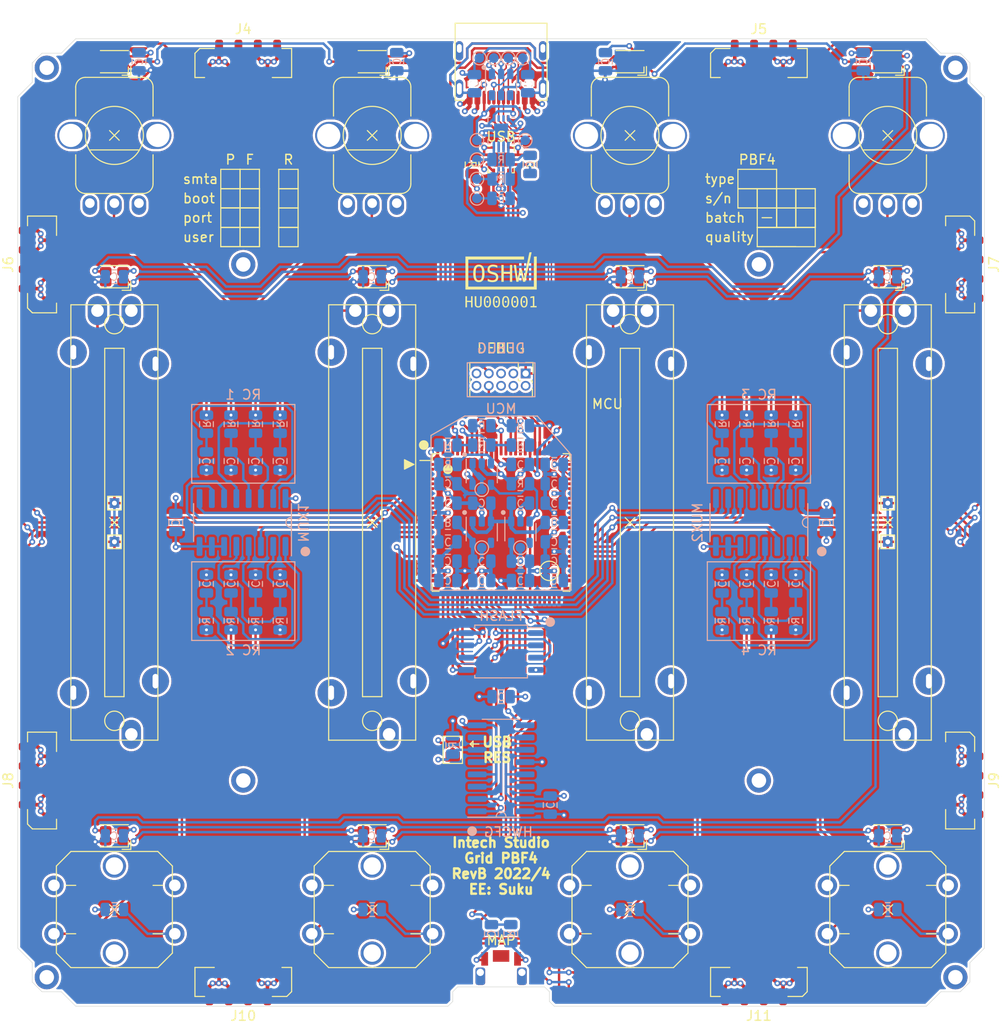
<source format=kicad_pcb>
(kicad_pcb (version 20211014) (generator pcbnew)
  (layers (0 "F.Cu" signal) (1 "In1.Cu" signal) (2 "In2.Cu" signal) (31 "B.Cu" signal) (34 "B.Paste" user) (35 "F.Paste" user) (36 "B.SilkS" user "B.Silkscreen") (37 "F.SilkS" user "F.Silkscreen") (38 "B.Mask" user) (39 "F.Mask" user) (44 "Edge.Cuts" user))
  (net 0 "")
  (net 1 "GND")
  (net 2 "/MCU/MAP_MODE")
  (net 3 "+3V3_UI")
  (net 4 "Net-(C17-Pad1)")
  (net 5 "Net-(C18-Pad1)")
  (net 6 "Net-(C19-Pad1)")
  (net 7 "Net-(C20-Pad1)")
  (net 8 "Net-(C21-Pad1)")
  (net 9 "Net-(C22-Pad1)")
  (net 10 "Net-(C23-Pad1)")
  (net 11 "Net-(C24-Pad1)")
  (net 12 "Net-(C25-Pad1)")
  (net 13 "Net-(C26-Pad1)")
  (net 14 "Net-(C27-Pad1)")
  (net 15 "Net-(C28-Pad1)")
  (net 16 "Net-(C29-Pad1)")
  (net 17 "Net-(C30-Pad1)")
  (net 18 "Net-(C31-Pad1)")
  (net 19 "Net-(C32-Pad1)")
  (net 20 "+3V3_UC")
  (net 21 "Net-(C49-Pad1)")
  (net 22 "Net-(D1-Pad1)")
  (net 23 "Net-(D2-Pad1)")
  (net 24 "Net-(D13-Pad1)")
  (net 25 "Net-(D3-Pad1)")
  (net 26 "Net-(D14-Pad1)")
  (net 27 "Net-(D4-Pad1)")
  (net 28 "Net-(D15-Pad1)")
  (net 29 "Net-(D5-Pad1)")
  (net 30 "/MCU/USB_DN")
  (net 31 "/MCU/USB_DP")
  (net 32 "/MCU/GRID_AUX_RX")
  (net 33 "/MCU/GRID_AUX_TX")
  (net 34 "/MCU/SYS_RESET")
  (net 35 "/MCU/SYS_SWO")
  (net 36 "/MCU/SYS_SWCLK")
  (net 37 "/MCU/SYS_SWDIO")
  (net 38 "/MCU/GRID_SYNC_1")
  (net 39 "/MCU/GRID_WEST_TX")
  (net 40 "+5V")
  (net 41 "/MCU/GRID_WEST_RX")
  (net 42 "/MCU/GRID_SYNC_2")
  (net 43 "/MCU/GRID_SOUTH_TX")
  (net 44 "/MCU/GRID_NORTH_RX")
  (net 45 "/MCU/GRID_SOUTH_RX")
  (net 46 "/MCU/GRID_NORTH_TX")
  (net 47 "/MCU/GRID_EAST_RX")
  (net 48 "/MCU/GRID_EAST_TX")
  (net 49 "Net-(R13-Pad1)")
  (net 50 "Net-(R14-Pad1)")
  (net 51 "Net-(R15-Pad1)")
  (net 52 "Net-(R16-Pad1)")
  (net 53 "/MCU/UI_PWR_EN")
  (net 54 "/MCU/LED_DATA_OUT")
  (net 55 "/UI_LED/LED_DATA_OUT")
  (net 56 "/MCU/MUX_OUT_1")
  (net 57 "/MCU/MUX_OUT_2")
  (net 58 "/MCU/QSPI_~{CE}")
  (net 59 "/MCU/QSPI_SCK")
  (net 60 "/MCU/QSPI_IO_3")
  (net 61 "/MCU/QSPI_IO_2")
  (net 62 "/MCU/QSPI_IO_1")
  (net 63 "/MCU/QSPI_IO_0")
  (net 64 "Net-(C37-Pad1)")
  (net 65 "Net-(C38-Pad1)")
  (net 66 "Net-(D6-Pad1)")
  (net 67 "Net-(D7-Pad1)")
  (net 68 "Net-(R40-Pad1)")
  (net 69 "Net-(R41-Pad1)")
  (net 70 "/ANA_0")
  (net 71 "/ANA_1")
  (net 72 "/ANA_4")
  (net 73 "/ANA_5")
  (net 74 "/ANA_12")
  (net 75 "/ANA_13")
  (net 76 "/ANA_2")
  (net 77 "/ANA_3")
  (net 78 "/ANA_6")
  (net 79 "/ANA_7")
  (net 80 "/ANA_14")
  (net 81 "/ANA_15")
  (net 82 "/HWCFG/HWCFG_SHIFT")
  (net 83 "/HWCFG/HWCFG_CLOCK")
  (net 84 "/HWCFG/HWCFG_DATA")
  (net 86 "Net-(D13-Pad3)")
  (net 87 "/MCU/SYS_I2C_INT_0")
  (net 88 "/MCU/SYS_I2C_SDA")
  (net 89 "/MCU/SYS_I2C_SCL")
  (net 90 "+5V_UI")
  (net 92 "/MCU/Sheet60F06FE1/USB_CC2")
  (net 93 "/MCU/Sheet60F06FE1/USB_CC1")
  (net 94 "Net-(R8-Pad1)")
  (net 95 "Net-(JP1-Pad1)")
  (net 106 "/MCU/MUX_ADDRESS_C")
  (net 107 "/MCU/MUX_ADDRESS_B")
  (net 108 "/MCU/MUX_ADDRESS_A")
  (net 196 "Net-(C11-Pad1)")
  (footprint "suku_basics:UI_WS2812C-2020" (layer "F.Cu") (at 59.995 132.385)
    (fp_text reference "D13" hide)
    (fp_text value "WS2812C-2020" hide)
  )
  (footprint "suku_basics:UI_WS2812C-2020" (layer "F.Cu") (at 113.335 132.385)
    (fp_text reference "D15" hide)
    (fp_text value "WS2812C-2020" hide)
  )
  (footprint "suku_basics:UI_WS2812C-2020" (layer "F.Cu") (at 86.665 132.385)
    (fp_text reference "D14" hide)
    (fp_text value "WS2812C-2020" hide)
  )
  (footprint "suku_basics:UI_WS2812C-2020" (layer "F.Cu") (at 140.005 132.385)
    (fp_text reference "D16" hide)
    (fp_text value "WS2812C-2020" hide)
  )
  (footprint "suku_basics:UI_WS2812C-2020" (layer "F.Cu") (at 86.665 52.375)
    (fp_text reference "D2" hide)
    (fp_text value "WS2812C-2020" hide)
  )
  (footprint "suku_basics:UI_WS2812C-2020" (layer "F.Cu") (at 113.335 52.375)
    (fp_text reference "D3" hide)
    (fp_text value "WS2812C-2020" hide)
  )
  (footprint "suku_basics:UI_WS2812C-2020" (layer "F.Cu") (at 140.005 74.6)
    (fp_text reference "D8" hide)
    (fp_text value "WS2812C-2020" hide)
  )
  (footprint "suku_basics:UI_WS2812C-2020" (layer "F.Cu") (at 59.995 52.375)
    (fp_text reference "D1" hide)
    (fp_text value "WS2812C-2020" hide)
  )
  (footprint "suku_basics:UI_WS2812C-2020" (layer "F.Cu") (at 86.665 74.6)
    (fp_text reference "D6" hide)
    (fp_text value "WS2812C-2020" hide)
  )
  (footprint "suku_basics:UI_WS2812C-2020" (layer "F.Cu") (at 140.005 52.375)
    (fp_text reference "D4" hide)
    (fp_text value "WS2812C-2020" hide)
  )
  (footprint "suku_basics:grid_ffc_8_vertical_smd" (layer "F.Cu") (at 52.51 73.33 90)
    (fp_text reference "J6")
    (fp_text value "TE Connectivity 84982-8")
  )
  (footprint "suku_basics:grid_ffc_8_vertical_smd" (layer "F.Cu") (at 52.51 126.67 90)
    (fp_text reference "J8")
    (fp_text value "TE Connectivity 84982-8")
  )
  (footprint "suku_basics:grid_ffc_8_vertical_smd" (layer "F.Cu") (at 73.33 147.49 180)
    (fp_text reference "J10")
    (fp_text value "TE Connectivity 84982-8")
  )
  (footprint "suku_basics:grid_ffc_8_vertical_smd" (layer "F.Cu") (at 73.33 52.51)
    (fp_text reference "J4")
    (fp_text value "TE Connectivity 84982-8")
  )
  (footprint "suku_basics:grid_ffc_8_vertical_smd" (layer "F.Cu") (at 126.67 147.49 180)
    (fp_text reference "J11")
    (fp_text value "TE Connectivity 84982-8")
  )
  (footprint "suku_basics:grid_ffc_8_vertical_smd" (layer "F.Cu") (at 126.67 52.51)
    (fp_text reference "J5")
    (fp_text value "TE Connectivity 84982-8")
  )
  (footprint "suku_basics:grid_ffc_8_vertical_smd" (layer "F.Cu") (at 147.49 73.33 -90)
    (fp_text reference "J7")
    (fp_text value "TE Connectivity 84982-8")
  )
  (footprint "suku_basics:UI_POT_TT" (layer "F.Cu") (at 86.665 59.995)
    (fp_text reference "UI2" hide)
    (fp_text value "P090S-04F20BR10K (NF)" hide)
  )
  (footprint "suku_basics:UI_POT_TT" (layer "F.Cu") (at 113.335 59.995)
    (fp_text reference "UI3" hide)
    (fp_text value "P090S-04F20BR10K (NF)" hide)
  )
  (footprint "suku_basics:UI_POT_TT" (layer "F.Cu") (at 140.005 59.995)
    (fp_text reference "UI4" hide)
    (fp_text value "P090S-04F20BR10K (NF)" hide)
  )
  (footprint "suku_basics:UI_BUTTON_OMRON" (layer "F.Cu") (at 86.665 140.005 180)
    (fp_text reference "UI30" hide)
    (fp_text value "B3F-4050 (NF)" hide)
  )
  (footprint "suku_basics:UI_BUTTON_OMRON" (layer "F.Cu") (at 113.335 140.005 180)
    (fp_text reference "UI31" hide)
    (fp_text value "B3F-4050 (NF)" hide)
  )
  (footprint "suku_basics:UI_BUTTON_OMRON" (layer "F.Cu") (at 140.005 140.005 180)
    (fp_text reference "UI32" hide)
    (fp_text value "B3F-4050 (NF)" hide)
  )
  (footprint "suku_basics:grid_ffc_8_vertical_smd" (layer "F.Cu") (at 147.49 126.67 -90)
    (fp_text reference "J9")
    (fp_text value "TE Connectivity 84982-8")
  )
  (footprint "suku_basics:UI_BUTTON_OMRON" (layer "F.Cu") (at 59.995 140.005 180)
    (fp_text reference "UI29" hide)
    (fp_text value "B3F-4050 (NF)" hide)
  )
  (footprint "suku_basics:UI_POT_TT" (layer "F.Cu") (at 59.995 59.995)
    (fp_text reference "UI1" hide)
    (fp_text value "P090S-04F20BR10K (NF)" hide)
  )
  (footprint "suku_basics:TQFP-100_14x14mm_P0.5mm" (layer "F.Cu") (at 100 100)
    (fp_text reference "U7" hide)
    (fp_text value "SAMD51N20A" hide)
  )
  (footprint "TestPoint:TestPoint_THTPad_1.0x1.0mm_Drill0.5mm" (layer "F.Cu") (at 140 98)
    (fp_text reference "TP2" hide)
    (fp_text value "TestPoint" hide)
  )
  (footprint "TestPoint:TestPoint_THTPad_1.0x1.0mm_Drill0.5mm" (layer "F.Cu") (at 60 102)
    (fp_text reference "TP3" hide)
    (fp_text value "TestPoint" hide)
  )
  (footprint "TestPoint:TestPoint_THTPad_1.0x1.0mm_Drill0.5mm" (layer "F.Cu") (at 140 102)
    (fp_text reference "TP4" hide)
    (fp_text value "TestPoint" hide)
  )
  (footprint "TestPoint:TestPoint_THTPad_1.0x1.0mm_Drill0.5mm" (layer "F.Cu") (at 60 98)
    (fp_text reference "TP1" hide)
    (fp_text value "TestPoint" hide)
  )
  (footprint "suku_basics:SW_HYP_MAPMODE" (layer "F.Cu") (at 100 146.5 180)
    (fp_text reference "SW1" hide)
    (fp_text value "C255807" hide)
  )
  (footprint "suku_basics:UI_FADER_TT" (layer "F.Cu") (at 86.665 100)
    (fp_text reference "UI6" hide)
    (fp_text value "PS30-10MC1BR10K (NF)" hide)
  )
  (footprint "suku_basics:UI_FADER_TT" (layer "F.Cu") (at 140.005 100)
    (fp_text reference "UI8" hide)
    (fp_text value "PS30-10MC1BR10K (NF)" hide)
  )
  (footprint "suku_basics:UI_FADER_TT" (layer "F.Cu") (at 59.995 100)
    (fp_text reference "UI5" hide)
    (fp_text value "PS30-10MC1BR10K (NF)" hide)
  )
  (footprint "suku_basics:UI_WS2812C-2020" (layer "F.Cu") (at 59.995 74.6)
    (fp_text reference "D5" hide)
    (fp_text value "WS2812C-2020" hide)
  )
  (footprint "suku_basics:UI_WS2812C-2020" (layer "F.Cu") (at 113.335 74.6)
    (fp_text reference "D7" hide)
    (fp_text value "WS2812C-2020" hide)
  )
  (footprint "suku_basics:UI_FADER_TT" (layer "F.Cu") (at 113.335 100)
    (fp_text reference "UI7" hide)
    (fp_text value "PS30-10MC1BR10K (NF)" hide)
  )
  (footprint "suku_basics:USB_C_Korean_Hroparts_TYPE-C-31-M-12" (layer "F.Cu") (at 100 51 180)
    (fp_text reference "J1" hide)
    (fp_text value "USB_C_TYPE-C-32-M-12" hide)
  )
  (footprint "suku_basics:RES_0805" (layer "F.Cu") (at 103 63 -90)
    (fp_text reference "R6" hide)
    (fp_text value "5k1" hide)
  )
  (footprint "suku_basics:RES_0805" (layer "F.Cu") (at 97 63 -90)
    (fp_text reference "R7" hide)
    (fp_text value "5k1" hide)
  )
  (footprint "Package_DFN_QFN:WQFN-14-1EP_2.5x2.5mm_P0.5mm_EP1.45x1.45mm" (layer "F.Cu") (at 100 62.5)
    (fp_text reference "U10" hide)
    (fp_text value "FUSB302BMPX (NF)" hide)
  )
  (footprint "Jumper:SolderJumper-2_P1.3mm_Open_TrianglePad1.0x1.5mm" (layer "F.Cu") (at 95 123.5 90)
    (fp_text reference "JP1" hide)
    (fp_text value "(NF)" hide)
  )
  (footprint "Connector_PinHeader_1.27mm:PinHeader_2x05_P1.27mm_Vertical" (layer "F.Cu") (at 102.54 84.6 -90)
    (fp_text reference "J2" hide)
    (fp_text value "(NF)" hide)
  )
  (footprint "suku_basics:grid_outline" (layer "F.Cu") (at 100 100)
    (fp_text reference "M1" hide)
    (fp_text value "(NF)" hide)
  )
  (footprint "suku_basics:OSHWA" (layer "F.Cu") (at 100 75)
    (fp_text reference "LOGO1")
    (fp_text value "OSHWA" hide)
  )
  (footprint "suku_basics:CAP_0805" (layer "B.Cu") (at 99 142.5 -90)
    (fp_text reference "C10" hide)
    (fp_text value "100n" hide)
  )
  (footprint "suku_basics:CAP_0805" (layer "B.Cu") (at 89.205 52.375 -90)
    (fp_text reference "C2" hide)
    (fp_text value "100n" hide)
  )
  (footprint "suku_basics:CAP_0805" (layer "B.Cu") (at 110.795 52.375 -90)
    (fp_text reference "C3" hide)
    (fp_text value "100n" hide)
  )
  (footprint "suku_basics:CAP_0805" (layer "B.Cu") (at 113.335 132.385 180)
    (fp_text reference "C15" hide)
    (fp_text value "100n" hide)
  )
  (footprint "suku_basics:CAP_0805" (layer "B.Cu") (at 137.465 52.375 -90)
    (fp_text reference "C4" hide)
    (fp_text value "100n" hide)
  )
  (footprint "suku_basics:CAP_0805" (layer "B.Cu") (at 140.005 74.6 180)
    (fp_text reference "C8" hide)
    (fp_text value "100n" hide)
  )
  (footprint "suku_basics:CAP_0805" (layer "B.Cu") (at 72.06 93.65 -90)
    (fp_text reference "C17" hide)
    (fp_text value "100n" hide)
  )
  (footprint "suku_basics:CAP_0805" (layer "B.Cu") (at 69.52 93.65 -90)
    (fp_text reference "C19" hide)
    (fp_text value "100n" hide)
  )
  (footprint "suku_basics:CAP_0805" (layer "B.Cu") (at 74.6 93.65 -90)
    (fp_text reference "C18" hide)
    (fp_text value "100n" hide)
  )
  (footprint "suku_basics:CAP_0805" (layer "B.Cu") (at 77.14 93.65 -90)
    (fp_text reference "C20" hide)
    (fp_text value "100n" hide)
  )
  (footprint "suku_basics:RES_0805" (layer "B.Cu") (at 59.995 140.005 180)
    (fp_text reference "R13" hide)
    (fp_text value "10k" hide)
  )
  (footprint "suku_basics:RES_0805" (layer "B.Cu") (at 86.665 140.005 180)
    (fp_text reference "R14" hide)
    (fp_text value "10k" hide)
  )
  (footprint "suku_basics:RES_0805" (layer "B.Cu") (at 113.335 140.005 180)
    (fp_text reference "R15" hide)
    (fp_text value "10k" hide)
  )
  (footprint "suku_basics:RES_0805" (layer "B.Cu") (at 140.005 140.005 180)
    (fp_text reference "R16" hide)
    (fp_text value "10k" hide)
  )
  (footprint "suku_basics:RES_0805" (layer "B.Cu") (at 72.06 89.84 90)
    (fp_text reference "R17" hide)
    (fp_text value "1k" hide)
  )
  (footprint "suku_basics:RES_0805" (layer "B.Cu") (at 69.52 89.84 90)
    (fp_text reference "R19" hide)
    (fp_text value "1k" hide)
  )
  (footprint "suku_basics:RES_0805" (layer "B.Cu") (at 74.6 89.84 90)
    (fp_text reference "R18" hide)
    (fp_text value "1k" hide)
  )
  (footprint "suku_basics:RES_0805" (layer "B.Cu") (at 77.14 89.84 90)
    (fp_text reference "R20" hide)
    (fp_text value "1k" hide)
  )
  (footprint "suku_basics:RES_0805" (layer "B.Cu") (at 102 92)
    (fp_text reference "R41" hide)
    (fp_text value "1k" hide)
  )
  (footprint "suku_basics:RES_0805" (layer "B.Cu") (at 98 92 180)
    (fp_text reference "R42" hide)
    (fp_text value "1k" hide)
  )
  (footprint "suku_basics:RES_0805" (layer "B.Cu") (at 101 142.5 90)
    (fp_text reference "R40" hide)
    (fp_text value "1k" hide)
  )
  (footprint "suku_basics:RES_0805" (layer "B.Cu") (at 98 90 180)
    (fp_text reference "R38" hide)
    (fp_text value "1k" hide)
  )
  (footprint "suku_basics:CAP_0805" (layer "B.Cu") (at 59.995 132.385 180)
    (fp_text reference "C13" hide)
    (fp_text value "100n" hide)
  )
  (footprint "suku_basics:CAP_0805" (layer "B.Cu") (at 86.665 74.6 180)
    (fp_text reference "C6" hide)
    (fp_text value "100n" hide)
  )
  (footprint "suku_basics:CAP_0805" (layer "B.Cu") (at 86.665 132.385 180)
    (fp_text reference "C14" hide)
    (fp_text value "100n" hide)
  )
  (footprint "suku_basics:CAP_0805" (layer "B.Cu") (at 140.005 132.385 180)
    (fp_text reference "C16" hide)
    (fp_text value "100n" hide)
  )
  (footprint "suku_basics:RES_0805" (layer "B.Cu") (at 125.4 89.84 90)
    (fp_text reference "R25" hide)
    (fp_text value "1k" hide)
  )
  (footprint "suku_basics:RES_0805" (layer "B.Cu") (at 122.86 89.84 90)
    (fp_text reference "R27" hide)
    (fp_text value "1k" hide)
  )
  (footprint "suku_basics:RES_0805" (layer "B.Cu") (at 130.48 89.84 90)
    (fp_text reference "R28" hide)
    (fp_text value "1k" hide)
  )
  (footprint "suku_basics:SOIC-16_74HC4051" (layer "B.Cu") (at 126.67 100 90)
    (fp_text reference "U2" hide)
    (fp_text value "74HC4051" hide)
  )
  (footprint "suku_basics:CAP_0805" (layer "B.Cu") (at 125.4 93.65 -90)
    (fp_text reference "C25" hide)
    (fp_text value "100n" hide)
  )
  (footprint "suku_basics:CAP_0805" (layer "B.Cu") (at 122.86 93.65 -90)
    (fp_text reference "C27" hide)
    (fp_text value "100n" hide)
  )
  (footprint "suku_basics:CAP_0805" (layer "B.Cu") (at 127.94 93.65 -90)
    (fp_text reference "C26" hide)
    (fp_text value "100n" hide)
  )
  (footprint "suku_basics:CAP_0805" (layer "B.Cu") (at 130.48 93.65 -90)
    (fp_text reference "C28" hide)
    (fp_text value "100n" hide)
  )
  (footprint "suku_basics:SOIC-16_74HC4051" (layer "B.Cu") (at 73.25 100 90)
    (fp_text reference "U1" hide)
    (fp_text value "74HC4051" hide)
  )
  (footprint "suku_basics:RES_0805" (layer "B.Cu") (at 69.52 110.16 -90)
    (fp_text reference "R21" hide)
    (fp_text value "1k" hide)
  )
  (footprint "suku_basics:RES_0805" (layer "B.Cu") (at 72.06 110.16 -90)
    (fp_text reference "R23" hide)
    (fp_text value "1k" hide)
  )
  (footprint "suku_basics:RES_0805" (layer "B.Cu") (at 77.14 110.16 -90)
    (fp_text reference "R22" hide)
    (fp_text value "1k" hide)
  )
  (footprint "suku_basics:RES_0805" (layer "B.Cu") (at 74.6 110.16 -90)
    (fp_text reference "R24" hide)
    (fp_text value "1k" hide)
  )
  (footprint "suku_basics:CAP_0805" (layer "B.Cu") (at 69.52 106.35 90)
    (fp_text reference "C21" hide)
    (fp_text value "100n" hide)
  )
  (footprint "suku_basics:CAP_0805" (layer "B.Cu") (at 72.06 106.35 90)
    (fp_text reference "C23" hide)
    (fp_text value "100n" hide)
  )
  (footprint "suku_basics:CAP_0805" (layer "B.Cu") (at 77.14 106.35 90)
    (fp_text reference "C22" hide)
    (fp_text value "100n" hide)
  )
  (footprint "suku_basics:CAP_0805" (layer "B.Cu") (at 74.6 106.35 90)
    (fp_text reference "C24" hide)
    (fp_text value "100n" hide)
  )
  (footprint "suku_basics:RES_0805" (layer "B.Cu") (at 127.94 89.84 90)
    (fp_text reference "R26" hide)
    (fp_text value "1k" hide)
  )
  (footprint "suku_basics:CAP_0805" (layer "B.Cu") (at 122.86 106.35 90)
    (fp_text reference "C29" hide)
    (fp_text value "100n" hide)
  )
  (footprint "suku_basics:CAP_0805" (layer "B.Cu") (at 125.4 106.35 90)
    (fp_text reference "C31" hide)
    (fp_text value "100n" hide)
  )
  (footprint "suku_basics:CAP_0805" (layer "B.Cu") (at 130.48 106.35 90)
    (fp_text reference "C30" hide)
    (fp_text value "100n" hide)
  )
  (footprint "suku_basics:CAP_0805" (layer "B.Cu") (at 127.94 106.35 90)
    (fp_text reference "C32" hide)
    (fp_text value "100n" hide)
  )
  (footprint "suku_basics:RES_0805" (layer "B.Cu") (at 122.86 110.16 -90)
    (fp_text reference "R29" hide)
    (fp_text value "1k" hide)
  )
  (footprint "suku_basics:RES_0805" (layer "B.Cu") (at 125.4 110.16 -90)
    (fp_text reference "R31" hide)
    (fp_text value "1k" hide)
  )
  (footprint "suku_basics:RES_0805" (layer "B.Cu") (at 130.48 110.16 -90)
    (fp_text reference "R30" hide)
    (fp_text value "1k" hide)
  )
  (footprint "suku_basics:RES_0805" (layer "B.Cu") (at 127.94 110.16 -90)
    (fp_text reference "R32" hide)
    (fp_text value "1k" hide)
  )
  (footprint "suku_basics:SOIC-8W_FLASH" (layer "B.Cu") (at 100 113.335 180)
    (fp_text reference "U8" hide)
    (fp_text value "W25Q16JVSSIQ" hide)
  )
  (footprint "suku_basics:CAP_0805" (layer "B.Cu") (at 62.535 52.375 -90)
    (fp_text reference "C1" hide)
    (fp_text value "100n" hide)
  )
  (footprint "suku_basics:CAP_0805" (layer "B.Cu") (at 105.08 129.21 90)
    (fp_text reference "C33" hide)
    (fp_text value "100n" hide)
  )
  (footprint "suku_basics:RES_0805" (layer "B.Cu") (at 102 90)
    (fp_text reference "R39" hide)
    (fp_text value "1k" hide)
  )
  (footprint "suku_basics:CAP_0805" (layer "B.Cu") (at 133.655 100 -90)
    (fp_text reference "C52" hide)
    (fp_text value "100n" hide)
  )
  (footprint "suku_basics:CAP_0805" (layer "B.Cu") (at 94.5 98)
    (fp_text reference "C38" hide)
    (fp_text value "10u" hide)
  )
  (footprint "suku_basics:CAP_0805" (layer "B.Cu") (at 94.5 102)
    (fp_text reference "C39" hide)
    (fp_text value "100n" hide)
  )
  (footprint "suku_basics:CAP_0805" (layer "B.Cu") (at 105.5 102 180)
    (fp_text reference "C43" hide)
    (fp_text value "10u" hide)
  )
  (footprint "suku_basics:CAP_0805" (layer "B.Cu") (at 94.5 104 180)
    (fp_text reference "C45" hide)
    (fp_text value "100n" hide)
  )
  (footprint "suku_basics:CAP_0805" (layer "B.Cu") (at 105.5 106 180)
    (fp_text reference "C46" hide)
    (fp_text value "100n" hide)
  )
  (footprint "suku_basics:CAP_0805" (layer "B.Cu") (at 94.5 106 180)
    (fp_text reference "C47" hide)
    (fp_text value "100n" hide)
  )
  (footprint "suku_basics:CAP_0805" (layer "B.Cu") (at 105.5 104 180)
    (fp_text reference "C48" hide)
    (fp_text value "100n" hide)
  )
  (footprint "suku_basics:CAP_0805" (layer "B.Cu") (at 105.5 96)
    (fp_text reference "C41" hide)
    (fp_text value "100n" hide)
  )
  (footprint "suku_basics:CAP_0805" (layer "B.Cu") (at 98 104)
    (fp_text reference "C40" hide)
    (fp_text value "1u" hide)
  )
  (footprint "suku_basics:CAP_0805" (layer "B.Cu") (at 98 106)
    (fp_text reference "C42" hide)
    (fp_text value "100n" hide)
  )
  (footprint "suku_basics:CAP_0805" (layer "B.Cu") (at 66.345 100 -90)
    (fp_text reference "C35" hide)
    (fp_text value "100n" hide)
  )
  (footprint "suku_basics:FERRIT_0805" (layer "B.Cu") (at 94.5 100)
    (fp_text reference "L1" hide)
    (fp_text value "GZ2012D601TF" hide)
  )
  (footprint "suku_basics:CAP_0805" (layer "B.Cu") (at 102 94)
    (fp_text reference "C49" hide)
    (fp_text value "100n" hide)
  )
  (footprint "suku_basics:CAP_0805" (layer "B.Cu") (at 105.5 98)
    (fp_text reference "C54" hide)
    (fp_text value "100n" hide)
  )
  (footprint "suku_basics:CAP_0805" (layer "B.Cu") (at 105.5 94)
    (fp_text reference "C55" hide)
    (fp_text value "100n" hide)
  )
  (footprint "suku_basics:CAP_0805" (layer "B.Cu") (at 102 106)
    (fp_text reference "C44" hide)
    (fp_text value "100n" hide)
  )
  (footprint "suku_basics:SOIC-16_74HC165" (layer "B.Cu") (at 100 125.4)
    (fp_text reference "U3" hide)
    (fp_text value "74HC165" hide)
  )
  (footprint "suku_basics:CAP_0805" (layer "B.Cu") (at 100 118)
    (fp_text reference "C9" hide)
    (fp_text value "100n" hide)
  )
  (footprint "suku_basics:CAP_0805" (layer "B.Cu") (at 59.995 74.6 180)
    (fp_text reference "C5" hide)
    (fp_text value "100n" hide)
  )
  (footprint "suku_basics:CAP_0805" (layer "B.Cu") (at 113.335 74.6 180)
    (fp_text reference "C7" hide)
    (fp_text value "100n" hide)
  )
  (footprint "suku_basics:RES_0805" (layer "B.Cu") (at 94.5 92)
    (fp_text reference "R1" hide)
    (fp_text value "5k1" hide)
  )
  (footprint "suku_basics:CAP_0805" (layer "B.Cu") (at 103 63 -90)
    (fp_text reference "C50" hide)
    (fp_text value "100n" hide)
  )
  (footprint "suku_basics:CAP_0805" (layer "B.Cu") (at 98 98 180)
    (fp_text reference "C11" hide)
    (fp_text value "1u" hide)
  )
  (footprint "suku_basics:CAP_0805" (layer "B.Cu") (at 102 104)
    (fp_text reference "C12" hide)
    (fp_text value "1u" hide)
  )
  (footprint "suku_basics:CAP_0805" (layer "B.Cu") (at 102 98)
    (fp_text reference "C34" hide)
    (fp_text value "1u" hide)
  )
  (footprint "suku_basics:CAP_0805" (layer "B.Cu") (at 94.5 96 180)
    (fp_text reference "C36" hide)
    (fp_text value "1u" hide)
  )
  (footprint "suku_basics:CAP_0805" (layer "B.Cu") (at 97.25 54.65 90)
    (fp_text reference "C37" hide)
    (fp_text value "4n7" hide)
  )
  (footprint "suku_basics:FERRIT_0805" (layer "B.Cu") (at 105.5 100)
    (fp_text reference "L2" hide)
    (fp_text value "GZ2012D601TF" hide)
  )
  (footprint "suku_basics:RES_0805" (layer "B.Cu") (at 100 62.5 180)
    (fp_text reference "R2" hide)
    (fp_text value "5k1" hide)
  )
  (footprint "suku_basics:RES_0805" (layer "B.Cu") (at 100 64.5 180)
    (fp_text reference "R3" hide)
    (fp_text value "5k1" hide)
  )
  (footprint "suku_basics:RES_0805" (layer "B.Cu") (at 100 66.5 180)
    (fp_text reference "R4" hide)
    (fp_text value "5k1" hide)
  )
  (footprint "suku_basics:RES_0805" (layer "B.Cu") (at 102 96 180)
    (fp_text reference "R5" hide)
    (fp_text value "10k" hide)
  )
  (footprint "suku_basics:RES_0805" (layer "B.Cu") (at 94.5 94 180)
    (fp_text reference "R8" hide)
    (fp_text value "10k" hide)
  )
  (footprint "suku_basics:RES_0805" (layer "B.Cu") (at 102.75 54.65 90)
    (fp_text reference "R9" hide)
    (fp_text value "1M" hide)
  )
  (footprint "TestPoint:TestPoint_Pad_D1.0mm" (layer "B.Cu") (at 97.75 52)
    (fp_text reference "TP9" hide)
    (fp_text value "GND" hide)
  )
  (footprint "TestPoint:TestPoint_Pad_D1.0mm" (layer "B.Cu") (at 102.25 52)
    (fp_text reference "TP10" hide)
    (fp_text value "VB" hide)
  )
  (footprint "TestPoint:TestPoint_Pad_D1.0mm" (layer "B.Cu") (at 99.25 52)
    (fp_text reference "TP11" hide)
    (fp_text value "D-" hide)
  )
  (footprint "TestPoint:TestPoint_Pad_D1.0mm" (layer "B.Cu") (at 100.75 52)
    (fp_text reference "TP12" hide)
    (fp_text value "D+" hide)
  )
  (footprint "TestPoint:TestPoint_Pad_D1.0mm" (layer "B.Cu") (at 98 102.6)
    (fp_text reference "TP13" hide)
    (fp_text value "UC" hide)
  )
  (footprint "TestPoint:TestPoint_Pad_D1.0mm" (layer "B.Cu") (at 97.5 62.5)
    (fp_text reference "TP14" hide)
    (fp_text value "SDA" hide)
  )
  (footprint "TestPoint:TestPoint_Pad_D1.0mm" (layer "B.Cu") (at 97.5 64.5)
    (fp_text reference "TP15" hide)
    (fp_text value "SCL" hide)
  )
  (footprint "TestPoint:TestPoint_Pad_D1.0mm" (layer "B.Cu") (at 97.5 66.5)
    (fp_text reference "TP16" hide)
    (fp_text value "INT" hide)
  )
  (footprint "TestPoint:TestPoint_Pad_D1.0mm" (layer "B.Cu") (at 102 102.6)
    (fp_text reference "TP17" hide)
    (fp_text value "UI" hide)
  )
  (footprint "TestPoint:TestPoint_Pad_D1.0mm" (layer "B.Cu") (at 98 96.6)
    (fp_text reference "TP18" hide)
    (fp_text value "UI_5V" hide)
  )
  (footprint "suku_basics:SOT-23-6" (layer "B.Cu") (at 100 54.75 90)
    (fp_text reference "U4" hide)
    (fp_text value "SESRV05-4" hide)
  )
  (footprint "suku_basics:SOT-23-5" (layer "B.Cu") (at 98 101 90)
    (fp_text reference "U5" hide)
    (fp_text value "LN1134A332MR-G" hide)
  )
  (footprint "Package_DFN_QFN:WQFN-14-1EP_2.5x2.5mm_P0.5mm_EP1.45x1.45mm" (layer "B.Cu") (at 100 59.5 180)
    (fp_text reference "U6" hide)
    (fp_text value "FUSB302BMPX (NF)" hide)
  )
  (footprint "suku_basics:SOT-23-5" (layer "B.Cu") (at 102 101 90)
    (fp_text reference "U9" hide)
    (fp_text value "LN1134A332MR-G" hide)
  )
  (footprint "suku_basics:SOT-23-5" (layer "B.Cu") (at 98 95 90)
    (fp_text reference "U11" hide)
    (fp_text value "MT9700" hide)
  )
  (footprint "TestPoint:TestPoint_Pad_D1.0mm" (layer "B.Cu") (at 102.5 60.5)
    (fp_text reference "TP19" hide)
    (fp_text value "CC1" hide)
  )
  (footprint "TestPoint:TestPoint_Pad_D1.0mm" (layer "B.Cu") (at 97.5 60.5)
    (fp_text reference "TP20" hide)
    (fp_text value "CC2" hide)
  )
  (footprint "suku_basics:RES_0805" (layer "B.Cu") (at 95 123 -90)
    (fp_text reference "R10" hide)
    (fp_text value "10k" hide)
  )
  (gr_line (start 92.75 107) (end 92.75 91) (layer "B.SilkS") (width 0.12))
  (gr_line (start 67.996 95.936) (end 67.996 87.808) (layer "B.SilkS") (width 0.12))
  (gr_line (start 67.996 104.064) (end 67.996 112.192) (layer "B.SilkS") (width 0.12))
  (gr_line (start 121.336 95.936) (end 121.336 87.808) (layer "B.SilkS") (width 0.12))
  (gr_line (start 121.336 112.192) (end 121.336 104.064) (layer "B.SilkS") (width 0.12))
  (gr_line (start 96.5 87) (end 96.5 83.5) (layer "B.SilkS") (width 0.12))
  (gr_line (start 103.75 89) (end 107.25 93) (layer "B.SilkS") (width 0.12))
  (gr_line (start 107.25 107) (end 92.75 107) (layer "B.SilkS") (width 0.12))
  (gr_line (start 96.5 83.5) (end 103.5 83.5) (layer "B.SilkS") (width 0.12))
  (gr_line (start 78.664 112.192) (end 78.664 104.064) (layer "B.SilkS") (width 0.12))
  (gr_line (start 132.004 87.808) (end 132.004 95.936) (layer "B.SilkS") (width 0.12))
  (gr_line (start 132.004 104.064) (end 132.004 112.192) (layer "B.SilkS") (width 0.12))
  (gr_line (start 121.336 104.064) (end 132.004 104.064) (layer "B.SilkS") (width 0.12))
  (gr_line (start 132.004 95.936) (end 121.336 95.936) (layer "B.SilkS") (width 0.12))
  (gr_line (start 107.25 93) (end 107.25 107) (layer "B.SilkS") (width 0.12))
  (gr_line (start 132.004 112.192) (end 121.336 112.192) (layer "B.SilkS") (width 0.12))
  (gr_line (start 78.664 104.064) (end 67.996 104.064) (layer "B.SilkS") (width 0.12))
  (gr_line (start 92.75 91) (end 96.25 89) (layer "B.SilkS") (width 0.12))
  (gr_line (start 67.996 112.192) (end 78.664 112.192) (layer "B.SilkS") (width 0.12))
  (gr_line (start 121.336 87.808) (end 132.004 87.808) (layer "B.SilkS") (width 0.12))
  (gr_line (start 67.996 87.808) (end 78.664 87.808) (layer "B.SilkS") (width 0.12))
  (gr_line (start 103.5 87) (end 96.5 87) (layer "B.SilkS") (width 0.12))
  (gr_line (start 96.25 89) (end 103.75 89) (layer "B.SilkS") (width 0.12))
  (gr_line (start 78.664 87.808) (end 78.664 95.936) (layer "B.SilkS") (width 0.12))
  (gr_line (start 103.5 83.5) (end 103.5 87) (layer "B.SilkS") (width 0.12))
  (gr_line (start 78.664 95.936) (end 67.996 95.936) (layer "B.SilkS") (width 0.12))
  (gr_line (start 75 63.5) (end 73 63.5) (layer "F.SilkS") (width 0.12))
  (gr_line (start 73 65.5) (end 73 63.5) (layer "F.SilkS") (width 0.12))
  (gr_line (start 71 67.5) (end 73 67.5) (layer "F.SilkS") (width 0.12))
  (gr_line (start 71 63.5) (end 71 65.5) (layer "F.SilkS") (width 0.12))
  (gr_line (start 73 63.5) (end 71 63.5) (layer "F.SilkS") (width 0.12))
  (gr_line (start 73 63.5) (end 73 65.5) (layer "F.SilkS") (width 0.12))
  (gr_line (start 73 67.5) (end 75 67.5) (layer "F.SilkS") (width 0.12))
  (gr_line (start 75 65.5) (end 75 63.5) (layer "F.SilkS") (width 0.12))
  (gr_line (start 79 63.5) (end 77 63.5) (layer "F.SilkS") (width 0.12))
  (gr_line (start 77 63.5) (end 77 65.5) (layer "F.SilkS") (width 0.12))
  (gr_line (start 79 65.5) (end 79 63.5) (layer "F.SilkS") (width 0.12))
  (gr_line (start 75 67.5) (end 75 69.5) (layer "F.SilkS") (width 0.12))
  (gr_line (start 75 69.5) (end 75 67.5) (layer "F.SilkS") (width 0.12))
  (gr_line (start 73 67.5) (end 71 67.5) (layer "F.SilkS") (width 0.12))
  (gr_line (start 71 67.5) (end 71 69.5) (layer "F.SilkS") (width 0.12))
  (gr_line (start 71 69.5) (end 73 69.5) (layer "F.SilkS") (width 0.12))
  (gr_line (start 73 69.5) (end 73 67.5) (layer "F.SilkS") (width 0.12))
  (gr_line (start 75 67.5) (end 73 67.5) (layer "F.SilkS") (width 0.12))
  (gr_line (start 75 69.5) (end 75 71.5) (layer "F.SilkS") (width 0.12))
  (gr_line (start 75 71.5) (end 75 69.5) (layer "F.SilkS") (width 0.12))
  (gr_line (start 73 71.5) (end 75 71.5) (layer "F.SilkS") (width 0.12))
  (gr_line (start 73 69.5) (end 73 71.5) (layer "F.SilkS") (width 0.12))
  (gr_line (start 73 69.5) (end 71 69.5) (layer "F.SilkS") (width 0.12))
  (gr_line (start 71 69.5) (end 71 71.5) (layer "F.SilkS") (width 0.12))
  (gr_line (start 71 71.5) (end 73 71.5) (layer "F.SilkS") (width 0.12))
  (gr_line (start 75 69.5) (end 73 69.5) (layer "F.SilkS") (width 0.12))
  (gr_line (start 73 69.5) (end 75 69.5) (layer "F.SilkS") (width 0.12))
  (gr_line (start 73 67.5) (end 73 69.5) (layer "F.SilkS") (width 0.12))
  (gr_line (start 73 71.5) (end 73 69.5) (layer "F.SilkS") (width 0.12))
  (gr_line (start 73 71.5) (end 71 71.5) (layer "F.SilkS") (width 0.12))
  (gr_line (start 75 71.5) (end 73 71.5) (layer "F.SilkS") (width 0.12))
  (gr_line (start 124.5 65.5) (end 124.5 63.5) (layer "F.SilkS") (width 0.12))
  (gr_line (start 124.5 63.5) (end 128.5 63.5) (layer "F.SilkS") (width 0.12))
  (gr_line (start 128.5 63.5) (end 128.5 65.5) (layer "F.SilkS") (width 0.12))
  (gr_line (start 126.5 65.5) (end 124.5 65.5) (layer "F.SilkS") (width 0.12))
  (gr_line (start 128.5 65.5) (end 126.5 65.5) (layer "F.SilkS") (width 0.12))
  (gr_line (start 128.5 69.5) (end 130.5 69.5) (layer "F.SilkS") (width 0.12))
  (gr_line (start 128.5 67.5) (end 128.5 69.5) (layer "F.SilkS") (width 0.12))
  (gr_line (start 130.5 69.5) (end 130.5 67.5) (layer "F.SilkS") (width 0.12))
  (gr_line (start 127 68.5) (end 128 68.5) (layer "F.SilkS") (width 0.12))
  (gr_line (start 128.5 69.5) (end 126.5 69.5) (layer "F.SilkS") (width 0.12))
  (gr_line (start 128.5 67.5) (end 128.5 69.5) (layer "F.SilkS") (width 0.12))
  (gr_line (start 128.5 69.5) (end 128.5 67.5) (layer "F.SilkS") (width 0.12))
  (gr_line (start 130.5 69.5) (end 128.5 69.5) (layer "F.SilkS") (width 0.12))
  (gr_line (start 130.5 67.5) (end 130.5 69.5) (layer "F.SilkS") (width 0.12))
  (gr_line (start 126.5 69.5) (end 128.5 69.5) (layer "F.SilkS") (width 0.12))
  (gr_line (start 126.5 67.5) (end 126.5 69.5) (layer "F.SilkS") (width 0.12))
  (gr_line (start 130.5 67.5) (end 132.5 67.5) (layer "F.SilkS") (width 0.12))
  (gr_line (start 130.5 65.5) (end 132.5 65.5) (layer "F.SilkS") (width 0.12))
  (gr_line (start 130.5 65.5) (end 130.5 67.5) (layer "F.SilkS") (width 0.12))
  (gr_line (start 132.5 67.5) (end 132.5 65.5) (layer "F.SilkS") (width 0.12))
  (gr_line (start 132.5 67.5) (end 130.5 67.5) (layer "F.SilkS") (width 0.12))
  (gr_line (start 130.5 67.5) (end 130.5 65.5) (layer "F.SilkS") (width 0.12))
  (gr_line (start 132.5 65.5) (end 130.5 65.5) (layer "F.SilkS") (width 0.12))
  (gr_line (start 132.5 67.5) (end 132.5 69.5) (layer "F.SilkS") (width 0.12))
  (gr_line (start 132.5 69.5) (end 130.5 69.5) (layer "F.SilkS") (width 0.12))
  (gr_line (start 128.5 67.5) (end 126.5 67.5) (layer "F.SilkS") (width 0.12))
  (gr_line (start 132.5 69.5) (end 132.5 67.5) (layer "F.SilkS") (width 0.12))
  (gr_line (start 130.5 69.5) (end 132.5 69.5) (layer "F.SilkS") (width 0.12))
  (gr_line (start 126.5 67.5) (end 124.5 67.5) (layer "F.SilkS") (width 0.12))
  (gr_line (start 130.5 67.5) (end 128.5 67.5) (layer "F.SilkS") (width 0.12))
  (gr_line (start 130.5 67.5) (end 130.5 65.5) (layer "F.SilkS") (width 0.12))
  (gr_line (start 128.5 67.5) (end 130.5 67.5) (layer "F.SilkS") (width 0.12))
  (gr_line (start 128.5 65.5) (end 128.5 67.5) (layer "F.SilkS") (width 0.12))
  (gr_line (start 130.5 65.5) (end 128.5 65.5) (layer "F.SilkS") (width 0.12))
  (gr_line (start 128.5 67.5) (end 128.5 65.5) (layer "F.SilkS") (width 0.12))
  (gr_line (start 126.5 67.5) (end 128.5 67.5) (layer "F.SilkS") (width 0.12))
  (gr_line (start 130.5 67.5) (end 130.5 69.5) (layer "F.SilkS") (width 0.12))
  (gr_line (start 126.5 65.5) (end 126.5 67.5) (layer "F.SilkS") (width 0.12))
  (gr_line (start 124.5 65.5) (end 124.5 67.5) (layer "F.SilkS") (width 0.12))
  (gr_line (start 124.5 67.5) (end 126.5 67.5) (layer "F.SilkS") (width 0.12))
  (gr_line (start 126.5 67.5) (end 126.5 65.5) (layer "F.SilkS") (width 0.12))
  (gr_line (start 128.5 65.5) (end 126.5 65.5) (layer "F.SilkS") (width 0.12))
  (gr_line (start 126.5 65.5) (end 124.5 65.5) (layer "F.SilkS") (width 0.12))
  (gr_line (start 73 65.5) (end 73 67.5) (layer "F.SilkS") (width 0.12))
  (gr_line (start 73 67.5) (end 75 67.5) (layer "F.SilkS") (width 0.12))
  (gr_line (start 75 67.5) (end 73 67.5) (layer "F.SilkS") (width 0.12))
  (gr_line (start 73 67.5) (end 71 67.5) (layer "F.SilkS") (width 0.12))
  (gr_line (start 75 65.5) (end 73 65.5) (layer "F.SilkS") (width 0.12))
  (gr_line (start 73 67.5) (end 73 65.5) (layer "F.SilkS") (width 0.12))
  (gr_line (start 71 67.5) (end 73 67.5) (layer "F.SilkS") (width 0.12))
  (gr_line (start 71 65.5) (end 71 67.5) (layer "F.SilkS") (width 0.12))
  (gr_line (start 73 65.5) (end 71 65.5) (layer "F.SilkS") (width 0.12))
  (gr_line (start 75 67.5) (end 75 65.5) (layer "F.SilkS") (width 0.12))
  (gr_line (start 75 65.5) (end 75 67.5) (layer "F.SilkS") (width 0.12))
  (gr_line (start 77 65.5) (end 79 65.5) (layer "F.SilkS") (width 0.12))
  (gr_line (start 73 65.5) (end 75 65.5) (layer "F.SilkS") (width 0.12))
  (gr_line (start 71 65.5) (end 73 65.5) (layer "F.SilkS") (width 0.12))
  (gr_line (start 128.5 71.5) (end 126.5 71.5) (layer "F.SilkS") (width 0.12))
  (gr_line (start 130.5 71.5) (end 128.5 71.5) (layer "F.SilkS") (width 0.12))
  (gr_line (start 132.5 71.5) (end 128.5 71.5) (layer "F.SilkS") (width 0.12))
  (gr_line (start 128.5 71.5) (end 126.5 71.5) (layer "F.SilkS") (width 0.12))
  (gr_line (start 132.5 69.5) (end 132.5 71.5) (layer "F.SilkS") (width 0.12))
  (gr_line (start 126.5 69.5) (end 130.5 69.5) (layer "F.SilkS") (width 0.12))
  (gr_line (start 126.5 71.5) (end 126.5 69.5) (layer "F.SilkS") (width 0.12))
  (gr_line (start 79 71.5) (end 79 69.5) (layer "F.SilkS") (width 0.12))
  (gr_line (start 77 69.5) (end 77 71.5) (layer "F.SilkS") (width 0.12))
  (gr_line (start 79 69.5) (end 77 69.5) (layer "F.SilkS") (width 0.12))
  (gr_line (start 77 71.5) (end 79 71.5) (layer "F.SilkS") (width 0.12))
  (gr_line (start 77 67.5) (end 79 67.5) (layer "F.SilkS") (width 0.12))
  (gr_line (start 97.1 123.2) (end 96.8 122.9) (layer "F.SilkS") (width 0.12))
  (gr_line (start 77 69.5) (end 79 69.5) (layer "F.SilkS") (width 0.12))
  (gr_line (start 96.8 122.9) (end 97.1 122.6) (layer "F.SilkS") (width 0.12))
  (gr_line (start 96.8 122.9) (end 97.7 122.9) (layer "F.SilkS") (width 0.12))
  (gr_line (start 79 69.5) (end 79 67.5) (layer "F.SilkS") (width 0.12))
  (gr_line (start 77 65.5) (end 77 67.5) (layer "F.SilkS") (width 0.12))
  (gr_line (start 97.1 122.6) (end 97.1 123.2) (layer "F.SilkS") (width 0.12))
  (gr_line (start 79 65.5) (end 77 65.5) (layer "F.SilkS") (width 0.12))
  (gr_line (start 79 67.5) (end 77 67.5) (layer "F.SilkS") (width 0.12))
  (gr_line (start 79 67.5) (end 79 65.5) (layer "F.SilkS") (width 0.12))
  (gr_line (start 77 67.5) (end 77 69.5) (layer "F.SilkS") (width 0.12))
  (gr_line (start 50 144) (end 50 56) (layer "Edge.Cuts") (width 0.05))
  (gr_line (start 95 148.5) (end 95.5 148) (layer "Edge.Cuts") (width 0.05))
  (gr_line (start 104.5 148) (end 105 148.5) (layer "Edge.Cuts") (width 0.05))
  (gr_line (start 51.5 52.5) (end 52.5 51.5) (layer "Edge.Cuts") (width 0.05))
  (gr_line (start 148.5 54.5) (end 150 56) (layer "Edge.Cuts") (width 0.05))
  (gr_line (start 52.5 148.5) (end 51.5 147.5) (layer "Edge.Cuts") (width 0.05))
  (gr_line (start 52.5 51.5) (end 54.5 51.5) (layer "Edge.Cuts") (width 0.05))
  (gr_line (start 145.5 148.5) (end 144 150) (layer "Edge.Cuts") (width 0.05))
  (gr_line (start 54.5 51.5) (end 56 50) (layer "Edge.Cuts") (width 0.05))
  (gr_line (start 104.5 148) (end 95.5 148) (layer "Edge.Cuts") (width 0.05))
  (gr_line (start 51.5 147.5) (end 51.5 145.5) (layer "Edge.Cuts") (width 0.05))
  (gr_line (start 94.5 150) (end 56 150) (layer "Edge.Cuts") (width 0.05))
  (gr_line (start 50 56) (end 51.5 54.5) (layer "Edge.Cuts") (width 0.05))
  (gr_line (start 145.5 51.5) (end 147.5 51.5) (layer "Edge.Cuts") (width 0.05))
  (gr_line (start 148.5 145.5) (end 148.5 147.5) (layer "Edge.Cuts") (width 0.05))
  (gr_line (start 144 150) (end 105.5 150) (layer "Edge.Cuts") (width 0.05))
  (gr_line (start 51.5 145.5) (end 50 144) (layer "Edge.Cuts") (width 0.05))
  (gr_line (start 147.5 148.5) (end 145.5 148.5) (layer "Edge.Cuts") (width 0.05))
  (gr_line (start 95 149.5) (end 94.5 150) (layer "Edge.Cuts") (width 0.05))
  (gr_line (start 148.5 147.5) (end 147.5 148.5) (layer "Edge.Cuts") (width 0.05))
  (gr_line (start 150 144) (end 148.5 145.5) (layer "Edge.Cuts") (width 0.05))
  (gr_line (start 105 149.5) (end 105 148.5) (layer "Edge.Cuts") (width 0.05))
  (gr_line (start 56 150) (end 54.5 148.5) (layer "Edge.Cuts") (width 0.05))
  (gr_line (start 54.5 148.5) (end 52.5 148.5) (layer "Edge.Cuts") (width 0.05))
  (gr_line (start 148.5 52.5) (end 148.5 54.5) (layer "Edge.Cuts") (width 0.05))
  (gr_line (start 95 148.5) (end 95 149.5) (layer "Edge.Cuts") (width 0.05))
  (gr_line (start 150 56) (end 150 144) (layer "Edge.Cuts") (width 0.05))
  (gr_line (start 56 50) (end 144 50) (layer "Edge.Cuts") (width 0.05))
  (gr_line (start 144 50) (end 145.5 51.5) (layer "Edge.Cuts") (width 0.05))
  (gr_line (start 105 149.5) (end 105.5 150) (layer "Edge.Cuts") (width 0.05))
  (gr_line (start 51.5 54.5) (end 51.5 52.5) (layer "Edge.Cuts") (width 0.05))
  (gr_line (start 147.5 51.5) (end 148.5 52.5) (layer "Edge.Cuts") (width 0.05))
  (gr_text "MUX2" (at 120.32 100 90) (layer "B.SilkS") (effects (font (size 1 1)) (justify mirror)))
  (gr_text "RC 4" (at 126.67 113.208) (layer "B.SilkS") (effects (font (size 1 1)) (justify mirror)))
  (gr_text "FLASH" (at 100 109.652) (layer "B.SilkS") (effects (font (size 1 1)) (justify mirror)))
  (gr_text "RC 3" (at 126.67 86.792) (layer "B.SilkS") (effects (font (size 1 1)) (justify mirror)))
  (gr_text "RC 1" (at 73.33 86.792) (layer "B.SilkS") (effects (font (size 1 1)) (justify mirror)))
  (gr_text "DEBUG" (at 100 82) (layer "B.SilkS") (effects (font (size 1 1)) (justify mirror)))
  (gr_text "RC 2" (at 73.33 113.208) (layer "B.SilkS") (effects (font (size 1 1)) (justify mirror)))
  (gr_text "MCU" (at 100 88.25) (layer "B.SilkS") (effects (font (size 1 1)) (justify mirror)))
  (gr_text "HWCFG" (at 100.762 132.004) (layer "B.SilkS") (effects (font (size 1 1)) (justify mirror)))
  (gr_text "MUX1" (at 79.5 100 270) (layer "B.SilkS") (effects (font (size 1 1)) (justify mirror)))
  (gr_text "Intech Studio\nGrid PBF4\nRevB 2022/4\nEE: Suku" (at 100 135.5) (layer "F.SilkS") (effects (font (size 1 1) (thickness 0.25))))
  (gr_text "DEBUG" (at 100 82) (layer "F.SilkS") (effects (font (size 1 1))))
  (gr_text "port" (at 67 68.5) (layer "F.SilkS") (effects (font (size 1 1)) (justify left)))
  (gr_text "smta" (at 67 64.5) (layer "F.SilkS") (effects (font (size 1 1)) (justify left)))
  (gr_text "P" (at 72 62.5) (layer "F.SilkS") (effects (font (size 1 1))))
  (gr_text "F" (at 74 62.5) (layer "F.SilkS") (effects (font (size 1 1))))
  (gr_text "user" (at 67 70.5) (layer "F.SilkS") (effects (font (size 1 1)) (justify left)))
  (gr_text "R" (at 78 62.5) (layer "F.SilkS") (effects (font (size 1 1))))
  (gr_text "s/n" (at 121 66.5) (layer "F.SilkS") (effects (font (size 1 1)) (justify left)))
  (gr_text "type" (at 121 64.5) (layer "F.SilkS") (effects (font (size 1 1)) (justify left)))
  (gr_text "PBF4" (at 126.5 62.5) (layer "F.SilkS") (effects (font (size 1 1))))
  (gr_text "batch" (at 121 68.5) (layer "F.SilkS") (effects (font (size 1 1)) (justify left)))
  (gr_text "quality" (at 121 70.5) (layer "F.SilkS") (effects (font (size 1 1)) (justify left)))
  (gr_text "USB" (at 100 60.122) (layer "F.SilkS") (effects (font (size 1 1))))
  (gr_text "USB\nRES" (at 99.6 123.5) (layer "F.SilkS") (effects (font (size 1 1) (thickness 0.25))))
  (gr_text "MCU" (at 111 87.75) (layer "F.SilkS") (effects (font (size 1 1))))
  (gr_text "MAP" (at 100 143.18) (layer "F.SilkS") (effects (font (size 1 1))))
  (gr_text "boot" (at 67 66.5) (layer "F.SilkS") (effects (font (size 1 1)) (justify left)))
  (segment (start 50.81 75.83) (end 52.335 75.83) (width 0.381) (layer "F.Cu") (net 1))
  (segment (start 124.17 145.79) (end 124.17 147.585) (width 0.381) (layer "F.Cu") (net 1))
  (segment (start 93.999994 105.5) (end 94.5 104.999994) (width 0.381) (layer "F.Cu") (net 1))
  (segment (start 50.81 123.17) (end 52.05 123.17) (width 0.381) (layer "F.Cu") (net 1))
  (segment (start 74.83 145.79) (end 74.83 147.22) (width 0.381) (layer "F.Cu") (net 1))
  (segment (start 93.25 99) (end 94.5 97.75) (width 0.381) (layer "F.Cu") (net 1))
  (segment (start 103.25 56.095) (end 103.25 57) (width 0.381) (layer "F.Cu") (net 1))
  (segment (start 52.375 124.765) (end 52.375 123.495) (width 0.381) (layer "F.Cu") (net 1))
  (segment (start 98.188 145.212) (end 98.3 145.1) (width 0.254) (layer "F.Cu") (net 1))
  (segment (start 148.03 74.83) (end 147.625 75.235) (width 0.381) (layer "F.Cu") (net 1))
  (segment (start 62 131.75) (end 60.98 131.75) (width 0.254) (layer "F.Cu") (net 1))
  (segment (start 75.83 54.21) (end 75.83 52.415) (width 0.381) (layer "F.Cu") (net 1))
  (segment (start 101.2625 63) (end 103 63) (width 0.254) (layer "F.Cu") (net 1))
  (segment (start 123.17 54.21) (end 123.17 52.7) (width 0.381) (layer "F.Cu") (net 1))
  (segment (start 145.79 125.17) (end 147.22 125.17) (width 0.381) (layer "F.Cu") (net 1))
  (segment (start 103.25 57) (end 103.75 57.5) (width 0.381) (layer "F.Cu") (net 1))
  (segment (start 145.79 75.83) (end 147.585 75.83) (width 0.381) (layer "F.Cu") (net 1))
  (segment (start 114.32 131.75) (end 114.235 131.835) (width 0.254) (layer "F.Cu") (net 1))
  (segment (start 115.5 74.05) (end 114.235 74.05) (width 0.254) (layer "F.Cu") (net 1))
  (segment (start 106 92.3375) (end 105.98101 92.35649) (width 0.381) (layer "F.Cu") (net 1))
  (segment (start 114.235 51.735) (end 113.25 50.75) (width 0.254) (layer "F.Cu") (net 1))
  (segment (start 147.3 123.17) (end 147.625 123.495) (width 0.381) (layer "F.Cu") (net 1))
  (segment (start 96.5 106.5) (end 98 105) (width 0.381) (layer "F.Cu") (net 1))
  (segment (start 125.17 149.19) (end 125.17 148.03) (width 0.381) (layer "F.Cu") (net 1))
  (segment (start 149.19 124.17) (end 147.665 124.17) (width 0.381) (layer "F.Cu") (net 1))
  (segment (start 125.17 54.21) (end 125.17 52.78) (width 0.381) (layer "F.Cu") (net 1))
  (segment (start 123.17 147.95) (end 123.495 147.625) (width 0.381) (layer "F.Cu") (net 1))
  (segment (start 123.495 147.625) (end 124.765 147.625) (width 0.381) (layer "F.Cu") (net 1))
  (segment (start 96.095 56.75) (end 95.75 56.75) (width 0.381) (layer "F.Cu") (net 1))
  (segment (start 74.83 51.97) (end 75.235 52.375) (width 0.381) (layer "F.Cu") (net 1))
  (segment (start 98.09191 105) (end 98 105) (width 0.381) (layer "F.Cu") (net 1))
  (segment (start 52.415 124.17) (end 52.375 124.13) (width 0.381) (layer "F.Cu") (net 1))
  (segment (start 52.05 123.17) (end 52.375 123.495) (width 0.381) (layer "F.Cu") (net 1))
  (segment (start 100 95) (end 99 94) (width 0.381) (layer "F.Cu") (net 1))
  (segment (start 124.17 50.81) (end 124.17 52.335) (width 0.381) (layer "F.Cu") (net 1))
  (segment (start 149.19 76.83) (end 147.95 76.83) (width 0.381) (layer "F.Cu") (net 1))
  (segment (start 147.95 76.83) (end 147.625 76.505) (width 0.381) (layer "F.Cu") (net 1))
  (segment (start 52.7 76.83) (end 52.375 76.505) (width 0.381) (layer "F.Cu") (net 1))
  (segment (start 147.625 76.505) (end 147.625 75.235) (width 0.381) (layer "F.Cu") (net 1))
  (segment (start 87.565 51.825) (end 90.175 51.825) (width 0.254) (layer "F.Cu") (net 1))
  (segment (start 140.905 131.835) (end 141.914996 131.835) (width 0.254) (layer "F.Cu") (net 1))
  (segment (start 96.5 107.6625) (end 96.5 106.5) (width 0.381) (layer "F.Cu") (net 1))
  (segment (start 54.21 76.83) (end 52.7 76.83) (width 0.381) (layer "F.Cu") (net 1))
  (segment (start 76.505 52.375) (end 75.235 52.375) (width 0.381) (layer "F.Cu") (net 1))
  (segment (start 142 74) (end 140.955 74) (width 0.254) (layer "F.Cu") (net 1))
  (segment (start 140.955 74) (end 140.905 74.05) (width 0.254) (layer "F.Cu") (net 1))
  (segment (start 75.83 148.935) (end 75.87 148.895) (width 0.381) (layer "F.Cu") (net 1))
  (segment (start 76.505 147.625) (end 75.235 147.625) (width 0.381) (layer "F.Cu") (net 1))
  (segment (start 96.75 56.095) (end 96.75 57) (width 0.381) (layer "F.Cu") (net 1))
  (segment (start 54.21 74.83) (end 52.78 74.83) (width 0.381) (layer "F.Cu") (net 1))
  (segment (start 88.750002 131.75) (end 87.65 131.75) (width 0.254) (layer "F.Cu") (net 1))
  (segment (start 124.765 52.375) (end 123.495 52.375) (width 0.381) (layer "F.Cu") (net 1))
  (segment (start 76.83 50.81) (end 76.83 52.05) (width 0.381) (layer "F.Cu") (net 1))
  (segment (start 105.5 106.25) (end 105.5 105) (width 0.381) (layer "F.Cu") (net 1))
  (segment (start 123.17 149.19) (end 123.17 147.95) (width 0.381) (layer "F.Cu") (net 1))
  (segment (start 74.83 147.22) (end 75.235 147.625) (width 0.381) (layer "F.Cu") (net 1))
  (segment (start 50.81 125.17) (end 51.97 125.17) (width 0.381) (layer "F.Cu") (net 1))
  (segment (start 52.335 75.83) (end 52.375 75.87) (width 0.381) (layer "F.Cu") (net 1))
  (segment (start 54.21 124.17) (end 52.415 124.17) (width 0.381) (layer "F.Cu") (net 1))
  (segment (start 76.83 147.3) (end 76.505 147.625) (width 0.381) (layer "F.Cu") (net 1))
  (segment (start 60.98 131.75) (end 60.895 131.835) (width 0.254) (layer "F.Cu") (net 1))
  (segment (start 74.83 50.81) (end 74.83 51.97) (width 0.381) (layer "F.Cu") (net 1))
  (segment (start 140.905 51.825) (end 141.925 51.825) (width 0.254) (layer "F.Cu") (net 1))
  (segment (start 87.65 131.75) (end 87.565 131.835) (width 0.254) (layer "F.Cu") (net 1))
  (segment (start 75.83 147.665) (end 75.87 147.625) (width 0.381) (layer "F.Cu") (net 1))
  (segment (start 115.499992 131.75) (end 114.32 131.75) (width 0.254) (layer "F.Cu") (net 1))
  (segment (start 105.794519 93.297391) (end 105.794519 93.298037) (width 0.381) (layer "F.Cu") (net 1))
  (segment (start 149.19 74.83) (end 148.03 74.83) (width 0.381) (layer "F.Cu") (net 1))
  (segment (start 101.2625 62.5) (end 100 62.5) (width 0.254) (layer "F.Cu") (net 1))
  (segment (start 100 107.6625) (end 100 106.90809) (width 0.381) (layer "F.Cu") (net 1))
  (segment (start 96.75 56.095) (end 96.095 56.75) (width 0.381) (layer "F.Cu") (net 1))
  (segment (start 75.83 149.19) (end 75.83 148.935) (width 0.381) (layer "F.Cu") (net 1))
  (segment (start 52.375 76.505) (end 52.375 75.235) (width 0.381) (layer "F.Cu") (net 1))
  (segment (start 125.17 52.78) (end 124.765 52.375) (width 0.381) (layer "F.Cu") (net 1))
  (segment (start 95 122.775) (end 93.775 122.775) (width 0.254) (layer "F.Cu") (net 1))
  (segment (start 52.78 74.83) (end 52.375 75.235) (width 0.381) (layer "F.Cu") (net 1))
  (segment (start 100.5 63) (end 100 62.5) (width 0.254) (layer "F.Cu") (net 1))
  (segment (start 101.2625 63) (end 100.5 63) (width 0.254) (layer "F.Cu") (net 1))
  (segment (start 92.3375 105.5) (end 93.999994 105.5) (width 0.381) (layer "F.Cu") (net 1))
  (segment (start 141.914996 131.835) (end 141.999996 131.75) (width 0.254) (layer "F.Cu") (net 1))
  (segment (start 92.3375 99) (end 93.25 99) (width 0.381) (layer "F.Cu") (net 1))
  (segment (start 62 74) (end 60.945 74) (width 0.254) (layer "F.Cu") (net 1))
  (segment (start 97 63.9375) (end 97 65) (width 0.254) (layer "F.Cu") (net 1))
  (segment (start 100 106.90809) (end 98.09191 105) (width 0.381) (layer "F.Cu") (net 1))
  (segment (start 98.075 105) (end 98 105) (width 0.25) (layer "F.Cu") (net 1))
  (segment (start 105.5 93.592556) (end 105.5 94) (width 0.381) (layer "F.Cu") (net 1))
  (segment (start 103.25 56.095) (end 103.905 56.75) (width 0.381) (layer "F.Cu") (net 1))
  (segment (start 94.5 97.75) (end 94.5 97) (width 0.381) (layer "F.Cu") (net 1))
  (segment (start 107.6625 100.5) (end 106 100.5) (width 0.381) (layer "F.Cu") (net 1))
  (segment (start 106 100.5) (end 105.5 101) (width 0.381) (layer "F.Cu") (net 1))
  (segment (start 103.905 56.75) (end 104.25 56.75) (width 0.381) (layer "F.Cu") (net 1))
  (segment (start 147.625 123.495) (end 147.625 124.765) (width 0.381) (layer "F.Cu") (net 1))
  (segment (start 125.17 148.03) (end 124.765 147.625) (width 0.381) (layer "F.Cu") (net 1))
  (segment (start 75.83 149.19) (end 75.83 147.665) (width 0.381) (layer "F.Cu") (net 1))
  (segment (start 76.83 52.05) (end 76.505 52.375) (width 0.381) (layer "F.Cu") (net 1))
  (segment (start 105.794519 93.298037) (end 105.5 93.592556) (width 0.381) (layer "F.Cu") (net 1))
  (segment (start 97 65) (end 97.5 65.5) (width 0.254) (layer "F.Cu") (net 1))
  (segment (start 147.22 125.17) (end 147.625 124.765) (width 0.381) (layer "F.Cu") (net 1))
  (segment (start 93.775 122.775) (end 93.5 122.5) (width 0.254) (layer "F.Cu") (net 1))
  (segment (start 124.17 52.335) (end 124.13 52.375) (width 0.381) (layer "F.Cu") (net 1))
  (segment (start 141.925 51.825) (end 142 51.75) (width 0.254) (layer "F.Cu") (net 1))
  (segment (start 90.175 51.825) (end 90.5 51.5) (width 0.254) (layer "F.Cu") (net 1))
  (segment (start 106 107.6625) (end 106 106.75) (width 0.381) (layer "F.Cu") (net 1))
  (segment (start 88.75 74.05) (end 87.565 74.05) (width 0.254) (layer "F.Cu") (net 1))
  (segment (start 124.17 147.585) (end 124.13 147.625) (width 0.381) (layer "F.Cu") (net 1))
  (segment (start 76.83 145.79) (end 76.83 147.3) (width 0.381) (layer "F.Cu") (net 1))
  (segment (start 75.83 52.415) (end 75.87 52.375) (width 0.381) (layer "F.Cu") (net 1))
  (segment (start 96.75 57) (end 96.25 57.5) (width 0.381) (layer "F.Cu") (net 1))
  (segment (start 97.46 145.212) (end 98.188 145.212) (width 0.254) (layer "F.Cu") (net 1))
  (segment (start 60.745 51.825) (end 63.3625 51.825) (width 0.25) (layer "F.Cu") (net 1))
  (segment (start 99 94) (end 99 92.3375) (width 0.381) (layer "F.Cu") (net 1))
  (segment (start 123.17 52.7) (end 123.495 52.375) (width 0.381) (layer "F.Cu") (net 1))
  (segment (start 105.98101 93.1109) (end 105.794519 93.297391) (width 0.381) (layer "F.Cu") (net 1))
  (segment (start 114.235 51.825) (end 114.235 51.735) (width 0.254) (layer "F.Cu") (net 1))
  (segment (start 145.79 123.17) (end 147.3 123.17) (width 0.381) (layer "F.Cu") (net 1))
  (segment (start 147.585 75.83) (end 147.625 75.87) (width 0.381) (layer "F.Cu") (net 1))
  (segment (start 147.665 124.17) (end 147.625 124.13) (width 0.381) (layer "F.Cu") (net 1))
  (segment (start 63.3625 51.825) (end 63.75 51.4375) (width 0.25) (layer "F.Cu") (net 1))
  (segment (start 51.97 125.17) (end 52.375 124.765) (width 0.381) (layer "F.Cu") (net 1))
  (segment (start 105.98101 92.35649) (end 105.98101 93.1109) (width 0.381) (layer "F.Cu") (net 1))
  (segment (start 60.945 74) (end 60.895 74.05) (width 0.254) (layer "F.Cu") (net 1))
  (segment (start 106 106.75) (end 105.5 106.25) (width 0.381) (layer "F.Cu") (net 1))
  (segment (start 103 63.9375) (end 103 63) (width 0.254) (layer "F.Cu") (net 1))
  (via (at 125.4 105.4125) (size 0.6) (drill 0.3) (layers "F.Cu" "B.Cu") (net 1))
  (via (at 127.94 105.4125) (size 0.6) (drill 0.3) (layers "F.Cu" "B.Cu") (net 1))
  (via (at 130.48 105.4125) (size 0.6) (drill 0.3) (layers "F.Cu" "B.Cu") (net 1))
  (via (at 122.86 105.4125) (size 0.6) (drill 0.3) (layers "F.Cu" "B.Cu") (net 1))
  (via (at 97.5 65.5) (size 0.6) (drill 0.3) (layers "F.Cu" "B.Cu") (net 1))
  (via (at 94.5 104.999994) (size 0.6) (drill 0.3) (layers "F.Cu" "B.Cu") (net 1))
  (via (at 75.87 147.625) (size 0.6) (drill 0.3) (layers "F.Cu" "B.Cu") (net 1))
  (via (at 127.94 94.5875) (size 0.6) (drill 0.3) (layers "F.Cu" "B.Cu") (net 1))
  (via (at 105.5 97) (size 0.6) (drill 0.3) (layers "F.Cu" "B.Cu") (net 1))
  (via (at 147.625 75.235) (size 0.6) (drill 0.3) (layers "F.Cu" "B.Cu") (net 1))
  (via (at 77.14 111.0975) (size 0.6) (drill 0.3) (layers "F.Cu" "B.Cu") (net 1))
  (via (at 52.375 75.235) (size 0.6) (drill 0.3) (layers "F.Cu" "B.Cu") (net 1))
  (via (at 63.75 51.4375) (size 0.6) (drill 0.3) (layers "F.Cu" "B.Cu") (net 1))
  (via (at 69.52 105.4125) (size 0.6) (drill 0.3) (layers "F.Cu" "B.Cu") (net 1))
  (via (at 113.25 50.75) (size 0.6) (drill 0.3) (layers "F.Cu" "B.Cu") (net 1))
  (via (at 98.027 59.75) (size 0.6) (drill 0.3) (layers "F.Cu" "B.Cu") (net 1))
  (via (at 94.5 97) (size 0.6) (drill 0.3) (layers "F.Cu" "B.Cu") (net 1))
  (via (at 77.14 105.4125) (size 0.6) (drill 0.3) (layers "F.Cu" "B.Cu") (net 1))
  (via (at 52.375 76.505) (size 0.6) (drill 0.3) (layers "F.Cu" "B.Cu") (net 1))
  (via (at 52.375 123.495) (size 0.6) (drill 0.3) (layers "F.Cu" "B.Cu") (net 1))
  (via (at 74.6 94.5875) (size 0.6) (drill 0.3) (layers "F.Cu" "B.Cu") (net 1))
  (via (at 66.345 102.54) (size 0.6) (drill 0.3) (layers "F.Cu" "B.Cu") (net 1))
  (via (at 130.48 111.0975) (size 0.6) (drill 0.3) (layers "F.Cu" "B.Cu") (net 1))
  (via (at 69.52 94.5875) (size 0.6) (drill 0.3) (layers "F.Cu" "B.Cu") (net 1))
  (via (at 124.13 147.625) (size 0.6) (drill 0.3) (layers "F.Cu" "B.Cu") (net 1))
  (via (at 147.625 75.87) (size 0.6) (drill 0.3) (layers "F.Cu" "B.Cu") (net 1))
  (via (at 102 95) (size 0.6) (drill 0.3) (layers "F.Cu" "B.Cu") (net 1))
  (via (at 122.86 94.5875) (size 0.6) (drill 0.3) (layers "F.Cu" "B.Cu") (net 1))
  (via (at 147.625 76.505) (size 0.6) (drill 0.3) (layers "F.Cu" "B.Cu") (net 1))
  (via (at 96.25 57.5) (size 0.6) (drill 0.3) (layers "F.Cu" "B.Cu") (net 1))
  (via (at 100 95) (size 0.6) (drill 0.3) (layers "F.Cu" "B.Cu") (net 1))
  (via (at 102 99) (size 0.6) (drill 0.3) (layers "F.Cu" "B.Cu") (net 1))
  (via (at 123.495 52.375) (size 0.6) (drill 0.3) (layers "F.Cu" "B.Cu") (net 1))
  (via (at 75.235 147.625) (size 0.6) (drill 0.3) (layers "F.Cu" "B.Cu") (net 1))
  (via (at 147.625 124.765) (size 0.6) (drill 0.3) (layers "F.Cu" "B.Cu") (net 1))
  (via (at 76.505 52.375) (size 0.6) (drill 0.3) (layers "F.Cu" "B.Cu") (net 1))
  (via (at 103.75 57.5) (size 0.6) (drill 0.3) (layers "F.Cu" "B.Cu") (net 1))
  (via (at 103.75 105) (size 0.6) (drill 0.3) (layers "F.Cu" "B.Cu") (net 1))
  (via (at 105.5 94) (size 0.6) (drill 0.3) (layers "F.Cu" "B.Cu") (net 1))
  (via (at 105.5 105) (size 0.6) (drill 0.3) (layers "F.Cu" "B.Cu") (net 1))
  (via (at 124.765 147.625) (size 0.6) (drill 0.3) (layers "F.Cu" "B.Cu") (net 1))
  (via (at 124.765 52.375) (size 0.6) (drill 0.3) (layers "F.Cu" "B.Cu") (net 1))
  (via (at 105.5 101) (size 0.6) (drill 0.3) (layers "F.Cu" "B.Cu") (net 1))
  (via (at 72.06 94.5875) (size 0.6) (drill 0.3) (layers "F.Cu" "B.Cu") (net 1))
  (via (at 115.5 74.05) (size 0.6) (drill 0.3) (layers "F.Cu" "B.Cu") (net 1))
  (via (at 62 74) (size 0.6) (drill 0.3) (layers "F.Cu" "B.Cu") (net 1))
  (via (at 97.46 145.212) (size 0.6) (drill 0.3) (layers "F.Cu" "B.Cu") (net 1))
  (via (at 102.5 118) (size 0.6) (drill 0.3) (layers "F.Cu" "B.Cu") (net 1))
  (via (at 88.75 74.05) (size 0.6) (drill 0.3) (layers "F.Cu" "B.Cu") (net 1))
  (via (at 72.06 105.4125) (size 0.6) (drill 0.3) (layers "F.Cu" "B.Cu") (net 1))
  (via (at 103.6 115.24) (size 0.6) (drill 0.3) (layers "F.Cu" "B.Cu") (net 1))
  (via (at 100.000001 52.586999) (size 0.6) (drill 0.3) (layers "F.Cu" "B.Cu") (net 1))
  (via (at 52.375 124.765) (size 0.6) (drill 0.3) (layers "F.Cu" "B.Cu") (net 1))
  (via (at 96 120.5) (size 0.6) (drill 0.3) (layers "F.Cu" "B.Cu") (net 1))
  (via (at 142 51.75) (size 0.6) (drill 0.3) (layers "F.Cu" "B.Cu") (net 1))
  (via (at 75.87 52.375) (size 0.6) (drill 0.3) (layers "F.Cu" "B.Cu") (net 1))
  (via (at 133.655 101.905) (size 0.6) (drill 0.3) (layers "F.Cu" "B.Cu") (net 1))
  (via (at 75.235 52.375) (size 0.6) (drill 0.3) (layers "F.Cu" "B.Cu") (net 1))
  (via (at 122.86 111.0975) (size 0.6) (drill 0.3) (layers "F.Cu" "B.Cu") (net 1))
  (via (at 76.505 147.625) (size 0.6) (drill 0.3) (layers "F.Cu" "B.Cu") (net 1))
  (via (at 130.48 94.5875) (size 0.6) (drill 0.3) (layers "F.Cu" "B.Cu") (net 1))
  (via (at 52.375 124.13) (size 0.6) (drill 0.3) (layers "F.Cu" "B.Cu") (net 1))
  (via (at 142 74) (size 0.6) (drill 0.3) (layers "F.Cu" "B.Cu") (net 1))
  (via (at 69.52 111.0975) (size 0.6) (drill 0.3) (layers "F.Cu" "B.Cu") (net 1))
  (via (at 62 131.75) (size 0.6) (drill 0.3) (layers "F.Cu" "B.Cu") (net 1))
  (via (at 74.6 105.4125) (size 0.6) (drill 0.3) (layers "F.Cu" "B.Cu") (net 1))
  (via (at 136.25 51.5) (size 0.6) (drill 0.3) (layers "F.Cu" "B.Cu") (net 1))
  (via (at 123.495 147.625) (size 0.6) (drill 0.3) (layers "F.Cu" "B.Cu") (net 1))
  (via (at 147.625 123.495) (size 0.6) (drill 0.3) (layers "F.Cu" "B.Cu") (net 1))
  (via (at 77.14 94.5875) (size 0.6) (drill 0.3) (layers "F.Cu" "B.Cu") (net 1))
  (via (at 88.750002 131.75) (size 0.6) (drill 0.3) (layers "F.Cu" "B.Cu") (net 1))
  (via (at 90.5 51.5) (size 0.6) (drill 0.3) (layers "F.Cu" "B.Cu") (net 1))
  (via (at 95.75 56.75) (size 0.6) (drill 0.3) (layers "F.Cu" "B.Cu") (net 1))
  (via (at 124.13 52.375) (size 0.6) (drill 0.3) (layers "F.Cu" "B.Cu") (net 1))
  (via (at 125.4 94.5875) (size 0.6) (drill 0.3) (layers "F.Cu" "B.Cu") (net 1))
  (via (at 93.5 122.5) (size 0.6) (drill 0.3) (layers "F.Cu" "B.Cu") (net 1))
  (via (at 115.499992 131.75) (size 0.6) (drill 0.3) (layers "F.Cu" "B.Cu") (net 1))
  (via (at 103 63) (size 0.6) (drill 0.3) (layers "F.Cu" "B.Cu") (net 1))
  (via (at 141.999996 131.75) (size 0.6) (drill 0.3) (layers "F.Cu" "B.Cu") (net 1))
  (via (at 106.5 128.25) (size 0.6) (drill 0.3) (layers "F.Cu" "B.Cu") (net 1))
  (via (at 104.25 56.75) (size 0.6) (drill 0.3) (layers "F.Cu" "B.Cu") (net 1))
  (via (at 147.625 124.13) (size 0.6) (drill 0.3) (layers "F.Cu" "B.Cu") (net 1))
  (via (at 98 99) (size 0.6) (drill 0.3) (layers "F.Cu" "B.Cu") (net 1))
  (via (at 120.955 102.54) (size 0.6) (drill 0.3) (layers "F.Cu" "B.Cu") (net 1))
  (via (at 52.375 75.87) (size 0.6) (drill 0.3) (layers "F.Cu" "B.Cu") (net 1))
  (via (at 98 105) (size 0.6) (drill 0.3) (layers "F.Cu" "B.Cu") (net 1))
  (via (at 96 53.52701) (size 0.6) (drill 0.3) (layers "F.Cu" "B.Cu") (net 1))
  (segment (start 62.535 51.4375) (end 63.75 51.4375) (width 0.254) (layer "B.Cu") (net 1))
  (segment (start 99.5 126) (end 99.5 124.75) (width 0.254) (layer "B.Cu") (net 1))
  (segment (start 106.4775 128.2725) (end 106.5 128.25) (width 0.254) (layer "B.Cu") (net 1))
  (segment (start 96 120.66) (end 96 120.5) (width 0.254) (layer "B.Cu") (net 1))
  (segment (start 60.9325 132.385) (end 61.5675 131.75) (width 0.25) (layer "B.Cu") (net 1))
  (segment (start 102.54 128.575) (end 104.7775 128.575) (width 0.25) (layer "B.Cu") (net 1))
  (segment (start 103 53.4625) (end 103 51.5) (width 0.254) (layer "B.Cu") (net 1))
  (segment (start 96.18549 53.7125) (end 96 53.52701) (width 0.254) (layer "B.Cu") (net 1))
  (segment (start 88.1525 74.05) (end 88.75 74.05) (width 0.25) (layer "B.Cu") (net 1))
  (segment (start 95.4375 97.9375) (end 94.5 97) (width 0.381) (layer "B.Cu") (net 1))
  (segment (start 104.5625 106) (end 104.5625 105.0625) (width 0.381) (layer "B.Cu") (net 1))
  (segment (start 71.345 102.475) (end 68.805 102.475) (width 0.254) (layer "B.Cu") (net 1))
  (segment (start 61.5325 74) (end 62 74) (width 0.25) (layer "B.Cu") (net 1))
  (segment (start 95.4375 98) (end 95.4375 97.9375) (width 0.381) (layer "B.Cu") (net 1))
  (segment (start 88.2375 131.75) (end 88.750002 131.75) (width 0.25) (layer "B.Cu") (net 1))
  (segment (start 93.562506 104.999994) (end 94.5 104.999994) (width 0.381) (layer "B.Cu") (net 1))
  (segment (start 100.535 126.035) (end 100.5 126) (width 0.254) (layer "B.Cu") (net 1))
  (segment (start 93.5625 96) (end 93.5625 94) (width 0.381) (layer "B.Cu") (net 1))
  (segment (start 104.5625 101.9375) (end 104.5625 102) (width 0.381) (layer "B.Cu") (net 1))
  (segment (start 102 99.9) (end 102 99) (width 0.381) (layer "B.Cu") (net 1))
  (segment (start 101.075 128.575) (end 100.5 128) (width 0.254) (layer "B.Cu") (net 1))
  (segment (start 100 53.65) (end 100 52.587) (width 0.254) (layer "B.Cu") (net 1))
  (segment (start 99.5 126.75) (end 99.5 126) (width 0.254) (layer "B.Cu") (net 1))
  (segment (start 102 98.5) (end 102 99) (width 0.381) (layer "B.Cu") (net 1))
  (segment (start 100.0625 95) (end 101.0625 96) (width 0.381) (layer "B.Cu") (net 1))
  (segment (start 140.9425 132.385) (end 141.5775 131.75) (width 0.25) (layer "B.Cu") (net 1))
  (segment (start 98.277 60) (end 98.027 59.75) (width 0.254) (layer "B.Cu") (net 1))
  (segment (start 102.9375 94.0625) (end 102 95) (width 0.381) (layer "B.Cu") (net 1))
  (segment (start 96.295 120.955) (end 96 120.66) (width 0.254) (layer "B.Cu") (net 1))
  (segment (start 61.5675 131.75) (end 62 131.75) (width 0.25) (layer "B.Cu") (net 1))
  (segment (start 98 98.5) (end 98 99) (width 0.381) (layer "B.Cu") (net 1))
  (segment (start 66.345 100.9375) (end 66.345 102.54) (width 0.25) (layer "B.Cu") (net 1))
  (segment (start 87.6025 74.6) (end 88.1525 74.05) (width 0.25) (layer "B.Cu") (net 1))
  (segment (start 114.2725 132.385) (end 114.9075 131.75) (width 0.25) (layer "B.Cu") (net 1))
  (segment (start 102.9375 106) (end 102.9375 105.0625) (width 0.381) (layer "B.Cu") (net 1))
  (segment (start 97.525 120.955) (end 96.295 120.955) (width 0.254) (layer "B.Cu") (net 1))
  (segment (start 100.505 123.495) (end 100.5 123.5) (width 0.254) (layer "B.Cu") (net 1))
  (segment (start 121.02 102.475) (end 120.955 102.54) (width 0.254) (layer "B.Cu") (net 1))
  (segment (start 93.5625 104) (end 93.5625 103.875) (width 0.381) (layer "B.Cu") (net 1))
  (segment (start 95.4375 98) (end 97.0625 98) (width 0.381) (layer "B.Cu") (net 1))
  (segment (start 97.589999 120.955) (end 97.46 120.955) (width 0.25) (layer "B.Cu") (net 1))
  (segment (start 87.6025 132.385) (end 88.2375 131.75) (width 0.25) (layer "B.Cu") (net 1))
  (segment (start 111.4825 50.75) (end 110.795 51.4375) (width 0.254) (layer "B.Cu") (net 1))
  (segment (start 104.5625 104) (end 104.5625 105.0625) (width 0.381) (layer "B.Cu") (net 1))
  (segment (start 98.277 59.5) (end 98.027 59.75) (width 0.254) (layer "B.Cu") (net 1))
  (segment (start 106.375 97) (end 106.4375 96.9375) (width 0.381) (layer "B.Cu") (net 1))
  (segment (start 98.9375 106) (end 98.9375 104.9375) (width 0.381) (layer "B.Cu") (net 1))
  (segment (start 103 51.5) (end 102.5 51) (width 0.254) (layer "B.Cu") (net 1))
  (segment (start 98 94.43) (end 98.57 95) (width 0.381) (layer "B.Cu") (net 1))
  (segment (start 98.7375 59.5) (end 100 59.5) (width 0.254) (layer "B.Cu") (net 1))
  (segment (start 140.9425 74.6) (end 141.5425 74) (width 0.25) (layer "B.Cu") (net 1))
  (segment (start 97.0625 98) (end 97.5 98) (width 0.381) (layer "B.Cu") (net 1))
  (segment (start 105.5 101) (end 104.5625 101.9375) (width 0.381) (layer "B.Cu") (net 1))
  (segment (start 103.75 105) (end 105.5 105) (width 0.381) (layer "B.Cu") (net 1))
  (segment (start 114.8225 74.05) (end 115.5 74.05) (width 0.25) (layer "B.Cu") (net 1))
  (segment (start 102.475 126.035) (end 100.535 126.035) (width 0.254) (layer "B.Cu") (net 1))
  (segment (start 113.25 50.75) (end 111.4825 50.75) (width 0.254) (layer "B.Cu") (net 1))
  (segment (start 98 93.9) (end 98 94.43) (width 0.381) (layer "B.Cu") (net 1))
  (segment (start 101.025 122.225) (end 102.475 122.225) (width 0.254) (layer "B.Cu") (net 1))
  (segment (start 133.655 100.9375) (end 133.655 101.905) (width 0.25) (layer "B.Cu") (net 1))
  (segment (start 99 143.672) (end 97.46 145.212) (width 0.254) (layer "B.Cu") (net 1))
  (segment (start 105.5 94) (end 106.4375 94) (width 0.381) (layer "B.Cu") (net 1))
  (segment (start 102.5 51) (end 98.75 51) (width 0.254) (layer "B.Cu") (net 1))
  (segment (start 89.2675 51.5) (end 89.205 51.4375) (width 0.254) (layer "B.Cu") (net 1))
  (segment (start 102.9375 94) (end 102.9375 94.0625) (width 0.381) (layer "B.Cu") (net 1))
  (segment (start 114.9075 131.75) (end 115.499992 131.75) (width 0.25) (layer "B.Cu") (net 1))
  (segment (start 102.9375 98) (end 102.5 98) (width 0.381) (layer "B.Cu") (net 1))
  (segment (start 97.25 53.7125) (end 97.25 52.5) (width 0.254) (layer "B.Cu") (net 1))
  (segment (start 97.25 52.5) (end 97.75 52) (width 0.254) (layer "B.Cu") (net 1))
  (segment (start 97.525 126.035) (end 99.465 126.035) (width 0.254) (layer "B.Cu") (net 1))
  (segment (start 104.7775 128.575) (end 105.08 128.2725) (width 0.25) (layer "B.Cu") (net 1))
  (segment (start 106.4375 96.9375) (end 106.4375 94) (width 0.381) (layer "B.Cu") (net 1))
  (segment (start 99 143.4375) (end 99 143.672) (width 0.254) (layer "B.Cu") (net 1))
  (segment (start 100.5 123.5) (end 100.5 122.75) (width 0.254) (layer "B.Cu") (net 1))
  (segment (start 99.205 120.955) (end 97.525 120.955) (width 0.254) (layer "B.Cu") (net 1))
  (segment (start 98.875 105) (end 98.9375 104.9375) (width 0.381) (layer "B.Cu") (net 1))
  (segment (start 66.41 102.475) (end 66.345 102.54) (width 0.254) (layer "B.Cu") (net 1))
  (segment (start 98.57 95) (end 100 95) (width 0.381) (layer "B.Cu") (net 1))
  (segment (start 100.9375 118) (end 102.5 118) (width 0.254) (layer "B.Cu") (net 1))
  (segment (start 93.5625 105) (end 93.562506 104.999994) (width 0.381) (layer "B.Cu") (net 1))
  (segment (start 93.5625 103.875) (end 95.4375 102) (width 0.381) (layer "B.Cu") (net 1))
  (segment (start 100.5 126) (end 100.5 123.5) (width 0.254) (layer "B.Cu") (net 1))
  (segment (start 98.9375 104.9375) (end 98.9375 104) (width 0.381) (layer "B.Cu") (net 1))
  (segment (start 103 105) (end 103.75 105) (width 0.381) (layer "B.Cu") (net 1))
  (segment (start 93.5625 96) (end 93.5625 96.0625) (width 0.381) (layer "B.Cu") (net 1))
  (segment (start 93.5625 96.0625) (end 94.5 97) (width 0.381) (layer "B.Cu") (net 1))
  (segment (start 141.5775 131.75) (end 141.999996 131.75) (width 0.25) (layer "B.Cu") (net 1))
  (segment (start 101.0625 95.9375) (end 102 95) (width 0.381) (layer "B.Cu") (net 1))
  (segment (start 99.5 121.25) (end 99.205 120.955) (width 0.254) (layer "B.Cu") (net 1))
  (segment (start 102.9375 105.0625) (end 102.9375 104) (width 0.381) (layer "B.Cu") (net 1))
  (segment (start 106.4375 98) (end 106.4375 96.9375) (width 0.381) (layer "B.Cu") (net 1))
  (segment (start 97.25 53.7125) (end 96.18549 53.7125) (width 0.254) (layer "B.Cu") (net 1))
  (segment (start 101.0625 96) (end 101.0625 95.9375) (width 0.381) (layer "B.Cu") (net 1))
  (segment (start 90.5 51.5) (end 89.2675 51.5) (width 0.254) (layer "B.Cu") (net 1))
  (segment (start 105.4375 105.0625) (end 105.5 105) (width 0.381) (layer "B.Cu") (net 1))
  (segment (start 100.5 128) (end 100.5 127.25) (width 0.254) (layer "B.Cu") (net 1))
  (segment (start 141.5425 74) (end 142 74) (width 0.25) (layer "B.Cu") (net 1))
  (segment (start 98 105) (end 98.875 105) (width 0.381) (layer "B.Cu") (net 1))
  (segment (start 102.475 127.305) (end 100.555 127.305) (width 0.254) (layer "B.Cu") (net 1))
  (segment (start 99.5 60) (end 100 59.5) (width 0.254) (layer "B.Cu") (net 1))
  (segment (start 100 52.587) (end 100.000001 52.586999) (width 0.254) (layer "B.Cu") (net 1))
  (segment (start 99.5 124.75) (end 99.5 121.25) (width 0.254) (layer "B.Cu") (net 1))
  (segment (start 102.475 123.495) (end 100.505 123.495) (width 0.254) (layer "B.Cu") (net 1))
  (segment (start 98.75 51) (end 97.75 52) (width 0.254) (layer "B.Cu") (net 1))
  (segment (start 136.3125 51.4375) (end 136.25 51.5) (width 0.254) (layer "B.Cu") (net 1))
  (segment (start 98 99.9) (end 98 99) (width 0.381) (layer "B.Cu") (net 1))
  (segment (start 97.525 124.765) (end 99.485 124.765) (width 0.254) (layer "B.Cu") (net 1))
  (segment (start 68.805 102.475) (end 66.41 102.475) (width 0.254) (layer "B.Cu") (net 1))
  (segment (start 97.5 98) (end 98 98.5) (width 0.381) (layer "B.Cu") (net 1))
  (segment (start 105.5 97) (end 106.375 97) (width 0.381) (layer "B.Cu") (net 1))
  (segment (start 98.945 127.305) (end 99.5 126.75) (width 0.254) (layer "B.Cu") (net 1))
  (segment (start 98.7375 59.5) (end 98.277 59.5) (width 0.254) (layer "B.Cu") (net 1))
  (segment (start 100.555 127.305) (end 100.5 127.25) (width 0.254) (layer "B.Cu") (net 1))
  (segment (start 100.5 122.75) (end 101.025 122.225) (width 0.254) (layer "B.Cu") (net 1))
  (segment (start 102.9375 105.0625) (end 103 105) (width 0.381) (layer "B.Cu") (net 1))
  (segment (start 103 63) (end 103 63.9375) (width 0.254) (layer "B.Cu") (net 1))
  (segment (start 104.5625 102) (end 104.5625 104) (width 0.381) (layer "B.Cu") (net 1))
  (segment (start 124.765 102.475) (end 121.02 102.475) (width 0.254) (layer "B.Cu") (net 1))
  (segment (start 104.5625 105.0625) (end 105.4375 105.0625) (width 0.381) (layer "B.Cu") (net 1))
  (segment (start 102.539999 128.575) (end 102.54 128.575) (width 0.25) (layer "B.Cu") (net 1))
  (segment (start 99.465 126.035) (end 99.5 126) (width 0.254) (layer "B.Cu") (net 1))
  (segment (start 97.525 127.305) (end 98.945 127.305) (width 0.254) (layer "B.Cu") (net 1))
  (segment (start 93.5625 104.75) (end 93.5625 105) (width 0.381) (layer "B.Cu") (net 1))
  (segment (start 102.5 98) (end 102 98.5) (width 0.381) (layer "B.Cu") (net 1))
  (segment (start 114.2725 74.6) (end 114.8225 74.05) (width 0.25) (layer "B.Cu") (net 1))
  (segment (start 60.9325 74.6) (end 61.5325 74) (width 0.25) (layer "B.Cu") (net 1))
  (segment (start 99.485 124.765) (end 99.5 124.75) (width 0.254) (layer "B.Cu") (net 1))
  (segment (start 100 95) (end 100.0625 95) (width 0.381) (layer "B.Cu") (net 1))
  (segment (start 137.465 51.4375) (end 136.3125 51.4375) (width 0.254) (layer "B.Cu") (net 1))
  (segment (start 102.475 128.575) (end 101.075 128.575) (width 0.254) (layer "B.Cu") (net 1))
  (segment (start 100.5 127.25) (end 100.5 126) (width 0.254) (layer "B.Cu") (net 1))
  (segment (start 93.5625 106) (end 93.5625 104) (width 0.381) (layer "B.Cu") (net 1))
  (segment (start 98.7375 60) (end 98.277 60) (width 0.254) (layer "B.Cu") (net 1))
  (segment (start 98.7375 60) (end 99.5 60) (width 0.254) (layer "B.Cu") (net 1))
  (segment (start 102.75 53.7125) (end 103 53.4625) (width 0.254) (layer "B.Cu") (net 1))
  (segment (start 105.08 128.2725) (end 106.4775 128.2725) (width 0.254) (layer "B.Cu") (net 1))
  (segment (start 101.5 109.683013) (end 102.5 110.683013) (width 0.25) (layer "F.Cu") (net 2))
  (segment (start 101.75 119.75) (end 100.5 121) (width 0.25) (layer "F.Cu") (net 2))
  (segment (start 102.5 116.25) (end 102.5 115.5) (width 0.254) (layer "F.Cu") (net 2))
  (segment (start 100.5 137) (end 97 140.5) (width 0.25) (layer "F.Cu") (net 2))
  (segment (start 100.5 121) (end 100.5 137) (width 0.25) (layer "F.Cu") (net 2))
  (segment (start 101.75 119.75) (end 101.75 117) (width 0.254) (layer "F.Cu") (net 2))
  (segment (start 101.5 107.6625) (end 101.5 109.683013) (width 0.25) (layer "F.Cu") (net 2))
  (segment (start 101.75 117) (end 102.5 116.25) (width 0.254) (layer "F.Cu") (net 2))
  (segment (start 102.5 110.683013) (end 102.5 115.5) (width 0.25) (layer "F.Cu") (net 2))
  (via (at 97 140.5) (size 0.6) (drill 0.3) (layers "F.Cu" "B.Cu") (net 2))
  (segment (start 97.9375 140.5) (end 97 140.5) (width 0.25) (layer "B.Cu") (net 2))
  (segment (start 99 141.5625) (end 101 141.5625) (width 0.25) (layer "B.Cu") (net 2))
  (segment (start 99 141.5625) (end 97.9375 140.5) (width 0.25) (layer "B.Cu") (net 2))
  (via (at 84.75 140) (size 0.6) (drill 0.3) (layers "F.Cu" "B.Cu") (net 3))
  (via (at 133.655 98.095) (size 0.6) (drill 0.3) (layers "F.Cu" "B.Cu") (net 3))
  (via (at 138 140) (size 0.6) (drill 0.3) (layers "F.Cu" "B.Cu") (net 3))
  (via (at 66.345 97.46) (size 0.6) (drill 0.3) (layers "F.Cu" "B.Cu") (net 3))
  (via (at 102 104.000014) (size 0.6) (drill 0.3) (layers "F.Cu" "B.Cu") (net 3))
  (via (at 78.75 97.5) (size 0.6) (drill 0.3) (layers "F.Cu" "B.Cu") (net 3))
  (via (at 111.25 140) (size 0.6) (drill 0.3) (layers "F.Cu" "B.Cu") (net 3))
  (via (at 58 140) (size 0.6) (drill 0.3) (layers "F.Cu" "B.Cu") (net 3))
  (segment (start 138.005 140.005) (end 138 140) (width 0.254) (layer "B.Cu") (net 3))
  (segment (start 58.005 140.005) (end 58 140) (width 0.254) (layer "B.Cu") (net 3))
  (segment (start 101.0625 104) (end 101.0625 102.1125) (width 0.381) (layer "B.Cu") (net 3))
  (segment (start 101.0625 104) (end 101.75 104) (width 0.381) (layer "B.Cu") (net 3))
  (segment (start 131.115 98.615) (end 131.5625 99.0625) (width 0.381) (layer "B.Cu") (net 3))
  (segment (start 78.725 97.525) (end 78.75 97.5) (width 0.254) (layer "B.Cu") (net 3))
  (segment (start 101.0625 102.1125) (end 101.05 102.1) (width 0.381) (layer "B.Cu") (net 3))
  (segment (start 112.3975 140.005) (end 111.255 140.005) (width 0.254) (layer "B.Cu") (net 3))
  (segment (start 139.0675 140.005) (end 138.005 140.005) (width 0.254) (layer "B.Cu") (net 3))
  (segment (start 102 103.75) (end 102 102.6) (width 0.381) (layer "B.Cu") (net 3))
  (segment (start 111.255 140.005) (end 111.25 140) (width 0.254) (layer "B.Cu") (net 3))
  (segment (start 131.115 97.525) (end 131.115 98.615) (width 0.381) (layer "B.Cu") (net 3))
  (segment (start 59.0575 140.005) (end 58.005 140.005) (width 0.254) (layer "B.Cu") (net 3))
  (segment (start 85.7275 140.005) (end 84.755 140.005) (width 0.254) (layer "B.Cu") (net 3))
  (segment (start 102 103.75) (end 102 104.000014) (width 0.381) (layer "B.Cu") (net 3))
  (segment (start 133.655 99.0625) (end 133.655 98.095) (width 0.25) (layer "B.Cu") (net 3))
  (segment (start 131.5625 99.0625) (end 133.655 99.0625) (width 0.381) (layer "B.Cu") (net 3))
  (segment (start 84.755 140.005) (end 84.75 140) (width 0.254) (layer "B.Cu") (net 3))
  (segment (start 77.695 97.525) (end 78.725 97.525) (width 0.254) (layer "B.Cu") (net 3))
  (segment (start 66.345 99.0625) (end 66.345 97.46) (width 0.25) (layer "B.Cu") (net 3))
  (segment (start 73.33 95.555) (end 73.33 93.9825) (width 0.254) (layer "B.Cu") (net 4))
  (segment (start 72.06 92.7125) (end 72.06 90.7775) (width 0.254) (layer "B.Cu") (net 4))
  (segment (start 73.33 93.9825) (end 72.06 92.7125) (width 0.254) (layer "B.Cu") (net 4))
  (segment (start 73.885 97.525) (end 73.885 96.11) (width 0.254) (layer "B.Cu") (net 4))
  (segment (start 73.885 96.11) (end 73.33 95.555) (width 0.254) (layer "B.Cu") (net 4))
  (segment (start 74.6 93.015) (end 74.6 92.7125) (width 0.254) (layer "B.Cu") (net 5))
  (segment (start 75.155 97.525) (end 75.155 96.27) (width 0.254) (layer "B.Cu") (net 5))
  (segment (start 75.155 96.27) (end 75.87 95.555) (width 0.254) (layer "B.Cu") (net 5))
  (segment (start 75.87 95.555) (end 75.87 94.285) (width 0.254) (layer "B.Cu") (net 5))
  (segment (start 75.87 94.285) (end 74.6 93.015) (width 0.254) (layer "B.Cu") (net 5))
  (segment (start 74.6 92.7125) (end 74.6 90.7775) (width 0.254) (layer "B.Cu") (net 5))
  (segment (start 77.195 95.555) (end 77.775 95.555) (width 0.254) (layer "B.Cu") (net 6))
  (segment (start 69.52 92.7125) (end 69.52 90.7775) (width 0.25) (layer "B.Cu") (net 6))
  (segment (start 68.25 88.57) (end 68.25 89.5075) (width 0.254) (layer "B.Cu") (net 6))
  (segment (start 68.25 89.5075) (end 69.52 90.7775) (width 0.254) (layer "B.Cu") (net 6))
  (segment (start 78.41 94.92) (end 78.41 88.57) (width 0.254) (layer "B.Cu") (net 6))
  (segment (start 68.885 87.935) (end 68.25 88.57) (width 0.254) (layer "B.Cu") (net 6))
  (segment (start 76.425 96.325) (end 77.195 95.555) (width 0.254) (layer "B.Cu") (net 6))
  (segment (start 77.775 95.555) (end 78.41 94.92) (width 0.254) (layer "B.Cu") (net 6))
  (segment (start 78.41 88.57) (end 77.775 87.935) (width 0.254) (layer "B.Cu") (net 6))
  (segment (start 76.425 97.525) (end 76.425 96.325) (width 0.254) (layer "B.Cu") (net 6))
  (segment (start 77.775 87.935) (end 68.885 87.935) (width 0.254) (layer "B.Cu") (net 6))
  (segment (start 70.79 90.21) (end 70.79 94.92) (width 0.254) (layer "B.Cu") (net 7))
  (segment (start 71.25 89.75) (end 70.79 90.21) (width 0.254) (layer "B.Cu") (net 7))
  (segment (start 72.615 96.365) (end 72.615 97.525) (width 0.254) (layer "B.Cu") (net 7))
  (segment (start 76.75 89.75) (end 71.25 89.75) (width 0.254) (layer "B.Cu") (net 7))
  (segment (start 71.62 95.75) (end 72 95.75) (width 0.254) (layer "B.Cu") (net 7))
  (segment (start 70.79 94.92) (end 71.62 95.75) (width 0.254) (layer "B.Cu") (net 7))
  (segment (start 77.14 90.7775) (end 77.14 90.14) (width 0.254) (layer "B.Cu") (net 7))
  (segment (start 77.14 90.14) (end 76.75 89.75) (width 0.254) (layer "B.Cu") (net 7))
  (segment (start 72 95.75) (end 72.615 96.365) (width 0.254) (layer "B.Cu") (net 7))
  (segment (start 77.14 92.7125) (end 77.14 90.7775) (width 0.25) (layer "B.Cu") (net 7))
  (segment (start 69.52 109.2225) (end 69.52 107.2875) (width 0.25) (layer "B.Cu") (net 8))
  (segment (start 77.695 103.945) (end 79.045 105.295) (width 0.254) (layer "B.Cu") (net 8))
  (segment (start 78.41 112.7) (end 72.06 112.7) (width 0.254) (layer "B.Cu") (net 8))
  (segment (start 70.75 111.39) (end 70.75 110.4525) (width 0.254) (layer "B.Cu") (net 8))
  (segment (start 77.695 102.475) (end 77.695 103.945) (width 0.254) (layer "B.Cu") (net 8))
  (segment (start 79.045 105.295) (end 79.045 112.065) (width 0.254) (layer "B.Cu") (net 8))
  (segment (start 79.045 112.065) (end 78.41 112.7) (width 0.254) (layer "B.Cu") (net 8))
  (segment (start 70.75 110.4525) (end 69.52 109.2225) (width 0.254) (layer "B.Cu") (net 8))
  (segment (start 72.06 112.7) (end 70.75 111.39) (width 0.254) (layer "B.Cu") (net 8))
  (segment (start 72.615 102.475) (end 72.615 103.635) (width 0.254) (layer "B.Cu") (net 9))
  (segment (start 71.35 106.35) (end 72.85 106.35) (width 0.254) (layer "B.Cu") (net 9))
  (segment (start 70.79 105.79) (end 71.35 106.35) (width 0.254) (layer "B.Cu") (net 9))
  (segment (start 73.25 109.75) (end 73.75 110.25) (width 0.254) (layer "B.Cu") (net 9))
  (segment (start 70.79 104.445) (end 70.79 105.79) (width 0.254) (layer "B.Cu") (net 9))
  (segment (start 72.25 104) (end 71.235 104) (width 0.254) (layer "B.Cu") (net 9))
  (segment (start 76.1125 110.25) (end 77.14 109.2225) (width 0.254) (layer "B.Cu") (net 9))
  (segment (start 77.14 109.2225) (end 77.14 107.2875) (width 0.25) (layer "B.Cu") (net 9))
  (segment (start 72.615 103.635) (end 72.25 104) (width 0.254) (layer "B.Cu") (net 9))
  (segment (start 73.25 106.75) (end 73.25 109.75) (width 0.254) (layer "B.Cu") (net 9))
  (segment (start 71.235 104) (end 70.79 104.445) (width 0.254) (layer "B.Cu") (net 9))
  (segment (start 73.75 110.25) (end 76.1125 110.25) (width 0.254) (layer "B.Cu") (net 9))
  (segment (start 72.85 106.35) (end 73.25 106.75) (width 0.254) (layer "B.Cu") (net 9))
  (segment (start 76.425 102.475) (end 76.425 103.89) (width 0.254) (layer "B.Cu") (net 10))
  (segment (start 76.425 103.89) (end 75.87 104.445) (width 0.254) (layer "B.Cu") (net 10))
  (segment (start 75.87 104.445) (end 75.87 105.715) (width 0.254) (layer "B.Cu") (net 10))
  (segment (start 75.87 105.715) (end 76.505 106.35) (width 0.254) (layer "B.Cu") (net 10))
  (segment (start 72.06 109.2225) (end 72.06 107.2875) (width 0.25) (layer "B.Cu") (net 10))
  (segment (start 78.41 111.5) (end 77.845 112.065) (width 0.254) (layer "B.Cu") (net 10))
  (segment (start 77.845 112.065) (end 73.965 112.065) (width 0.254) (layer "B.Cu") (net 10))
  (segment (start 77.775 106.35) (end 78.41 106.985) (width 0.254) (layer "B.Cu") (net 10))
  (segment (start 73.33 110.4925) (end 72.06 109.2225) (width 0.254) (layer "B.Cu") (net 10))
  (segment (start 78.41 106.985) (end 78.41 111.5) (width 0.254) (layer "B.Cu") (net 10))
  (segment (start 73.33 111.43) (end 73.33 110.4925) (width 0.254) (layer "B.Cu") (net 10))
  (segment (start 73.965 112.065) (end 73.33 111.43) (width 0.254) (layer "B.Cu") (net 10))
  (segment (start 76.505 106.35) (end 77.775 106.35) (width 0.254) (layer "B.Cu") (net 10))
  (segment (start 74.6 109.2225) (end 74.6 107.2875) (width 0.25) (layer "B.Cu") (net 11))
  (segment (start 73.33 106.0175) (end 74.6 107.2875) (width 0.254) (layer "B.Cu") (net 11))
  (segment (start 73.33 104.42) (end 73.33 106.0175) (width 0.254) (layer "B.Cu") (net 11))
  (segment (start 73.885 103.865) (end 73.33 104.42) (width 0.254) (layer "B.Cu") (net 11))
  (segment (start 73.885 102.475) (end 73.885 103.865) (width 0.254) (layer "B.Cu") (net 11))
  (segment (start 127.305 97.525) (end 127.305 96.19) (width 0.254) (layer "B.Cu") (net 12))
  (segment (start 126.67 95.555) (end 126.67 93.9825) (width 0.254) (layer "B.Cu") (net 12))
  (segment (start 127.305 96.19) (end 126.67 95.555) (width 0.254) (layer "B.Cu") (net 12))
  (segment (start 125.4 92.7125) (end 125.4 90.7775) (width 0.25) (layer "B.Cu") (net 12))
  (segment (start 126.67 93.9825) (end 125.4 92.7125) (width 0.254) (layer "B.Cu") (net 12))
  (segment (start 129.21 95.555) (end 129.21 93.9825) (width 0.254) (layer "B.Cu") (net 13))
  (segment (start 129.21 93.9825) (end 127.94 92.7125) (width 0.254) (layer "B.Cu") (net 13))
  (segment (start 128.575 96.19) (end 129.21 95.555) (width 0.254) (layer "B.Cu") (net 13))
  (segment (start 127.94 92.7125) (end 127.94 90.7775) (width 0.25) (layer "B.Cu") (net 13))
  (segment (start 128.575 97.525) (end 128.575 96.19) (width 0.254) (layer "B.Cu") (net 13))
  (segment (start 131.115 87.3) (end 122.225 87.3) (width 0.254) (layer "B.Cu") (net 14))
  (segment (start 131.75 87.935) (end 131.115 87.3) (width 0.254) (layer "B.Cu") (net 14))
  (segment (start 129.845 96.19) (end 130.48 95.555) (width 0.254) (layer "B.Cu") (net 14))
  (segment (start 122.225 87.3) (end 121.59 87.935) (width 0.254) (layer "B.Cu") (net 14))
  (segment (start 130.48 95.555) (end 131.115 95.555) (width 0.254) (layer "B.Cu") (net 14))
  (segment (start 131.115 95.555) (end 131.75 94.92) (width 0.254) (layer "B.Cu") (net 14))
  (segment (start 122.86 92.7125) (end 122.86 90.7775) (width 0.25) (layer "B.Cu") (net 14))
  (segment (start 131.75 94.92) (end 131.75 87.935) (width 0.254) (layer "B.Cu") (net 14))
  (segment (start 121.59 89.5075) (end 122.86 90.7775) (width 0.254) (layer "B.Cu") (net 14))
  (segment (start 121.59 87.935) (end 121.59 89.5075) (width 0.254) (layer "B.Cu") (net 14))
  (segment (start 129.845 97.525) (end 129.845 96.19) (width 0.254) (layer "B.Cu") (net 14))
  (segment (start 126.035 96.19) (end 125.4 95.555) (width 0.254) (layer "B.Cu") (net 15))
  (segment (start 124.765 95.555) (end 124.13 94.92) (width 0.254) (layer "B.Cu") (net 15))
  (segment (start 124.13 90.475) (end 124.765 89.84) (width 0.254) (layer "B.Cu") (net 15))
  (segment (start 125.4 95.555) (end 124.765 95.555) (width 0.254) (layer "B.Cu") (net 15))
  (segment (start 124.765 89.84) (end 129.5425 89.84) (width 0.254) (layer "B.Cu") (net 15))
  (segment (start 130.48 92.7125) (end 130.48 90.7775) (width 0.25) (layer "B.Cu") (net 15))
  (segment (start 129.5425 89.84) (end 130.48 90.7775) (width 0.254) (layer "B.Cu") (net 15))
  (segment (start 124.13 94.92) (end 124.13 90.475) (width 0.254) (layer "B.Cu") (net 15))
  (segment (start 126.035 97.525) (end 126.035 96.19) (width 0.254) (layer "B.Cu") (net 15))
  (segment (start 122.86 109.2225) (end 122.86 107.2875) (width 0.25) (layer "B.Cu") (net 16))
  (segment (start 124.13 110.4925) (end 122.86 109.2225) (width 0.254) (layer "B.Cu") (net 16))
  (segment (start 131.115 102.475) (end 131.115 103.81) (width 0.254) (layer "B.Cu") (net 16))
  (segment (start 132.385 105.08) (end 132.385 112.065) (width 0.254) (layer "B.Cu") (net 16))
  (segment (start 124.765 112.7) (end 124.13 112.065) (width 0.254) (layer "B.Cu") (net 16))
  (segment (start 124.13 112.065) (end 124.13 110.4925) (width 0.254) (layer "B.Cu") (net 16))
  (segment (start 131.75 112.7) (end 124.765 112.7) (width 0.254) (layer "B.Cu") (net 16))
  (segment (start 131.115 103.81) (end 132.385 105.08) (width 0.254) (layer "B.Cu") (net 16))
  (segment (start 132.385 112.065) (end 131.75 112.7) (width 0.254) (layer "B.Cu") (net 16))
  (segment (start 130.48 109.2225) (end 130.48 107.2875) (width 0.25) (layer "B.Cu") (net 17))
  (segment (start 124.13 105.08) (end 124.13 104.445) (width 0.254) (layer "B.Cu") (net 17))
  (segment (start 124.765 106.35) (end 124.13 105.715) (width 0.254) (layer "B.Cu") (net 17))
  (segment (start 126.035 103.175) (end 126.035 102.475) (width 0.254) (layer "B.Cu") (net 17))
  (segment (start 124.13 104.445) (end 124.765 103.81) (width 0.254) (layer "B.Cu") (net 17))
  (segment (start 124.13 105.715) (end 124.13 105.08) (width 0.254) (layer "B.Cu") (net 17))
  (segment (start 126.67 106.985) (end 126.035 106.35) (width 0.254) (layer "B.Cu") (net 17))
  (segment (start 125.4 103.81) (end 126.035 103.175) (width 0.254) (layer "B.Cu") (net 17))
  (segment (start 126.67 109.525) (end 126.67 106.985) (width 0.254) (layer "B.Cu") (net 17))
  (segment (start 129.5425 110.16) (end 127.305 110.16) (width 0.254) (layer "B.Cu") (net 17))
  (segment (start 127.305 110.16) (end 126.67 109.525) (width 0.254) (layer "B.Cu") (net 17))
  (segment (start 124.765 103.81) (end 125.4 103.81) (width 0.254) (layer "B.Cu") (net 17))
  (segment (start 126.035 106.35) (end 124.765 106.35) (width 0.254) (layer "B.Cu") (net 17))
  (segment (start 130.48 109.2225) (end 129.5425 110.16) (width 0.254) (layer "B.Cu") (net 17))
  (segment (start 125.4 109.2225) (end 125.4 107.2875) (width 0.25) (layer "B.Cu") (net 18))
  (segment (start 126.67 111.43) (end 126.67 110.4925) (width 0.254) (layer "B.Cu") (net 18))
  (segment (start 131.115 106.35) (end 131.75 106.985) (width 0.254) (layer "B.Cu") (net 18))
  (segment (start 127.305 112.065) (end 126.67 111.43) (width 0.254) (layer "B.Cu") (net 18))
  (segment (start 129.21 104.445) (end 129.21 105.715) (width 0.254) (layer "B.Cu") (net 18))
  (segment (start 129.845 106.35) (end 131.115 106.35) (width 0.254) (layer "B.Cu") (net 18))
  (segment (start 131.115 112.065) (end 127.305 112.065) (width 0.254) (layer "B.Cu") (net 18))
  (segment (start 131.75 111.43) (end 131.115 112.065) (width 0.254) (layer "B.Cu") (net 18))
  (segment (start 129.845 103.81) (end 129.21 104.445) (width 0.254) (layer "B.Cu") (net 18))
  (segment (start 126.67 110.4925) (end 125.4 109.2225) (width 0.254) (layer "B.Cu") (net 18))
  (segment (start 131.75 106.985) (end 131.75 111.43) (width 0.254) (layer "B.Cu") (net 18))
  (segment (start 129.845 102.475) (end 129.845 103.81) (width 0.254) (layer "B.Cu") (net 18))
  (segment (start 129.21 105.715) (end 129.845 106.35) (width 0.254) (layer "B.Cu") (net 18))
  (segment (start 127.94 109.2225) (end 127.94 107.2875) (width 0.25) (layer "B.Cu") (net 19))
  (segment (start 127.305 102.475) (end 127.305 103.81) (width 0.254) (layer "B.Cu") (net 19))
  (segment (start 126.67 106.0175) (end 127.94 107.2875) (width 0.254) (layer "B.Cu") (net 19))
  (segment (start 127.305 103.81) (end 126.67 104.445) (width 0.254) (layer "B.Cu") (net 19))
  (segment (start 126.67 104.445) (end 126.67 106.0175) (width 0.254) (layer "B.Cu") (net 19))
  (segment (start 92.3375 106) (end 95.25 106) (width 0.381) (layer "F.Cu") (net 20))
  (segment (start 98.75 65.00625) (end 98.75 66) (width 0.254) (layer "F.Cu") (net 20))
  (segment (start 99.25 63.7625) (end 99.25 64.50625) (width 0.254) (layer "F.Cu") (net 20))
  (segment (start 105.5 93) (end 105.37701 93.12299) (width 0.254) (layer "F.Cu") (net 20))
  (segment (start 106.25 103.75) (end 105.5 103) (width 0.381) (layer "F.Cu") (net 20))
  (segment (start 95.25 106) (end 96.25 105) (width 0.381) (layer "F.Cu") (net 20))
  (segment (start 96 107.6625) (end 96 106.75) (width 0.381) (layer "F.Cu") (net 20))
  (segment (start 105.5 92.3375) (end 105.5 91.25) (width 0.254) (layer "F.Cu") (net 20))
  (segment (start 99.25 64.50625) (end 98.75 65.00625) (width 0.254) (layer "F.Cu") (net 20))
  (segment (start 96 106.75) (end 95.25 106) (width 0.381) (layer "F.Cu") (net 20))
  (segment (start 98.7375 63) (end 98.7375 63.25) (width 0.254) (layer "F.Cu") (net 20))
  (segment (start 100.5 107.6625) (end 100.5 106.500006) (width 0.381) (layer "F.Cu") (net 20))
  (segment (start 105.37701 93.12299) (end 105.37701 93.125098) (width 0.254) (layer "F.Cu") (net 20))
  (segment (start 96 107.6625) (end 96 109.227522) (width 0.381) (layer "F.Cu") (net 20))
  (segment (start 107.6625 100) (end 106.5 100) (width 0.381) (layer "F.Cu") (net 20))
  (segment (start 105.5 92.3375) (end 105.5 93) (width 0.254) (layer "F.Cu") (net 20))
  (segment (start 105 90.75) (end 105 90) (width 0.254) (layer "F.Cu") (net 20))
  (segment (start 105.37701 93.125098) (end 105.200098 93.30201) (width 0.254) (layer "F.Cu") (net 20))
  (segment (start 104.909499 94.409499) (end 105.5 95) (width 0.254) (layer "F.Cu") (net 20))
  (segment (start 100.5 106.500006) (end 99.999994 106) (width 0.381) (layer "F.Cu") (net 20))
  (segment (start 98.7375 63.25) (end 99.25 63.7625) (width 0.254) (layer "F.Cu") (net 20))
  (segment (start 107.6625 106) (end 106.5 106) (width 0.381) (layer "F.Cu") (net 20))
  (segment (start 105.5 91.25) (end 105 90.75) (width 0.254) (layer "F.Cu") (net 20))
  (segment (start 106.5 100) (end 105.5 99) (width 0.381) (layer "F.Cu") (net 20))
  (segment (start 106.25 105.75) (end 106.25 103.75) (width 0.381) (layer "F.Cu") (net 20))
  (segment (start 96 109.227522) (end 98.112197 111.339719) (width 0.381) (layer "F.Cu") (net 20))
  (segment (start 106.5 106) (end 106.25 105.75) (width 0.381) (layer "F.Cu") (net 20))
  (segment (start 98 92.3375) (end 98 90) (width 0.254) (layer "F.Cu") (net 20))
  (segment (start 105.200098 93.30201) (end 105.19799 93.30201) (width 0.254) (layer "F.Cu") (net 20))
  (segment (start 104.909499 93.590501) (end 104.909499 94.409499) (width 0.254) (layer "F.Cu") (net 20))
  (segment (start 105.19799 93.30201) (end 104.909499 93.590501) (width 0.254) (layer "F.Cu") (net 20))
  (segment (start 98.75 66) (end 100 67.25) (width 0.254) (layer "F.Cu") (net 20))
  (via (at 105.5 95) (size 0.6) (drill 0.3) (layers "F.Cu" "B.Cu") (net 20))
  (via (at 98 90) (size 0.6) (drill 0.3) (layers "F.Cu" "B.Cu") (net 20))
  (via (at 98.112197 111.339719) (size 0.6) (drill 0.3) (layers "F.Cu" "B.Cu") (net 20))
  (via (at 105.5 99) (size 0.6) (drill 0.3) (layers "F.Cu" "B.Cu") (net 20))
  (via (at 106.5 130.25) (size 0.6) (drill 0.3) (layers "F.Cu" "B.Cu") (net 20))
  (via (at 104.25 124.75) (size 0.6) (drill 0.3) (layers "F.Cu" "B.Cu") (net 20))
  (via (at 94 112.5) (size 0.6) (drill 0.3) (layers "F.Cu" "B.Cu") (net 20))
  (via (at 97.75 118) (size 0.6) (drill 0.3) (layers "F.Cu" "B.Cu") (net 20))
  (via (at 105.5 103) (size 0.6) (drill 0.3) (layers "F.Cu" "B.Cu") (net 20))
  (via (at 96.250004 101.000004) (size 0.6) (drill 0.3) (layers "F.Cu" "B.Cu") (net 20))
  (via (at 96.25 105) (size 0.6) (drill 0.3) (layers "F.Cu" "B.Cu") (net 20))
  (via (at 105 90) (size 0.6) (drill 0.3) (layers "F.Cu" "B.Cu") (net 20))
  (via (at 100 67.25) (size 0.6) (drill 0.3) (layers "F.Cu" "B.Cu") (net 20))
  (via (at 95 120.5) (size 0.6) (drill 0.3) (layers "F.Cu" "B.Cu") (net 20))
  (via (at 99.999994 106) (size 0.6) (drill 0.3) (layers "F.Cu" "B.Cu") (net 20))
  (segment (start 97.0625 102.1125) (end 97.05 102.1) (width 0.381) (layer "B.Cu") (net 20))
  (segment (start 96.4 111.43) (end 98.021916 111.43) (width 0.381) (layer "B.Cu") (net 20))
  (segment (start 106.4375 105.0625) (end 106.4375 103) (width 0.381) (layer "B.Cu") (net 20))
  (segment (start 104.5625 98.0625) (end 105.5 99) (width 0.381) (layer "B.Cu") (net 20))
  (segment (start 97.0625 104) (end 97.0625 105.0625) (width 0.381) (layer "B.Cu") (net 20))
  (segment (start 100.9375 66.5) (end 100.9375 64.5) (width 0.254) (layer "B.Cu") (net 20))
  (segment (start 98 102.6) (end 98 103.75) (width 0.381) (layer "B.Cu") (net 20))
  (segment (start 104.5625 98) (end 104.5625 98.0625) (width 0.381) (layer "B.Cu") (net 20))
  (segment (start 97.75 104) (end 97.0625 104) (width 0.381) (layer "B.Cu") (net 20))
  (segment (start 95.4375 104.9375) (end 95.4375 106) (width 0.381) (layer "B.Cu") (net 20))
  (segment (start 98.021916 111.43) (end 98.112197 111.339719) (width 0.381) (layer "B.Cu") (net 20))
  (segment (start 96.250004 100.999996) (end 96.250004 101.000004) (width 0.381) (layer "B.Cu") (net 20))
  (segment (start 100.1875 67.25) (end 100 67.25) (width 0.254) (layer "B.Cu") (net 20))
  (segment (start 95.5 105) (end 96.25 105) (width 0.381) (layer "B.Cu") (net 20))
  (segment (start 104.5625 94) (end 104.5625 95) (width 0.381) (layer "B.Cu") (net 20))
  (segment (start 95 122.0625) (end 95 120.5) (width 0.254) (layer "B.Cu") (net 20))
  (segment (start 97.0625 104) (end 97.0625 102.1125) (width 0.381) (layer "B.Cu") (net 20))
  (segment (start 98 90) (end 97.0625 90) (width 0.254) (layer "B.Cu") (net 20))
  (segment (start 97 105) (end 96.25 105) (width 0.381) (layer "B.Cu") (net 20))
  (segment (start 97.0625 105.0625) (end 97.0625 106) (width 0.381) (layer "B.Cu") (net 20))
  (segment (start 140 102) (end 140 98) (width 0.25) (layer "B.Cu") (net 20))
  (segment (start 105.08 130.1475) (end 106.3975 130.1475) (width 0.254) (layer "B.Cu") (net 20))
  (segment (start 98 103.75) (end 97.75 104) (width 0.381) (layer "B.Cu") (net 20))
  (segment (start 106.4375 105.0625) (end 106.4375 104) (width 0.381) (layer "B.Cu") (net 20))
  (segment (start 100.9375 66.5) (end 100.1875 67.25) (width 0.254) (layer "B.Cu") (net 20))
  (segment (start 96.250004 101.000004) (end 95.4375 100.1875) (width 0.381) (layer "B.Cu") (net 20))
  (segment (start 101.0625 106) (end 99.999994 106) (width 0.381) (layer "B.Cu") (net 20))
  (segment (start 96.824998 111.43) (end 96.825 111.429998) (width 0.381) (layer "B.Cu") (net 20))
  (segment (start 104.5625 94) (end 104.5625 98) (width 0.381) (layer "B.Cu") (net 20))
  (segment (start 96.4 111.43) (end 95.07 111.43) (width 0.381) (layer "B.Cu") (net 20))
  (segment (start 104.235 124.765) (end 104.25 124.75) (width 0.254) (layer "B.Cu") (net 20))
  (segment (start 100.9375 62.5) (end 100.9375 64.5) (width 0.254) (layer "B.Cu") (net 20))
  (segment (start 95.4375 100.1875) (end 95.4375 100) (width 0.381) (layer "B.Cu") (net 20))
  (segment (start 106.3975 130.1475) (end 106.5 130.25) (width 0.254) (layer "B.Cu") (net 20))
  (segment (start 97.0625 105.0625) (end 97 105) (width 0.381) (layer "B.Cu") (net 20))
  (segment (start 95.4375 104) (end 95.4375 104.9375) (width 0.381) (layer "B.Cu") (net 20))
  (segment (start 106.4375 103) (end 105.5 103) (width 0.381) (layer "B.Cu") (net 20))
  (segment (start 95.4375 104.9375) (end 95.5 105) (width 0.381) (layer "B.Cu") (net 20))
  (segment (start 104.5625 95) (end 105.5 95) (width 0.381) (layer "B.Cu") (net 20))
  (segment (start 106.4375 106) (end 106.4375 105.0625) (width 0.381) (layer "B.Cu") (net 20))
  (segment (start 106.4375 104) (end 106.4375 102) (width 0.381) (layer "B.Cu") (net 20))
  (segment (start 100.9375 62.5) (end 101.75 62.5) (width 0.254) (layer "B.Cu") (net 20))
  (segment (start 95.07 111.43) (end 94 112.5) (width 0.381) (layer "B.Cu") (net 20))
  (segment (start 99.0625 118) (end 97.75 118) (width 0.254) (layer "B.Cu") (net 20))
  (segment (start 100.75 62.3125) (end 100.9375 62.5) (width 0.254) (layer "B.Cu") (net 20))
  (segment (start 104.7775 129.845) (end 105.08 130.1475) (width 0.254) (layer "B.Cu") (net 20))
  (segment (start 105 90) (end 102.9375 90) (width 0.254) (layer "B.Cu") (net 20))
  (segment (start 102.475 124.765) (end 104.235 124.765) (width 0.254) (layer "B.Cu") (net 20))
  (segment (start 101.75 62.5) (end 102.1875 62.0625) (width 0.254) (layer "B.Cu") (net 20))
  (segment (start 97.05 102.1) (end 97.05 101.8) (width 0.381) (layer "B.Cu") (net 20))
  (segment (start 102.475 129.845) (end 104.7775 129.845) (width 0.254) (layer "B.Cu") (net 20))
  (segment (start 100.75 60.7625) (end 100.75 62.3125) (width 0.254) (layer "B.Cu") (net 20))
  (segment (start 96.4 111.43) (end 96.824998 111.43) (width 0.381) (layer "B.Cu") (net 20))
  (segment (start 60 102) (end 60 98) (width 0.25) (layer "B.Cu") (net 20))
  (segment (start 101.2625 60.25) (end 100.75 60.7625) (width 0.254) (layer "B.Cu") (net 20))
  (segment (start 102.1875 62.0625) (end 103 62.0625) (width 0.254) (layer "B.Cu") (net 20))
  (segment (start 97.05 101.8) (end 96.250004 101.000004) (width 0.381) (layer "B.Cu") (net 20))
  (segment (start 101.2625 60) (end 101.2625 60.25) (width 0.254) (layer "B.Cu") (net 20))
  (segment (start 99.5 92.3375) (end 99.5 93.5) (width 0.381) (layer "F.Cu") (net 21))
  (segment (start 99.5 93.5) (end 100 94) (width 0.381) (layer "F.Cu") (net 21))
  (via (at 100 94) (size 0.6) (drill 0.3) (layers "F.Cu" "B.Cu") (net 21))
  (segment (start 100 94) (end 101.0625 94) (width 0.381) (layer "B.Cu") (net 21))
  (segment (start 84.810502 51.825) (end 84.260502 52.375) (width 0.25) (layer "F.Cu") (net 22))
  (segment (start 60.745 52.925) (end 61.849498 52.925) (width 0.25) (layer "F.Cu") (net 22))
  (segment (start 62.399498 52.375) (end 64.44 52.375) (width 0.25) (layer "F.Cu") (net 22))
  (segment (start 84.260502 52.375) (end 82.22 52.375) (width 0.25) (layer "F.Cu") (net 22))
  (segment (start 61.849498 52.925) (end 62.399498 52.375) (width 0.25) (layer "F.Cu") (net 22))
  (segment (start 85.915 51.825) (end 84.810502 51.825) (width 0.25) (layer "F.Cu") (net 22))
  (via (at 82.22 52.375) (size 0.6) (drill 0.3) (layers "F.Cu" "B.Cu") (net 22))
  (via (at 64.44 52.375) (size 0.6) (drill 0.3) (layers "F.Cu" "B.Cu") (net 22))
  (segment (start 65.045 50.5) (end 81.615 50.5) (width 0.25) (layer "B.Cu") (net 22))
  (segment (start 64.44 51.105) (end 65.045 50.5) (width 0.25) (layer "B.Cu") (net 22))
  (segment (start 82.22 51.105) (end 82.22 52.375) (width 0.25) (layer "B.Cu") (net 22))
  (segment (start 64.44 52.375) (end 64.44 51.105) (width 0.25) (layer "B.Cu") (net 22))
  (segment (start 81.615 50.5) (end 82.22 51.105) (width 0.25) (layer "B.Cu") (net 22))
  (segment (start 88.075 52.925) (end 88.5 52.5) (width 0.254) (layer "F.Cu") (net 23))
  (segment (start 96.5 51) (end 97 50.5) (width 0.254) (layer "F.Cu") (net 23))
  (segment (start 96.5 52) (end 96.5 51) (width 0.254) (layer "F.Cu") (net 23))
  (segment (start 87.565 52.925) (end 88.075 52.925) (width 0.254) (layer "F.Cu") (net 23))
  (segment (start 96 52.5) (end 96.5 52) (width 0.254) (layer "F.Cu") (net 23))
  (segment (start 104 52.5) (end 111 52.5) (width 0.254) (layer "F.Cu") (net 23))
  (segment (start 111 52.5) (end 111.675 51.825) (width 0.254) (layer "F.Cu") (net 23))
  (segment (start 88.5 52.5) (end 96 52.5) (width 0.254) (layer "F.Cu") (net 23))
  (segment (start 103.5 52) (end 104 52.5) (width 0.254) (layer "F.Cu") (net 23))
  (segment (start 103 50.5) (end 103.5 51) (width 0.254) (layer "F.Cu") (net 23))
  (segment (start 97 50.5) (end 103 50.5) (width 0.254) (layer "F.Cu") (net 23))
  (segment (start 111.675 51.825) (end 112.435 51.825) (width 0.254) (layer "F.Cu") (net 23))
  (segment (start 103.5 51) (end 103.5 52) (width 0.254) (layer "F.Cu") (net 23))
  (segment (start 85.915 131.835) (end 84.500005 131.835) (width 0.25) (layer "F.Cu") (net 24))
  (segment (start 61.985 132.935) (end 61.984996 132.935) (width 0.254) (layer "F.Cu") (net 24))
  (segment (start 60.745 132.935) (end 61.985 132.935) (width 0.25) (layer "F.Cu") (net 24))
  (segment (start 84.500005 131.835) (end 84.5 131.835005) (width 0.25) (layer "F.Cu") (net 24))
  (via (at 61.984996 132.935) (size 0.6) (drill 0.3) (layers "F.Cu" "B.Cu") (net 24))
  (via (at 84.5 131.835005) (size 0.6) (drill 0.3) (layers "F.Cu" "B.Cu") (net 24))
  (segment (start 62.535 132.385) (end 62.916 132.004) (width 0.25) (layer "B.Cu") (net 24))
  (segment (start 62.535 132.385) (end 61.985 132.935) (width 0.254) (layer "B.Cu") (net 24))
  (segment (start 61.985 132.935) (end 61.984996 132.935) (width 0.254) (layer "B.Cu") (net 24))
  (segment (start 62.916 132.004) (end 83.906741 132.004) (width 0.25) (layer "B.Cu") (net 24))
  (segment (start 83.906741 132.004) (end 84.075736 131.835005) (width 0.25) (layer "B.Cu") (net 24))
  (segment (start 84.075736 131.835005) (end 84.5 131.835005) (width 0.25) (layer "B.Cu") (net 24))
  (segment (start 114.085 52.925) (end 115.15499 52.925) (width 0.25) (layer "F.Cu") (net 25))
  (segment (start 115.15499 52.925) (end 115.875 53.64501) (width 0.25) (layer "F.Cu") (net 25))
  (segment (start 139.255 51.825) (end 138.505 51.825) (width 0.25) (layer "F.Cu") (net 25))
  (segment (start 138.505 51.825) (end 137.955 52.375) (width 0.25) (layer "F.Cu") (net 25))
  (segment (start 137.955 52.375) (end 135.56 52.375) (width 0.25) (layer "F.Cu") (net 25))
  (via (at 115.875 53.64501) (size 0.6) (drill 0.3) (layers "F.Cu" "B.Cu") (net 25))
  (via (at 135.56 52.375) (size 0.6) (drill 0.3) (layers "F.Cu" "B.Cu") (net 25))
  (segment (start 135.56 52.375) (end 133.685 50.5) (width 0.25) (layer "B.Cu") (net 25))
  (segment (start 119.02001 50.5) (end 115.875 53.64501) (width 0.25) (layer "B.Cu") (net 25))
  (segment (start 133.685 50.5) (end 119.02001 50.5) (width 0.25) (layer "B.Cu") (net 25))
  (segment (start 88.685 132.935) (end 88.75 133) (width 0.25) (layer "F.Cu") (net 26))
  (segment (start 87.415 132.935) (end 88.685 132.935) (width 0.25) (layer "F.Cu") (net 26))
  (segment (start 112.585 131.835) (end 111.335004 131.835) (width 0.25) (layer "F.Cu") (net 26))
  (segment (start 111.335004 131.835) (end 111.250004 131.75) (width 0.25) (layer "F.Cu") (net 26))
  (via (at 111.250004 131.75) (size 0.6) (drill 0.3) (layers "F.Cu" "B.Cu") (net 26))
  (via (at 88.75 133) (size 0.6) (drill 0.3) (layers "F.Cu" "B.Cu") (net 26))
  (segment (start 89.746 132.004) (end 110.996004 132.004) (width 0.25) (layer "B.Cu") (net 26))
  (segment (start 110.996004 132.004) (end 111.250004 131.75) (width 0.25) (layer "B.Cu") (net 26))
  (segment (start 88.75 133) (end 89.746 132.004) (width 0.25) (layer "B.Cu") (net 26))
  (segment (start 58.005 74.005) (end 58 74) (width 0.254) (layer "F.Cu") (net 27))
  (segment (start 140.755 52.925) (end 141.994994 52.925) (width 0.254) (layer "F.Cu") (net 27))
  (segment (start 58.005 74.05) (end 58.005 74.005) (width 0.254) (layer "F.Cu") (net 27))
  (segment (start 141.994994 52.925) (end 141.994997 52.925003) (width 0.254) (layer "F.Cu") (net 27))
  (segment (start 59.245 74.05) (end 58.005 74.05) (width 0.254) (layer "F.Cu") (net 27))
  (via (at 58 74) (size 0.6) (drill 0.3) (layers "F.Cu" "B.Cu") (net 27))
  (via (at 141.994997 52.925003) (size 0.6) (drill 0.3) (layers "F.Cu" "B.Cu") (net 27))
  (segment (start 69.52 73.584) (end 71.552 75.616) (width 0.254) (layer "B.Cu") (net 27))
  (segment (start 116.256 72.568) (end 117.272 73.584) (width 0.254) (layer "B.Cu") (net 27))
  (segment (start 90.348 73.584) (end 109.652 73.584) (width 0.254) (layer "B.Cu") (net 27))
  (segment (start 117.272 73.584) (end 121.844 73.584) (width 0.254) (layer "B.Cu") (net 27))
  (segment (start 141.994997 59.275003) (end 141.994997 52.925003) (width 0.254) (layer "B.Cu") (net 27))
  (segment (start 110.668 72.568) (end 116.256 72.568) (width 0.254) (layer "B.Cu") (net 27))
  (segment (start 83.236 73.584) (end 84.252 72.568) (width 0.254) (layer "B.Cu") (net 27))
  (segment (start 134.925 66.345) (end 141.994997 59.275003) (width 0.254) (layer "B.Cu") (net 27))
  (segment (start 84.252 72.568) (end 89.332 72.568) (width 0.254) (layer "B.Cu") (net 27))
  (segment (start 58 74) (end 59.396 72.604) (width 0.254) (layer "B.Cu") (net 27))
  (segment (start 61.936 72.604) (end 62.916 73.584) (width 0.254) (layer "B.Cu") (net 27))
  (segment (start 129.464 75.616) (end 134.925 70.155) (width 0.254) (layer "B.Cu") (net 27))
  (segment (start 71.552 75.616) (end 75.108 75.616) (width 0.254) (layer "B.Cu") (net 27))
  (segment (start 77.14 73.584) (end 83.236 73.584) (width 0.254) (layer "B.Cu") (net 27))
  (segment (start 134.925 70.155) (end 134.925 66.345) (width 0.254) (layer "B.Cu") (net 27))
  (segment (start 62.916 73.584) (end 69.52 73.584) (width 0.254) (layer "B.Cu") (net 27))
  (segment (start 59.396 72.604) (end 61.936 72.604) (width 0.254) (layer "B.Cu") (net 27))
  (segment (start 109.652 73.584) (end 110.668 72.568) (width 0.254) (layer "B.Cu") (net 27))
  (segment (start 123.876 75.616) (end 129.464 75.616) (width 0.254) (layer "B.Cu") (net 27))
  (segment (start 89.332 72.568) (end 90.348 73.584) (width 0.254) (layer "B.Cu") (net 27))
  (segment (start 121.844 73.584) (end 123.876 75.616) (width 0.254) (layer "B.Cu") (net 27))
  (segment (start 75.108 75.616) (end 77.14 73.584) (width 0.254) (layer "B.Cu") (net 27))
  (segment (start 138.409808 131.835001) (end 137.985544 131.835001) (width 0.25) (layer "F.Cu") (net 28))
  (segment (start 139.255 131.835) (end 138.409808 131.835001) (width 0.25) (layer "F.Cu") (net 28))
  (segment (start 115.476019 132.935) (end 115.5 132.911019) (width 0.25) (layer "F.Cu") (net 28))
  (segment (start 114.085 132.935) (end 115.476019 132.935) (width 0.25) (layer "F.Cu") (net 28))
  (via (at 137.985544 131.835001) (size 0.6) (drill 0.3) (layers "F.Cu" "B.Cu") (net 28))
  (via (at 115.5 132.911019) (size 0.6) (drill 0.3) (layers "F.Cu" "B.Cu") (net 28))
  (segment (start 137.816545 132.004) (end 137.985544 131.835001) (width 0.25) (layer "B.Cu") (net 28))
  (segment (start 116.407019 132.004) (end 137.816545 132.004) (width 0.25) (layer "B.Cu") (net 28))
  (segment (start 115.5 132.911019) (end 116.407019 132.004) (width 0.25) (layer "B.Cu") (net 28))
  (segment (start 84.675014 74.05) (end 84.675007 74.049993) (width 0.25) (layer "F.Cu") (net 29))
  (segment (start 61.985 75.15) (end 61.985002 75.149998) (width 0.25) (layer "F.Cu") (net 29))
  (segment (start 85.915 74.05) (end 84.675014 74.05) (width 0.25) (layer "F.Cu") (net 29))
  (segment (start 60.745 75.15) (end 61.985 75.15) (width 0.25) (layer "F.Cu") (net 29))
  (via (at 61.985002 75.149998) (size 0.6) (drill 0.3) (layers "F.Cu" "B.Cu") (net 29))
  (via (at 84.675007 74.049993) (size 0.6) (drill 0.3) (layers "F.Cu" "B.Cu") (net 29))
  (segment (start 69.012 74.6) (end 71.044 76.632) (width 0.254) (layer "B.Cu") (net 29))
  (segment (start 75.616 76.632) (end 77.648 74.6) (width 0.254) (layer "B.Cu") (net 29))
  (segment (start 77.648 74.6) (end 84.125 74.6) (width 0.254) (layer "B.Cu") (net 29))
  (segment (start 84.125 74.6) (end 84.675007 74.049993) (width 0.254) (layer "B.Cu") (net 29))
  (segment (start 71.044 76.632) (end 75.616 76.632) (width 0.254) (layer "B.Cu") (net 29))
  (segment (start 62.535 74.6) (end 69.012 74.6) (width 0.254) (layer "B.Cu") (net 29))
  (segment (start 61.985002 75.149998) (end 62.535 74.6) (width 0.254) (layer "B.Cu") (net 29))
  (segment (start 106.69639 94.27139) (end 106.925 94.5) (width 0.1524) (layer "F.Cu") (net 30))
  (segment (start 103.768934 60.1) (end 104.9 61.231066) (width 0.1524) (layer "F.Cu") (net 30))
  (segment (start 106.87424 93.62139) (end 106.69639 93.79924) (width 0.1524) (layer "F.Cu") (net 30))
  (segment (start 99.75 58.475001) (end 101.374999 60.1) (width 0.1524) (layer "F.Cu") (net 30))
  (segment (start 108.19519 92.80481) (end 107.37861 93.62139) (width 0.1524) (layer "F.Cu") (net 30))
  (segment (start 100.528602 52.689074) (end 100.528602 53.028592) (width 0.1524) (layer "F.Cu") (net 30))
  (segment (start 108.19519 85.035723) (end 108.19519 92.80481) (width 0.1524) (layer "F.Cu") (net 30))
  (segment (start 100.75 56.095) (end 100.75 54) (width 0.1524) (layer "F.Cu") (net 30))
  (segment (start 99.778601 56.066399) (end 99.778601 53.778593) (width 0.1524) (layer "F.Cu") (net 30))
  (segment (start 104.9 61.231066) (end 104.9 81.740533) (width 0.1524) (layer "F.Cu") (net 30))
  (segment (start 100.528602 53.028592) (end 99.778601 53.778593) (width 0.1524) (layer "F.Cu") (net 30))
  (segment (start 101.778607 52.496271) (end 101.503735 52.221399) (width 0.1524) (layer "F.Cu") (net 30))
  (segment (start 101.374999 60.1) (end 103.768934 60.1) (width 0.1524) (layer "F.Cu") (net 30))
  (segment (start 107.37861 93.62139) (end 106.87424 93.62139) (width 0.1524) (layer "F.Cu") (net 30))
  (segment (start 100.996277 52.221399) (end 100.528602 52.689074) (width 0.1524) (layer "F.Cu") (net 30))
  (segment (start 106.69639 93.79924) (end 106.69639 94.27139) (width 0.1524) (layer "F.Cu") (net 30))
  (segment (start 106.925 94.5) (end 107.6625 94.5) (width 0.1524) (layer "F.Cu") (net 30))
  (segment (start 104.9 81.740533) (end 108.19519 85.035723) (width 0.1524) (layer "F.Cu") (net 30))
  (segment (start 100.75 54) (end 101.778607 52.971393) (width 0.1524) (layer "F.Cu") (net 30))
  (segment (start 99.778601 53.778593) (end 98.750008 52.75) (width 0.1524) (layer "F.Cu") (net 30))
  (segment (start 101.503735 52.221399) (end 100.996277 52.221399) (width 0.1524) (layer "F.Cu") (net 30))
  (segment (start 99.75 56.095) (end 99.778601 56.066399) (width 0.1524) (layer "F.Cu") (net 30))
  (segment (start 101.778607 52.971393) (end 101.778607 52.496271) (width 0.1524) (layer "F.Cu") (net 30))
  (segment (start 99.75 56.095) (end 99.75 58.475001) (width 0.1524) (layer "F.Cu") (net 30))
  (via (at 98.750008 52.75) (size 0.6) (drill 0.3) (layers "F.Cu" "B.Cu") (net 30))
  (segment (start 98.750008 52.499992) (end 98.750008 52.75) (width 0.1524) (layer "B.Cu") (net 30))
  (segment (start 99.05 53.65) (end 99.05 53.049992) (width 0.1524) (layer "B.Cu") (net 30))
  (segment (start 99.05 53.049992) (end 98.750008 52.75) (width 0.1524) (layer "B.Cu") (net 30))
  (segment (start 99.25 52) (end 98.750008 52.499992) (width 0.1524) (layer "B.Cu") (net 30))
  (segment (start 105.204811 81.614277) (end 108.500001 84.909467) (width 0.1524) (layer "F.Cu") (net 31))
  (segment (start 107.8125 93.66875) (end 107.8125 93.85) (width 0.1524) (layer "F.Cu") (net 31))
  (segment (start 101.250006 52.874997) (end 101.250006 52.75) (width 0.1524) (layer "F.Cu") (net 31))
  (segment (start 100.25 58.543934) (end 101.501255 59.795189) (width 0.1524) (layer "F.Cu") (net 31))
  (segment (start 108.500001 84.909467) (end 108.500001 92.981249) (width 0.1524) (layer "F.Cu") (net 31))
  (segment (start 100.25 56.095) (end 100.25 53.875003) (width 0.1524) (layer "F.Cu") (net 31))
  (segment (start 100.25 56.095) (end 100.25 58.543934) (width 0.1524) (layer "F.Cu") (net 31))
  (segment (start 107.8125 93.85) (end 107.6625 94) (width 0.1524) (layer "F.Cu") (net 31))
  (segment (start 103.89519 59.795189) (end 105.204811 61.10481) (width 0.1524) (layer "F.Cu") (net 31))
  (segment (start 99.25 56.095) (end 99.25 54.75) (width 0.1524) (layer "F.Cu") (net 31))
  (segment (start 105.204811 61.10481) (end 105.204811 81.614277) (width 0.1524) (layer "F.Cu") (net 31))
  (segment (start 108.500001 92.981249) (end 107.8125 93.66875) (width 0.1524) (layer "F.Cu") (net 31))
  (segment (start 101.501255 59.795189) (end 103.89519 59.795189) (width 0.1524) (layer "F.Cu") (net 31))
  (segment (start 100.25 53.875003) (end 101.250006 52.874997) (width 0.1524) (layer "F.Cu") (net 31))
  (via (at 99.25 54.75) (size 0.6) (drill 0.3) (layers "F.Cu" "B.Cu") (net 31))
  (via (at 101.250006 52.75) (size 0.6) (drill 0.3) (layers "F.Cu" "B.Cu") (net 31))
  (via (at 99.25 54.75) (size 0.6) (drill 0.3) (layers "F.Cu" "B.Cu") (net 31))
  (segment (start 100.95 53.050006) (end 101.250006 52.75) (width 0.1524) (layer "B.Cu") (net 31))
  (segment (start 101.250006 52.500006) (end 101.250006 52.75) (width 0.1524) (layer "B.Cu") (net 31))
  (segment (start 100.95 53.65) (end 100.95 53.050006) (width 0.1524) (layer "B.Cu") (net 31))
  (segment (start 100.95 53.783116) (end 99.983116 54.75) (width 0.1524) (layer "B.Cu") (net 31))
  (segment (start 100.75 52) (end 101.250006 52.500006) (width 0.1524) (layer "B.Cu") (net 31))
  (segment (start 99.983116 54.75) (end 99.25 54.75) (width 0.1524) (layer "B.Cu") (net 31))
  (segment (start 100.95 53.65) (end 100.95 53.783116) (width 0.1524) (layer "B.Cu") (net 31))
  (segment (start 98.73 86.73) (end 98.73 85.87) (width 0.254) (layer "F.Cu") (net 32))
  (segment (start 104 92.3375) (end 104 90) (width 0.254) (layer "F.Cu") (net 32))
  (segment (start 99 87) (end 98.73 86.73) (width 0.254) (layer "F.Cu") (net 32))
  (segment (start 104 90) (end 101 87) (width 0.254) (layer "F.Cu") (net 32))
  (segment (start 101 87) (end 99 87) (width 0.254) (layer "F.Cu") (net 32))
  (segment (start 96.5 87.25) (end 96.5 84) (width 0.254) (layer "F.Cu") (net 33))
  (segment (start 100.75 87.5) (end 96.75 87.5) (width 0.254) (layer "F.Cu") (net 33))
  (segment (start 98 83.75) (end 98.73 84.48) (width 0.254) (layer "F.Cu") (net 33))
  (segment (start 103.5 92.3375) (end 103.5 90.25) (width 0.254) (layer "F.Cu") (net 33))
  (segment (start 96.75 87.5) (end 96.5 87.25) (width 0.254) (layer "F.Cu") (net 33))
  (segment (start 96.75 83.75) (end 98 83.75) (width 0.254) (layer "F.Cu") (net 33))
  (segment (start 98.73 84.48) (end 98.73 84.6) (width 0.254) (layer "F.Cu") (net 33))
  (segment (start 103.5 90.25) (end 100.75 87.5) (width 0.254) (layer "F.Cu") (net 33))
  (segment (start 96.5 84) (end 96.75 83.75) (width 0.254) (layer "F.Cu") (net 33))
  (segment (start 100 92.3375) (end 100 90.5) (width 0.254) (layer "F.Cu") (net 34))
  (via (at 100 90.5) (size 0.6) (drill 0.3) (layers "F.Cu" "B.Cu") (net 34))
  (segment (start 99.4375 90.5) (end 98.9375 90) (width 0.254) (layer "B.Cu") (net 34))
  (segment (start 100 90.5) (end 99.4375 90.5) (width 0.254) (layer "B.Cu") (net 34))
  (via (at 102.027 90.5) (size 0.6) (drill 0.3) (layers "F.Cu" "B.Cu") (net 35))
  (segment (start 102.9375 91.4105) (end 102.027 90.5) (width 0.254) (layer "B.Cu") (net 35))
  (segment (start 102.9375 92) (end 102.9375 91.4105) (width 0.254) (layer "B.Cu") (net 35))
  (segment (start 98 89) (end 99.5 89) (width 0.254) (layer "F.Cu") (net 36))
  (segment (start 97.5 90.5) (end 97.25 90.25) (width 0.254) (layer "F.Cu") (net 36))
  (segment (start 97.25 89.75) (end 98 89) (width 0.254) (layer "F.Cu") (net 36))
  (segment (start 99.5 89) (end 100 89.5) (width 0.254) (layer "F.Cu") (net 36))
  (segment (start 97.25 90.25) (end 97.25 89.75) (width 0.254) (layer "F.Cu") (net 36))
  (segment (start 97.5 92.3375) (end 97.5 90.5) (width 0.254) (layer "F.Cu") (net 36))
  (via (at 102.027 89.522291) (size 0.6) (drill 0.3) (layers "F.Cu" "B.Cu") (net 36))
  (via (at 100 89.5) (size 0.6) (drill 0.3) (layers "F.Cu" "B.Cu") (net 36))
  (segment (start 100.5 90) (end 100 89.5) (width 0.254) (layer "B.Cu") (net 36))
  (segment (start 101.0625 90) (end 101.549291 90) (width 0.254) (layer "B.Cu") (net 36))
  (segment (start 101.549291 90) (end 102.027 89.522291) (width 0.254) (layer "B.Cu") (net 36))
  (segment (start 101.0625 90) (end 100.5 90) (width 0.254) (layer "B.Cu") (net 36))
  (segment (start 97 90.75) (end 96.5 90.25) (width 0.254) (layer "F.Cu") (net 37))
  (segment (start 97 92.3375) (end 97 90.75) (width 0.254) (layer "F.Cu") (net 37))
  (segment (start 96.5 90.25) (end 96 89.75) (width 0.254) (layer "F.Cu") (net 37))
  (via (at 96 89.75) (size 0.6) (drill 0.3) (layers "F.Cu" "B.Cu") (net 37))
  (segment (start 144.5 68.5) (end 148.5 68.5) (width 0.25) (layer "F.Cu") (net 38))
  (segment (start 127 146.5) (end 126.5 147) (width 0.25) (layer "F.Cu") (net 38))
  (segment (start 147.33 127.67) (end 147 128) (width 0.25) (layer "F.Cu") (net 38))
  (segment (start 146 55) (end 146.5 55) (width 0.25) (layer "F.Cu") (net 38))
  (segment (start 148.5 97) (end 148.5 82.5) (width 0.25) (layer "F.Cu") (net 38))
  (segment (start 91.5 149.5) (end 79 149.5) (width 0.25) (layer "F.Cu") (net 38))
  (segment (start 127 52.5) (end 126.17 51.67) (width 0.25) (layer "F.Cu") (net 38))
  (segment (start 126.5 147) (end 126 147) (width 0.25) (layer "F.Cu") (net 38))
  (segment (start 73.83 147.33) (end 72.33 147.33) (width 0.25) (layer "F.Cu") (net 38))
  (segment (start 149.5 67.5) (end 149.5 58) (width 0.25) (layer "F.Cu") (net 38))
  (segment (start 71 144.5) (end 70 144.5) (width 0.25) (layer "F.Cu") (net 38))
  (segment (start 144.5 122.5) (end 144.5 125.180361) (width 0.25) (layer "F.Cu") (net 38))
  (segment (start 147.5 99.5) (end 149.5 101.5) (width 0.25) (layer "F.Cu") (net 38))
  (segment (start 104 146.5) (end 104 145) (width 0.25) (layer "F.Cu") (net 38))
  (segment (start 104 145) (end 102.5 143.5) (width 0.25) (layer "F.Cu") (net 38))
  (segment (start 70 144.5) (end 69 145.5) (width 0.25) (layer "F.Cu") (net 38))
  (segment (start 145 53.5) (end 145 54) (width 0.25) (layer "F.Cu") (net 38))
  (segment (start 107.5 149) (end 107 148.5) (width 0.25) (layer "F.Cu") (net 38))
  (segment (start 133.5 53.5) (end 131.5 55.5) (width 0.25) (layer "F.Cu") (net 38))
  (segment (start 147 128) (end 145 128) (width 0.25) (layer "F.Cu") (net 38))
  (segment (start 71.5 145) (end 71 144.5) (width 0.25) (layer "F.Cu") (net 38))
  (segment (start 52 122) (end 51 121) (width 0.25) (layer "F.Cu") (net 38))
  (segment (start 143.5 77.5) (end 143.5 69.5) (width 0.25) (layer "F.Cu") (net 38))
  (segment (start 128 53) (end 127.5 52.5) (width 0.25) (layer "F.Cu") (net 38))
  (segment (start 55.5 77.5) (end 55.5 74.5) (width 0.25) (layer "F.Cu") (net 38))
  (segment (start 51 121) (end 51 103.5) (width 0.25) (layer "F.Cu") (net 38))
  (segment (start 69 148) (end 67.5 149.5) (width 0.25) (layer "F.Cu") (net 38))
  (segment (start 111.47 102.5) (end 114.47 99.5) (width 0.25) (layer "F.Cu") (net 38))
  (segment (start 147.5 99.5) (end 147.5 98) (width 0.25) (layer "F.Cu") (net 38))
  (segment (start 131.5 147.5) (end 131.5 145) (width 0.25) (layer "F.Cu") (net 38))
  (segment (start 133.5 149.5) (end 131.5 147.5) (width 0.25) (layer "F.Cu") (net 38))
  (segment (start 53.5 125.5) (end 55.5 125.5) (width 0.25) (layer "F.Cu") (net 38))
  (segment (start 56 125) (end 56 122.5) (width 0.25) (layer "F.Cu") (net 38))
  (segment (start 114.47 99.5) (end 147.5 99.5) (width 0.25) (layer "F.Cu") (net 38))
  (segment (start 125.5 145) (end 124.5 144) (width 0.25) (layer "F.Cu") (net 38))
  (segment (start 128.5 55.5) (end 128 55) (width 0.25) (layer "F.Cu") (net 38))
  (segment (start 53 126.5) (end 53 126) (width 0.25) (layer "F.Cu") (net 38))
  (segment (start 69 145.5) (end 69 148) (width 0.25) (layer "F.Cu") (net 38))
  (segment (start 127.5 52.5) (end 127 52.5) (width 0.25) (layer "F.Cu") (net 38))
  (segment (start 142 50.5) (end 134.5 50.5) (width 0.25) (layer "F.Cu") (net 38))
  (segment (start 148 122) (end 145 122) (width 0.25) (layer "F.Cu") (net 38))
  (segment (start 126 147) (end 125.5 146.5) (width 0.25) (layer "F.Cu") (net 38))
  (segment (start 51 103.5) (end 51 102.5) (width 0.25) (layer "F.Cu") (net 38))
  (segment (start 53 126) (end 53.5 125.5) (width 0.25) (layer "F.Cu") (net 38))
  (segment (start 148 55) (end 149.5 56.5) (width 0.254) (layer "F.Cu") (net 38))
  (segment (start 51 102.5) (end 51.5 102) (width 0.25) (layer "F.Cu") (net 38))
  (segment (start 55 127) (end 53.5 127) (width 0.25) (layer "F.Cu") (net 38))
  (segment (start 149.5 142) (end 142 149.5) (width 0.25) (layer "F.Cu") (net 38))
  (segment (start 54 145) (end 52 145) (width 0.25) (layer "F.Cu") (net 38))
  (segment (start 97.5 143.5) (end 91.5 149.5) (width 0.25) (layer "F.Cu") (net 38))
  (segment (start 122 147.5) (end 120.5 149) (width 0.25) (layer "F.Cu") (net 38))
  (segment (start 143.5 50.5) (end 142 50.5) (width 0.254) (layer "F.Cu") (net 38))
  (segment (start 67.5 149.5) (end 56.5 149.5) (width 0.25) (layer "F.Cu") (net 38))
  (segment (start 50.5 132) (end 51.5 131) (width 0.25) (layer "F.Cu") (net 38))
  (segment (start 74.5 144.5) (end 74 145) (width 0.25) (layer "F.Cu") (net 38))
  (segment (start 55.5 125.5) (end 56 125) (width 0.25) (layer "F.Cu") (net 38))
  (segment (start 72.33 147.33) (end 71.5 146.5) (width 0.25) (layer "F.Cu") (net 38))
  (segment (start 125.5 146.5) (end 125.5 145) (width 0.25) (layer "F.Cu") (net 38))
  (segment (start 120.5 149) (end 107.5 149) (width 0.25) (layer "F.Cu") (net 38))
  (segment (start 52 145) (end 50.5 143.5) (width 0.25) (layer "F.Cu") (net 38))
  (segment (start 122 144.5) (end 122 147.5) (width 0.25) (layer "F.Cu") (net 38))
  (segment (start 51.5 131) (end 55 131) (width 0.25) (layer "F.Cu") (net 38))
  (segment (start 79 149.5) (end 78 148.5) (width 0.25) (layer "F.Cu") (net 38))
  (segment (start 50.5 100) (end 50.5 79) (width 0.25) (layer "F.Cu") (net 38))
  (segment (start 134.5 50.5) (end 133.5 51.5) (width 0.25) (layer "F.Cu") (net 38))
  (segment (start 50.5 79) (end 51.5 78) (width 0.25) (layer "F.Cu") (net 38))
  (segment (start 145 53.5) (end 145 52) (width 0.254) (layer "F.Cu") (net 38))
  (segment (start 144.5 130) (end 145.5 131) (width 0.25) (layer "F.Cu") (net 38))
  (segment (start 71.5 146.5) (end 71.5 145) (width 0.25) (layer "F.Cu") (net 38))
  (segment (start 50.5 143.5) (end 50.5 132) (width 0.25) (layer "F.Cu") (net 38))
  (segment (start 77.5 144.5) (end 74.5 144.5) (width 0.25) (layer "F.Cu") (net 38))
  (segment (start 127 145) (end 127 146.5) (width 0.25) (layer "F.Cu") (net 38))
  (segment (start 55.5 127.5) (end 55 127) (width 0.25) (layer "F.Cu") (net 38))
  (segment (start 56 122.5) (end 55.5 122) (width 0.25) (layer "F.Cu") (net 38))
  (segment (start 149.5 56.5) (end 149.5 58) (width 0.254) (layer "F.Cu") (net 38))
  (segment (start 131.5 145) (end 131 144.5) (width 0.25) (layer "F.Cu") (net 38))
  (segment (start 107.6625 102.5) (end 111.47 102.5) (width 0.25) (layer "F.Cu") (net 38))
  (segment (start 55 78) (end 55.5 77.5) (width 0.25) (layer "F.Cu") (net 38))
  (segment (start 131 144.5) (end 127.5 144.5) (width 0.25) (layer "F.Cu") (net 38))
  (segment (start 55.5 122) (end 52 122) (width 0.25) (layer "F.Cu") (net 38))
  (segment (start 143.5 69.5) (end 144.5 68.5) (width 0.25) (layer "F.Cu") (net 38))
  (segment (start 128 55) (end 128 53) (width 0.25) (layer "F.Cu") (net 38))
  (segment (start 102.5 143.5) (end 97.5 143.5) (width 0.25) (layer "F.Cu") (net 38))
  (segment (start 53.5 127) (end 53 126.5) (width 0.25) (layer "F.Cu") (net 38))
  (segment (start 145.5 131) (end 147.997148 131) (width 0.25) (layer "F.Cu") (net 38))
  (segment (start 51 100.5) (end 50.5 100) (width 0.25) (layer "F.Cu") (net 38))
  (segment (start 55.5 130.5) (end 55.5 127.5) (width 0.25) (layer "F.Cu") (net 38))
  (segment (start 107 148.5) (end 107 147.5) (width 0.25) (layer "F.Cu") (net 38))
  (segment (start 126.17 51.67) (end 126.17 50.81) (width 0.25) (layer "F.Cu") (net 38))
  (segment (start 145 52) (end 143.5 50.5) (width 0.254) (layer "F.Cu") (net 38))
  (segment (start 56.5 149.5) (end 55 148) (width 0.25) (layer "F.Cu") (net 38))
  (segment (start 78 148.5) (end 78 145) (width 0.25) (layer "F.Cu") (net 38))
  (segment (start 73.83 147.33) (end 73.83 149.19) (width 0.25) (layer "F.Cu") (net 38))
  (segment (start 144.5 125.180361) (end 145.489639 126.17) (width 0.25) (layer "F.Cu") (net 38))
  (segment (start 51.5 78) (end 55 78) (width 0.25) (layer "F.Cu") (net 38))
  (segment (start 147.33 126.17) (end 149.19 126.17) (width 0.25) (layer "F.Cu") (net 38))
  (segment (start 55 148) (end 55 146) (width 0.25) (layer "F.Cu") (net 38))
  (segment (start 74 147.16) (end 73.83 147.33) (width 0.25) (layer "F.Cu") (net 38))
  (segment (start 55 146) (end 54 145) (width 0.25) (layer "F.Cu") (net 38))
  (segment (start 124.5 144) (end 122.5 144) (width 0.25) (layer "F.Cu") (net 38))
  (segment (start 147.5 98) (end 148.5 97) (width 0.25) (layer "F.Cu") (net 38))
  (segment (start 149.5 101.5) (end 149.5 120.5) (width 0.25) (layer "F.Cu") (net 38))
  (segment (start 145 128) (end 144.5 128.5) (width 0.25) (layer "F.Cu") (net 38))
  (segment (start 149.5 120.5) (end 148 122) (width 0.25) (layer "F.Cu") (net 38))
  (segment (start 145 54) (end 146 55) (width 0.25) (layer "F.Cu") (net 38))
  (segment (start 148.5 68.5) (end 149.5 67.5) (width 0.25) (layer "F.Cu") (net 38))
  (segment (start 54.83 73.83) (end 50.81 73.83) (width 0.25) (layer "F.Cu") (net 38))
  (segment (start 146.5 55) (end 148 55) (width 0.254) (layer "F.Cu") (net 38))
  (segment (start 148.5 82.5) (end 143.5 77.5) (width 0.25) (layer "F.Cu") (net 38))
  (segment (start 105 147.5) (end 104 146.5) (width 0.25) (layer "F.Cu") (net 38))
  (segment (start 147.33 126.17) (end 147.33 127.67) (width 0.25) (layer "F.Cu") (net 38))
  (segment (start 145 122) (end 144.5 122.5) (width 0.25) (layer "F.Cu") (net 38))
  (segment (start 78 145) (end 77.5 144.5) (width 0.25) (layer "F.Cu") (net 38))
  (segment (start 131.5 55.5) (end 128.5 55.5) (width 0.25) (layer "F.Cu") (net 38))
  (segment (start 55 131) (end 55.5 130.5) (width 0.25) (layer "F.Cu") (net 38))
  (segment (start 145.489639 126.17) (end 147.33 126.17) (width 0.25) (layer "F.Cu") (net 38))
  (segment (start 133.5 51.5) (end 133.5 53.5) (width 0.25) (layer "F.Cu") (net 38))
  (segment (start 142 149.5) (end 133.5 149.5) (width 0.25) (layer "F.Cu") (net 38))
  (segment (start 55.5 74.5) (end 54.83 73.83) (width 0.25) (layer "F.Cu") (net 38))
  (segment (start 147.997148 131) (end 149.5 132.502852) (width 0.25) (layer "F.Cu") (net 38))
  (segment (start 149.5 132.502852) (end 149.5 142) (width 0.25) (layer "F.Cu") (net 38))
  (segment (start 144.5 128.5) (end 144.5 130) (width 0.25) (layer "F.Cu") (net 38))
  (segment (start 127.5 144.5) (end 127 145) (width 0.25) (layer "F.Cu") (net 38))
  (segment (start 122.5 144) (end 122 144.5) (width 0.25) (layer "F.Cu") (net 38))
  (segment (start 74 145) (end 74 147.16) (width 0.25) (layer "F.Cu") (net 38))
  (via (at 51 100.5) (size 0.6) (drill 0.3) (layers "F.Cu" "B.Cu") (net 38))
  (via (at 51.5 102) (size 0.6) (drill 0.3) (layers "F.Cu" "B.Cu") (net 38))
  (via (at 107 147.5) (size 0.6) (drill 0.3) (layers "F.Cu" "B.Cu") (net 38))
  (via (at 105 147.5) (size 0.6) (drill 0.3) (layers "F.Cu" "B.Cu") (net 38))
  (segment (start 51.5 102) (end 51.5 101) (width 0.25) (layer "B.Cu") (net 38))
  (segment (start 51.5 101) (end 51 100.5) (width 0.25) (layer "B.Cu") (net 38))
  (segment (start 107 147.5) (end 105 147.5) (width 0.25) (layer "B.Cu") (net 38))
  (segment (start 56 78) (end 56 73.5) (width 0.25) (layer "F.Cu") (net 39))
  (segment (start 52 78.5) (end 55.5 78.5) (width 0.25) (layer "F.Cu") (net 39))
  (segment (start 56 73.5) (end 55.33 72.83) (width 0.25) (layer "F.Cu") (net 39))
  (segment (start 55.33 72.83) (end 54.21 72.83) (width 0.25) (layer "F.Cu") (net 39))
  (segment (start 51 79.5) (end 52 78.5) (width 0.25) (layer "F.Cu") (net 39))
  (segment (start 55.5 78.5) (end 56 78) (width 0.25) (layer "F.Cu") (net 39))
  (segment (start 87.665 101) (end 86.665 100) (width 0.25) (layer "F.Cu") (net 39))
  (segment (start 92.3375 101) (end 87.665 101) (width 0.25) (layer "F.Cu") (net 39))
  (segment (start 51 99) (end 51 79.5) (width 0.25) (layer "F.Cu") (net 39))
  (segment (start 52 100) (end 51 99) (width 0.25) (layer "F.Cu") (net 39))
  (segment (start 86.665 100) (end 52 100) (width 0.25) (layer "F.Cu") (net 39))
  (segment (start 130.17 50.81) (end 130.17 52.05) (width 0.381) (layer "F.Cu") (net 40))
  (segment (start 52.415 70.83) (end 52.375 70.79) (width 0.381) (layer "F.Cu") (net 40))
  (segment (start 147.22 71.83) (end 147.625 71.425) (width 0.381) (layer "F.Cu") (net 40))
  (segment (start 147.625 128.575) (end 147.625 129.845) (width 0.381) (layer "F.Cu") (net 40))
  (segment (start 147.3 69.83) (end 147.625 70.155) (width 0.381) (layer "F.Cu") (net 40))
  (segment (start 50.81 129.17) (end 52.335 129.17) (width 0.381) (layer "F.Cu") (net 40))
  (segment (start 97.55 56.095) (end 97.55 57.2) (width 0.381) (layer "F.Cu") (net 40))
  (segment (start 70.83 50.81) (end 70.83 52.335) (width 0.381) (layer "F.Cu") (net 40))
  (segment (start 128.17 147.22) (end 128.575 147.625) (width 0.381) (layer "F.Cu") (net 40))
  (segment (start 69.83 52.7) (end 69.83 54.21) (width 0.381) (layer "F.Cu") (net 40))
  (segment (start 54.21 128.17) (end 52.78 128.17) (width 0.381) (layer "F.Cu") (net 40))
  (segment (start 70.83 145.79) (end 70.83 147.585) (width 0.381) (layer "F.Cu") (net 40))
  (segment (start 148.935 70.83) (end 148.895 70.79) (width 0.381) (layer "F.Cu") (net 40))
  (segment (start 51.97 71.83) (end 52.375 71.425) (width 0.381) (layer "F.Cu") (net 40))
  (segment (start 50.81 69.83) (end 52.05 69.83) (width 0.381) (layer "F.Cu") (net 40))
  (segment (start 52.7 130.17) (end 52.375 129.845) (width 0.381) (layer "F.Cu") (net 40))
  (segment (start 147.585 129.17) (end 147.625 129.21) (width 0.381) (layer "F.Cu") (net 40))
  (segment (start 128.575 147.625) (end 129.845 147.625) (width 0.381) (layer "F.Cu") (net 40))
  (segment (start 52.375 71.425) (end 52.375 70.155) (width 0.381) (layer "F.Cu") (net 40))
  (segment (start 98.7375 62.5) (end 98.4 62.5) (width 0.254) (layer "F.Cu") (net 40))
  (segment (start 147.95 130.17) (end 147.625 129.845) (width 0.381) (layer "F.Cu") (net 40))
  (segment (start 129.17 147.665) (end 129.21 147.625) (width 0.381) (layer "F.Cu") (net 40))
  (segment (start 128.17 50.81) (end 128.17 51.97) (width 0.381) (layer "F.Cu") (net 40))
  (segment (start 149.19 70.83) (end 148.935 70.83) (width 0.381) (layer "F.Cu") (net 40))
  (segment (start 149.19 128.17) (end 148.03 128.17) (width 0.381) (layer "F.Cu") (net 40))
  (segment (start 130.17 52.05) (end 129.845 52.375) (width 0.381) (layer "F.Cu") (net 40))
  (segment (start 97.55 56.095) (end 97.55 55.45) (width 0.381) (layer "F.Cu") (net 40))
  (segment (start 70.83 147.585) (end 70.79 147.625) (width 0.381) (layer "F.Cu") (net 40))
  (segment (start 129.17 149.19) (end 129.17 147.665) (width 0.381) (layer "F.Cu") (net 40))
  (segment (start 145.79 129.17) (end 147.585 129.17) (width 0.381) (layer "F.Cu") (net 40))
  (segment (start 97.55 55.45) (end 98.25 54.75) (width 0.381) (layer "F.Cu") (net 40))
  (segment (start 149.19 70.83) (end 147.665 70.83) (width 0.381) (layer "F.Cu") (net 40))
  (segment (start 128.17 51.97) (end 128.575 52.375) (width 0.381) (layer "F.Cu") (net 40))
  (segment (start 102.45 55.45) (end 101.75 54.75) (width 0.381) (layer "F.Cu") (net 40))
  (segment (start 71.425 147.625) (end 70.155 147.625) (width 0.381) (layer "F.Cu") (net 40))
  (segment (start 71.83 149.19) (end 71.83 148.03) (width 0.381) (layer "F.Cu") (net 40))
  (segment (start 71.425 52.375) (end 71.83 52.78) (width 0.381) (layer "F.Cu") (net 40))
  (segment (start 52.335 129.17) (end 52.375 129.21) (width 0.381) (layer "F.Cu") (net 40))
  (segment (start 54.21 70.83) (end 52.415 70.83) (width 0.381) (layer "F.Cu") (net 40))
  (segment (start 70.155 52.375) (end 69.83 52.7) (width 0.381) (layer "F.Cu") (net 40))
  (segment (start 70.83 52.335) (end 70.79 52.375) (width 0.381) (layer "F.Cu") (net 40))
  (segment (start 50.81 71.83) (end 51.97 71.83) (width 0.381) (layer "F.Cu") (net 40))
  (segment (start 130.17 147.3) (end 129.845 147.625) (width 0.381) (layer "F.Cu") (net 40))
  (segment (start 97.55 57.2) (end 97.25 57.5) (width 0.381) (layer "F.Cu") (net 40))
  (segment (start 70.155 52.375) (end 71.425 52.375) (width 0.381) (layer "F.Cu") (net 40))
  (segment (start 128.17 145.79) (end 128.17 147.22) (width 0.381) (layer "F.Cu") (net 40))
  (segment (start 149.19 130.17) (end 147.95 130.17) (width 0.381) (layer "F.Cu") (net 40))
  (segment (start 52.05 69.83) (end 52.375 70.155) (width 0.381) (layer "F.Cu") (net 40))
  (segment (start 98 63.25) (end 98.25 63.5) (width 0.254) (layer "F.Cu") (net 40))
  (segment (start 98 62.9) (end 98 63.25) (width 0.254) (layer "F.Cu") (net 40))
  (segment (start 102.45 57.2) (end 102.75 57.5) (width 0.381) (layer "F.Cu") (net 40))
  (segment (start 71.83 148.03) (end 71.425 147.625) (width 0.381) (layer "F.Cu") (net 40))
  (segment (start 145.79 69.83) (end 147.3 69.83) (width 0.381) (layer "F.Cu") (net 40))
  (segment (start 129.17 54.21) (end 129.17 52.415) (width 0.381) (layer "F.Cu") (net 40))
  (segment (start 147.665 70.83) (end 147.625 70.79) (width 0.381) (layer "F.Cu") (net 40))
  (segment (start 71.83 52.78) (end 71.83 54.21) (width 0.381) (layer "F.Cu") (net 40))
  (segment (start 54.21 130.17) (end 52.7 130.17) (width 0.381) (layer "F.Cu") (net 40))
  (segment (start 69.83 149.19) (end 69.83 147.95) (width 0.381) (layer "F.Cu") (net 40))
  (segment (start 102.45 56.095) (end 102.45 55.45) (width 0.381) (layer "F.Cu") (net 40))
  (segment (start 129.845 52.375) (end 128.575 52.375) (width 0.381) (layer "F.Cu") (net 40))
  (segment (start 129.17 52.415) (end 129.21 52.375) (width 0.381) (layer "F.Cu") (net 40))
  (segment (start 52.375 129.845) (end 52.375 128.575) (width 0.381) (layer "F.Cu") (net 40))
  (segment (start 148.03 128.17) (end 147.625 128.575) (width 0.381) (layer "F.Cu") (net 40))
  (segment (start 130.17 145.79) (end 130.17 147.3) (width 0.381) (layer "F.Cu") (net 40))
  (segment (start 52.78 128.17) (end 52.375 128.575) (width 0.381) (layer "F.Cu") (net 40))
  (segment (start 145.79 71.83) (end 147.22 71.83) (width 0.381) (layer "F.Cu") (net 40))
  (segment (start 102.45 56.095) (end 102.45 57.2) (width 0.381) (layer "F.Cu") (net 40))
  (segment (start 147.625 71.425) (end 147.625 70.155) (width 0.381) (layer "F.Cu") (net 40))
  (segment (start 98.4 62.5) (end 98 62.9) (width 0.254) (layer "F.Cu") (net 40))
  (segment (start 69.83 147.95) (end 70.155 147.625) (width 0.381) (layer "F.Cu") (net 40))
  (via (at 101.75 54.75) (size 0.6) (drill 0.3) (layers "F.Cu" "B.Cu") (net 40))
  (via (at 102 58.75) (size 0.6) (drill 0.3) (layers "F.Cu" "B.Cu") (net 40))
  (via (at 70.155 52.375) (size 0.6) (drill 0.3) (layers "F.Cu" "B.Cu") (net 40))
  (via (at 52.375 128.575) (size 0.6) (drill 0.3) (layers "F.Cu" "B.Cu") (net 40))
  (via (at 70.79 52.375) (size 0.6) (drill 0.3) (layers "F.Cu" "B.Cu") (net 40))
  (via (at 147.625 71.425) (size 0.6) (drill 0.3) (layers "F.Cu" "B.Cu") (net 40))
  (via (at 147.625 70.155) (size 0.6) (drill 0.3) (layers "F.Cu" "B.Cu") (net 40))
  (via (at 70.79 147.625) (size 0.6) (drill 0.3) (layers "F.Cu" "B.Cu") (net 40))
  (via (at 147.625 70.79) (size 0.6) (drill 0.3) (layers "F.Cu" "B.Cu") (net 40))
  (via (at 129.21 52.375) (size 0.6) (drill 0.3) (layers "F.Cu" "B.Cu") (net 40))
  (via (at 52.375 70.155) (size 0.6) (drill 0.3) (layers "F.Cu" "B.Cu") (net 40))
  (via (at 129.845 52.375) (size 0.6) (drill 0.3) (layers "F.Cu" "B.Cu") (net 40))
  (via (at 147.625 128.575) (size 0.6) (drill 0.3) (layers "F.Cu" "B.Cu") (net 40))
  (via (at 92.75 92.75) (size 0.6) (drill 0.3) (layers "F.Cu" "B.Cu") (net 40))
  (via (at 71.425 52.375) (size 0.6) (drill 0.3) (layers "F.Cu" "B.Cu") (net 40))
  (via (at 129.21 147.625) (size 0.6) (drill 0.3) (layers "F.Cu" "B.Cu") (net 40))
  (via (at 147.625 129.21) (size 0.6) (drill 0.3) (layers "F.Cu" "B.Cu") (net 40))
  (via (at 70.155 147.625) (size 0.6) (drill 0.3) (layers "F.Cu" "B.Cu") (net 40))
  (via (at 96.5 95) (size 0.6) (drill 0.3) (layers "F.Cu" "B.Cu") (net 40))
  (via (at 52.375 70.79) (size 0.6) (drill 0.3) (layers "F.Cu" "B.Cu") (net 40))
  (via (at 52.375 129.21) (size 0.6) (drill 0.3) (layers "F.Cu" "B.Cu") (net 40))
  (via (at 129.845 147.625) (size 0.6) (drill 0.3) (layers "F.Cu" "B.Cu") (net 40))
  (via (at 52.375 129.845) (size 0.6) (drill 0.3) (layers "F.Cu" "B.Cu") (net 40))
  (via (at 98.25 63.5) (size 0.6) (drill 0.3) (layers "F.Cu" "B.Cu") (net 40))
  (via (at 128.575 52.375) (size 0.6) (drill 0.3) (layers "F.Cu" "B.Cu") (net 40))
  (via (at 147.625 129.845) (size 0.6) (drill 0.3) (layers "F.Cu" "B.Cu") (net 40))
  (via (at 105.5 100) (size 0.6) (drill 0.3) (layers "F.Cu" "B.Cu") (net 40))
  (via (at 102.75 57.5) (size 0.6) (drill 0.3) (layers "F.Cu" "B.Cu") (net 40))
  (via (at 52.375 71.425) (size 0.6) (drill 0.3) (layers "F.Cu" "B.Cu") (net 40))
  (via (at 98.25 54.75) (size 0.6) (drill 0.3) (layers "F.Cu" "B.Cu") (net 40))
  (via (at 97.25 57.5) (size 0.6) (drill 0.3) (layers "F.Cu" "B.Cu") (net 40))
  (via (at 128.575 147.625) (size 0.6) (drill 0.3) (layers "F.Cu" "B.Cu") (net 40))
  (via (at 71.425 147.625) (size 0.6) (drill 0.3) (layers "F.Cu" "B.Cu") (net 40))
  (segment (start 97.05 95.55) (end 96.5 95) (width 0.381) (layer "B.Cu") (net 40))
  (segment (start 101.2625 59.5) (end 101.6 59.5) (width 0.254) (layer "B.Cu") (net 40))
  (segment (start 97.05 96.1) (end 97.05 95.55) (width 0.381) (layer "B.Cu") (net 40))
  (segment (start 102 59.1) (end 102 58.75) (width 0.254) (layer "B.Cu") (net 40))
  (segment (start 100 55.85) (end 100 55.32) (width 0.254) (layer "B.Cu") (net 40))
  (segment (start 93.5625 92) (end 93.5 92) (width 0.254) (layer "B.Cu") (net 40))
  (segment (start 101.75 54.75) (end 101.75 53.164701) (width 0.254) (layer "B.Cu") (net 40))
  (segment (start 100 55.32) (end 100.32 55) (width 0.254) (layer "B.Cu") (net 40))
  (segment (start 101.5 55) (end 101.75 54.75) (width 0.254) (layer "B.Cu") (net 40))
  (segment (start 106.4375 100) (end 105.5 100) (width 0.381) (layer "B.Cu") (net 40))
  (segment (start 100.32 55) (end 101.5 55) (width 0.254) (layer "B.Cu") (net 40))
  (segment (start 101.75 53.164701) (end 102.25 52.664701) (width 0.254) (layer "B.Cu") (net 40))
  (segment (start 93.5 92) (end 92.75 92.75) (width 0.254) (layer "B.Cu") (net 40))
  (segment (start 102.25 52.664701) (end 102.25 52) (width 0.254) (layer "B.Cu") (net 40))
  (segment (start 101.6 59.5) (end 102 59.1) (width 0.254) (layer "B.Cu") (net 40))
  (segment (start 53 125) (end 52.5 125.5) (width 0.25) (layer "F.Cu") (net 41))
  (segment (start 50.5 121.5) (end 51.5 122.5) (width 0.25) (layer "F.Cu") (net 41))
  (segment (start 52.33 127.17) (end 50.81 127.17) (width 0.25) (layer "F.Cu") (net 41))
  (segment (start 52.5 127) (end 52.33 127.17) (width 0.25) (layer "F.Cu") (net 41))
  (segment (start 86.52859 100.5) (end 52 100.5) (width 0.25) (layer "F.Cu") (net 41))
  (segment (start 55 125) (end 53 125) (width 0.25) (layer "F.Cu") (net 41))
  (segment (start 92.3375 101.5) (end 87.52859 101.5) (width 0.25) (layer "F.Cu") (net 41))
  (segment (start 51.5 122.5) (end 55 122.5) (width 0.25) (layer "F.Cu") (net 41))
  (segment (start 87.52859 101.5) (end 86.52859 100.5) (width 0.25) (layer "F.Cu") (net 41))
  (segment (start 50.5 102) (end 50.5 121.5) (width 0.25) (layer "F.Cu") (net 41))
  (segment (start 55 122.5) (end 55.5 123) (width 0.25) (layer "F.Cu") (net 41))
  (segment (start 55.5 123) (end 55.5 124.5) (width 0.25) (layer "F.Cu") (net 41))
  (segment (start 55.5 124.5) (end 55 125) (width 0.25) (layer "F.Cu") (net 41))
  (segment (start 52.5 125.5) (end 52.5 127) (width 0.25) (layer "F.Cu") (net 41))
  (segment (start 52 100.5) (end 50.5 102) (width 0.25) (layer "F.Cu") (net 41))
  (segment (start 134 149) (end 132 147) (width 0.25) (layer "F.Cu") (net 42))
  (segment (start 51.5 120.5) (end 52.5 121.5) (width 0.25) (layer "F.Cu") (net 42))
  (segment (start 55.67 126.17) (end 54.21 126.17) (width 0.25) (layer "F.Cu") (net 42))
  (segment (start 55.5 131.5) (end 56 131) (width 0.25) (layer "F.Cu") (net 42))
  (segment (start 52.5 99.5) (end 86.80141 99.5) (width 0.25) (layer "F.Cu") (net 42))
  (segment (start 79.5 149) (end 78.5 148) (width 0.25) (layer "F.Cu") (net 42))
  (segment (start 73.5 144.5) (end 73.5 146.5) (width 0.25) (layer "F.Cu") (net 42))
  (segment (start 78 144) (end 74 144) (width 0.25) (layer "F.Cu") (net 42))
  (segment (start 131 144) (end 127 144) (width 0.25) (layer "F.Cu") (net 42))
  (segment (start 144 77) (end 144 74.5) (width 0.25) (layer "F.Cu") (net 42))
  (segment (start 107.5 146.5) (end 107 146.5) (width 0.25) (layer "F.Cu") (net 42))
  (segment (start 97 143) (end 91 149) (width 0.25) (layer "F.Cu") (net 42))
  (segment (start 145 131.5) (end 147.5 131.5) (width 0.25) (layer "F.Cu") (net 42))
  (segment (start 73.83 55.177) (end 73.83 54.21) (width 0.25) (layer "F.Cu") (net 42))
  (segment (start 65 50.5) (end 66.5 52) (width 0.25) (layer "F.Cu") (net 42))
  (segment (start 73.01952 146.98048) (end 72.48048 146.98048) (width 0.25) (layer "F.Cu") (net 42))
  (segment (start 50.5 56.5) (end 52 55) (width 0.254) (layer "F.Cu") (net 42))
  (segment (start 67 149) (end 57 149) (width 0.25) (layer "F.Cu") (net 42))
  (segment (start 125 143.5) (end 122.5 143.5) (width 0.25) (layer "F.Cu") (net 42))
  (segment (start 122.5 143.5) (end 121.5 144.5) (width 0.25) (layer "F.Cu") (net 42))
  (segment (start 50.5 58.5) (end 50.5 56.5) (width 0.254) (layer "F.Cu") (net 42))
  (segment (start 108 148) (end 108 147) (width 0.25) (layer "F.Cu") (net 42))
  (segment (start 67.5 55.5) (end 73.507 55.5) (width 0.25) (layer "F.Cu") (net 42))
  (segment (start 52.5 144.5) (end 51 143) (width 0.25) (layer "F.Cu") (net 42))
  (segment (start 78.5 148) (end 78.5 144.5) (width 0.25) (layer "F.Cu") (net 42))
  (segment (start 51.5 103) (end 51.5 120.5) (width 0.25) (layer "F.Cu") (net 42))
  (segment (start 72.48048 146.98048) (end 72 146.5) (width 0.25) (layer "F.Cu") (net 42))
  (segment (start 126.17 144.83) (end 126.17 144.67) (width 0.25) (layer "F.Cu") (net 42))
  (segment (start 132 147) (end 132 145) (width 0.25) (layer "F.Cu") (net 42))
  (segment (start 55.5 147.5) (end 55.5 145.5) (width 0.25) (layer "F.Cu") (net 42))
  (segment (start 105 145) (end 103 143) (width 0.25) (layer "F.Cu") (net 42))
  (segment (start 66.5 52) (end 66.5 54.5) (width 0.25) (layer "F.Cu") (net 42))
  (segment (start 68.5 145) (end 68.5 147.5) (width 0.25) (layer "F.Cu") (net 42))
  (segment (start 149 99.5) (end 148.5 99.5) (width 0.25) (layer "F.Cu") (net 42))
  (segment (start 73.5 146.5) (end 73.01952 146.98048) (width 0.25) (layer "F.Cu") (net 42))
  (segment (start 55.83 126.17) (end 54.21 126.17) (width 0.25) (layer "F.Cu") (net 42))
  (segment (start 86.80141 99.5) (end 87.80141 100.5) (width 0.25) (layer "F.Cu") (net 42))
  (segment (start 69.5 144) (end 68.5 145) (width 0.25) (layer "F.Cu") (net 42))
  (segment (start 56.5 122) (end 56.5 125.5) (width 0.25) (layer "F.Cu") (net 42))
  (segment (start 54.5 144.5) (end 52.5 144.5) (width 0.25) (layer "F.Cu") (net 42))
  (segment (start 148 99) (end 148 98.475489) (width 0.25) (layer "F.Cu") (net 42))
  (segment (start 68.5 147.5) (end 67 149) (width 0.25) (layer "F.Cu") (net 42))
  (segment (start 87.80141 100.5) (end 92.3375 100.5) (width 0.25) (layer "F.Cu") (net 42))
  (segment (start 148.5 119.5) (end 147 121) (width 0.25) (layer "F.Cu") (net 42))
  (segment (start 72 144.5) (end 71.5 144) (width 0.25) (layer "F.Cu") (net 42))
  (segment (start 52 99) (end 51.5 98.5) (width 0.25) (layer "F.Cu") (net 42))
  (segment (start 52.5 79) (end 56 79) (width 0.25) (layer "F.Cu") (net 42))
  (segment (start 51 132.5) (end 52 131.5) (width 0.25) (layer "F.Cu") (net 42))
  (segment (start 126.17 144.67) (end 125 143.5) (width 0.25) (layer "F.Cu") (net 42))
  (segment (start 71.5 144) (end 69.5 144) (width 0.25) (layer "F.Cu") (net 42))
  (segment (start 52 69) (end 50.5 67.5) (width 0.25) (layer "F.Cu") (net 42))
  (segment (start 56.5 50.5) (end 59 50.5) (width 0.254) (layer "F.Cu") (net 42))
  (segment (start 121.5 144.5) (end 121.5 147) (width 0.25) (layer "F.Cu") (net 42))
  (segment (start 126.17 144.83) (end 126.17 145.79) (width 0.25) (layer "F.Cu") (net 42))
  (segment (start 74 144) (end 73.5 144.5) (width 0.25) (layer "F.Cu") (net 42))
  (segment (start 51.5 98.5) (end 51.5 80) (width 0.25) (layer "F.Cu") (net 42))
  (segment (start 78.5 144.5) (end 78 144) (width 0.25) (layer "F.Cu") (net 42))
  (segment (start 144.67 73.83) (end 145.79 73.83) (width 0.25) (layer "F.Cu") (net 42))
  (segment (start 52.5 121.5) (end 56 121.5) (width 0.25) (layer "F.Cu") (net 42))
  (segment (start 52 55) (end 54 55) (width 0.254) (layer "F.Cu") (net 42))
  (segment (start 144.5 144) (end 144 144.5) (width 0.25) (layer "F.Cu") (net 42))
  (segment (start 147 121) (end 144 121) (width 0.25) (layer "F.Cu") (net 42))
  (segment (start 50.5 67.5) (end 50.5 58.5) (width 0.25) (layer "F.Cu") (net 42))
  (segment (start 72 146.5) (end 72 144.5) (width 0.25) (layer "F.Cu") (net 42))
  (segment (start 52 99) (end 52.5 99.5) (width 0.25) (layer "F.Cu") (net 42))
  (segment (start 57 149) (end 55.5 147.5) (width 0.25) (layer "F.Cu") (net 42))
  (segment (start 147.5 131.5) (end 149 133) (width 0.25) (layer "F.Cu") (net 42))
  (segment (start 56 126.5) (end 55.67 126.17) (width 0.25) (layer "F.Cu") (net 42))
  (segment (start 144 74.5) (end 144.67 73.83) (width 0.25) (layer "F.Cu") (net 42))
  (segment (start 55.5 145.5) (end 54.5 144.5) (width 0.25) (layer "F.Cu") (net 42))
  (segment (start 56.5 71) (end 54.5 69) (width 0.25) (layer "F.Cu") (net 42))
  (segment (start 51.5 103) (end 52.5 102) (width 0.25) (layer "F.Cu") (net 42))
  (segment (start 73.507 55.5) (end 73.83 55.177) (width 0.25) (layer "F.Cu") (net 42))
  (segment (start 55 52) (end 56.5 50.5) (width 0.254) (layer "F.Cu") (net 42))
  (segment (start 52 131.5) (end 55.5 131.5) (width 0.25) (layer "F.Cu") (net 42))
  (segment (start 121.5 147) (end 120 148.5) (width 0.25) (layer "F.Cu") (net 42))
  (segment (start 143.5 121.5) (end 143.5 130) (width 0.25) (layer "F.Cu") (net 42))
  (segment (start 127 144) (end 126.17 144.83) (width 0.25) (layer "F.Cu") (net 42))
  (segment (start 144 121) (end 143.5 121.5) (width 0.25) (layer "F.Cu") (net 42))
  (segment (start 56 131) (end 56 126.5) (width 0.25) (layer "F.Cu") (net 42))
  (segment (start 56 79) (end 56.5 78.5) (width 0.25) (layer "F.Cu") (net 42))
  (segment (start 148 98.475489) (end 149 97.475489) (width 0.25) (layer "F.Cu") (net 42))
  (segment (start 149 97.475489) (end 149 82) (width 0.25) (layer "F.Cu") (net 42))
  (segment (start 109 148.5) (end 108.5 148.5) (width 0.25) (layer "F.Cu") (net 42))
  (segment (start 55 54) (end 55 52) (width 0.254) (layer "F.Cu") (net 42))
  (segment (start 144 144.5) (end 144 146.5) (width 0.25) (layer "F.Cu") (net 42))
  (segment (start 149 142) (end 147 144) (width 0.25) (layer "F.Cu") (net 42))
  (segment (start 108.5 148.5) (end 108 148) (width 0.25) (layer "F.Cu") (net 42))
  (segment (start 143.5 130) (end 145 131.5) (width 0.25) (layer "F.Cu") (net 42))
  (segment (start 56 121.5) (end 56.5 122) (width 0.25) (layer "F.Cu") (net 42))
  (segment (start 149 133) (end 149 142) (width 0.25) (layer "F.Cu") (net 42))
  (segment (start 108 147) (end 107.5 146.5) (width 0.25) (layer "F.Cu") (net 42))
  (segment (start 51 143) (end 51 132.5) (width 0.25) (layer "F.Cu") (net 42))
  (segment (start 144 146.5) (end 141.5 149) (width 0.25) (layer "F.Cu") (net 42))
  (segment (start 105 146.5) (end 105 145) (width 0.25) (layer "F.Cu") (net 42))
  (segment (start 148.5 103) (end 148.5 119.5) (width 0.25) (layer "F.Cu") (net 42))
  (segment (start 66.5 54.5) (end 67.5 55.5) (width 0.25) (layer "F.Cu") (net 42))
  (segment (start 141.5 149) (end 134 149) (width 0.25) (layer "F.Cu") (net 42))
  (segment (start 103 143) (end 97 143) (width 0.25) (layer "F.Cu") (net 42))
  (segment (start 149 82) (end 144 77) (width 0.25) (layer "F.Cu") (net 42))
  (segment (start 54.5 69) (end 52 69) (width 0.25) (layer "F.Cu") (net 42))
  (segment (start 147.5 102) (end 148.5 103) (width 0.25) (layer "F.Cu") (net 42))
  (segment (start 56.5 78.5) (end 56.5 71) (width 0.25) (layer "F.Cu") (net 42))
  (segment (start 55 54) (end 54 55) (width 0.25) (layer "F.Cu") (net 42))
  (segment (start 59 50.5) (end 65 50.5) (width 0.25) (layer "F.Cu") (net 42))
  (segment (start 147 144) (end 144.5 144) (width 0.25) (layer "F.Cu") (net 42))
  (segment (start 56.5 125.5) (end 55.83 126.17) (width 0.25) (layer "F.Cu") (net 42))
  (segment (start 148.5 99.5) (end 148 99) (width 0.25) (layer "F.Cu") (net 42))
  (segment (start 132 145) (end 131 144) (width 0.25) (layer "F.Cu") (net 42))
  (segment (start 51.5 80) (end 52.5 79) (width 0.25) (layer "F.Cu") (net 42))
  (segment (start 120 148.5) (end 109 148.5) (width 0.25) (layer "F.Cu") (net 42))
  (segment (start 91 149) (end 79.5 149) (width 0.25) (layer "F.Cu") (net 42))
  (via (at 107 146.5) (size 0.6) (drill 0.3) (layers "F.Cu" "B.Cu") (net 42))
  (via (at 52 99) (size 0.6) (drill 0.3) (layers "F.Cu" "B.Cu") (net 42))
  (via (at 147.5 102) (size 0.6) (drill 0.3) (layers "F.Cu" "B.Cu") (net 42))
  (via (at 52.5 102) (size 0.6) (drill 0.3) (layers "F.Cu" "B.Cu") (net 42))
  (via (at 149 99.5) (size 0.6) (drill 0.3) (layers "F.Cu" "B.Cu") (net 42))
  (via (at 105 146.5) (size 0.6) (drill 0.3) (layers "F.Cu" "B.Cu") (net 42))
  (segment (start 147.5 102) (end 148 101.5) (width 0.25) (layer "B.Cu") (net 42))
  (segment (start 148 101.5) (end 148 100.5) (width 0.25) (layer "B.Cu") (net 42))
  (segment (start 52.5 99.5) (end 52.5 102) (width 0.25) (layer "B.Cu") (net 42))
  (segment (start 52 99) (end 52.5 99.5) (width 0.25) (layer "B.Cu") (net 42))
  (segment (start 148 100.5) (end 149 99.5) (width 0.25) (layer "B.Cu") (net 42))
  (segment (start 107 146.5) (end 105 146.5) (width 0.25) (layer "B.Cu") (net 42))
  (segment (start 101 138) (end 90.5 148.5) (width 0.25) (layer "F.Cu") (net 43))
  (segment (start 101 121.431603) (end 101 138) (width 0.25) (layer "F.Cu") (net 43))
  (segment (start 73.5 143.5) (end 72.83 144.17) (width 0.25) (layer "F.Cu") (net 43))
  (segment (start 90.5 148.5) (end 80 148.5) (width 0.25) (layer "F.Cu") (net 43))
  (segment (start 102.5 108.5) (end 103.774999 109.774999) (width 0.25) (layer "F.Cu") (net 43))
  (segment (start 103.774999 110.348001) (end 104.5 111.073002) (width 0.25) (layer "F.Cu") (net 43))
  (segment (start 104.5 111.073002) (end 104.5 117.931603) (width 0.25) (layer "F.Cu") (net 43))
  (segment (start 103.774999 109.774999) (end 103.774999 110.348001) (width 0.25) (layer "F.Cu") (net 43))
  (segment (start 104.5 117.931603) (end 101 121.431603) (width 0.25) (layer "F.Cu") (net 43))
  (segment (start 79 147.5) (end 79 144) (width 0.25) (layer "F.Cu") (net 43))
  (segment (start 79 144) (end 78.5 143.5) (width 0.25) (layer "F.Cu") (net 43))
  (segment (start 80 148.5) (end 79 147.5) (width 0.25) (layer "F.Cu") (net 43))
  (segment (start 72.83 144.17) (end 72.83 145.79) (width 0.25) (layer "F.Cu") (net 43))
  (segment (start 102.5 107.6625) (end 102.5 108.5) (width 0.25) (layer "F.Cu") (net 43))
  (segment (start 78.5 143.5) (end 73.5 143.5) (width 0.25) (layer "F.Cu") (net 43))
  (segment (start 101 92.3375) (end 101 89.25) (width 0.254) (layer "F.Cu") (net 44))
  (segment (start 100.25 88.5) (end 96.25 88.5) (width 0.254) (layer "F.Cu") (net 44))
  (segment (start 95.5 87.75) (end 95.5 82) (width 0.254) (layer "F.Cu") (net 44))
  (segment (start 92.5 55.5) (end 94.25 57.25) (width 0.254) (layer "F.Cu") (net 44))
  (segment (start 75.312 55.5) (end 92.5 55.5) (width 0.254) (layer "F.Cu") (net 44))
  (segment (start 72.83 50.81) (end 72.83 51.83) (width 0.254) (layer "F.Cu") (net 44))
  (segment (start 94.25 80.75) (end 94.25 57.25) (width 0.25) (layer "F.Cu") (net 44))
  (segment (start 73.5 52.5) (end 74.09 52.5) (width 0.254) (layer "F.Cu") (net 44))
  (segment (start 74.09 52.5) (end 74.854 53.264) (width 0.254) (layer "F.Cu") (net 44))
  (segment (start 74.854 55.042) (end 75.312 55.5) (width 0.254) (layer "F.Cu") (net 44))
  (segment (start 101 89.25) (end 100.25 88.5) (width 0.254) (layer "F.Cu") (net 44))
  (segment (start 96.25 88.5) (end 95.5 87.75) (width 0.254) (layer "F.Cu") (net 44))
  (segment (start 74.854 53.264) (end 74.854 55.042) (width 0.254) (layer "F.Cu") (net 44))
  (segment (start 94.5 81) (end 94.25 80.75) (width 0.25) (layer "F.Cu") (net 44))
  (segment (start 72.83 51.83) (end 73.5 52.5) (width 0.254) (layer "F.Cu") (net 44))
  (segment (start 95.5 82) (end 94.5 81) (width 0.254) (layer "F.Cu") (net 44))
  (segment (start 122.5 148) (end 122.5 145) (width 0.25) (layer "F.Cu") (net 45))
  (segment (start 125 145) (end 125 147) (width 0.25) (layer "F.Cu") (net 45))
  (segment (start 104.5 110.02501) (end 105 110.52501) (width 0.25) (layer "F.Cu") (net 45))
  (segment (start 105 110.52501) (end 105 118.5) (width 0.25) (layer "F.Cu") (net 45))
  (segment (start 102 109.110011) (end 103.049989 110.16) (width 0.25) (layer "F.Cu") (net 45))
  (segment (start 107 149.5) (end 121 149.5) (width 0.25) (layer "F.Cu") (net 45))
  (segment (start 106 148.5) (end 107 149.5) (width 0.25) (layer "F.Cu") (net 45))
  (segment (start 127.17 148.17) (end 127.17 149.19) (width 0.25) (layer "F.Cu") (net 45))
  (segment (start 105 118.5) (end 101.5 122) (width 0.25) (layer "F.Cu") (net 45))
  (segment (start 101.5 140.5) (end 106 145) (width 0.25) (layer "F.Cu") (net 45))
  (segment (start 125 147) (end 125.5 147.5) (width 0.25) (layer "F.Cu") (net 45))
  (segment (start 124.5 144.5) (end 125 145) (width 0.25) (layer "F.Cu") (net 45))
  (segment (start 126.5 147.5) (end 127.17 148.17) (width 0.25) (layer "F.Cu") (net 45))
  (segment (start 125.5 147.5) (end 126.5 147.5) (width 0.25) (layer "F.Cu") (net 45))
  (segment (start 106 145) (end 106 148.5) (width 0.25) (layer "F.Cu") (net 45))
  (segment (start 122.5 145) (end 123 144.5) (width 0.25) (layer "F.Cu") (net 45))
  (segment (start 121 149.5) (end 122.5 148) (width 0.25) (layer "F.Cu") (net 45))
  (segment (start 101.5 122) (end 101.5 140.5) (width 0.25) (layer "F.Cu") (net 45))
  (segment (start 123 144.5) (end 124.5 144.5) (width 0.25) (layer "F.Cu") (net 45))
  (segment (start 102 107.6625) (end 102 109.110011) (width 0.25) (layer "F.Cu") (net 45))
  (via (at 103.049989 110.16) (size 0.6) (drill 0.3) (layers "F.Cu" "B.Cu") (net 45))
  (via (at 104.5 110.02501) (size 0.6) (drill 0.3) (layers "F.Cu" "B.Cu") (net 45))
  (segment (start 103.049989 110.16) (end 104.36501 110.16) (width 0.25) (layer "B.Cu") (net 45))
  (segment (start 104.36501 110.16) (end 104.5 110.02501) (width 0.25) (layer "B.Cu") (net 45))
  (segment (start 126.67 55.5) (end 127.17 55) (width 0.254) (layer "F.Cu") (net 46))
  (segment (start 100.5 88) (end 101.5 89) (width 0.254) (layer "F.Cu") (net 46))
  (segment (start 101.5 89) (end 101.5 92.3375) (width 0.254) (layer "F.Cu") (net 46))
  (segment (start 96 81.5) (end 96 87.5) (width 0.254) (layer "F.Cu") (net 46))
  (segment (start 96 87.5) (end 96.5 88) (width 0.254) (layer "F.Cu") (net 46))
  (segment (start 117.5 55.5) (end 126.67 55.5) (width 0.254) (layer "F.Cu") (net 46))
  (segment (start 127.17 55) (end 127.17 54.21) (width 0.254) (layer "F.Cu") (net 46))
  (segment (start 103 52.25) (end 103 51.25) (width 0.254) (layer "F.Cu") (net 46))
  (segment (start 117.5 55.5) (end 108 55.5) (width 0.254) (layer "F.Cu") (net 46))
  (segment (start 103 51.25) (end 102.75 51) (width 0.254) (layer "F.Cu") (net 46))
  (segment (start 97 51.25) (end 97 52.25) (width 0.254) (layer "F.Cu") (net 46))
  (segment (start 94.75 53.75) (end 95.5 53) (width 0.25) (layer "F.Cu") (net 46))
  (segment (start 95 80.5) (end 94.75 80.25) (width 0.25) (layer "F.Cu") (net 46))
  (segment (start 95 80.5) (end 96 81.5) (width 0.254) (layer "F.Cu") (net 46))
  (segment (start 94.75 80.25) (end 94.75 53.75) (width 0.25) (layer "F.Cu") (net 46))
  (segment (start 96.25 53) (end 95.5 53) (width 0.254) (layer "F.Cu") (net 46))
  (segment (start 104 53) (end 105.5 53) (width 0.25) (layer "F.Cu") (net 46))
  (segment (start 104 53) (end 103.75 53) (width 0.254) (layer "F.Cu") (net 46))
  (segment (start 102.75 51) (end 97.25 51) (width 0.254) (layer "F.Cu") (net 46))
  (segment (start 103.75 53) (end 103 52.25) (width 0.254) (layer "F.Cu") (net 46))
  (segment (start 108 55.5) (end 105.5 53) (width 0.254) (layer "F.Cu") (net 46))
  (segment (start 97.25 51) (end 97 51.25) (width 0.254) (layer "F.Cu") (net 46))
  (segment (start 96.5 88) (end 100.5 88) (width 0.254) (layer "F.Cu") (net 46))
  (segment (start 97 52.25) (end 96.25 53) (width 0.254) (layer "F.Cu") (net 46))
  (segment (start 146 100.5) (end 116.010705 100.5) (width 0.25) (layer "F.Cu") (net 47))
  (segment (start 147.02 75) (end 149.19 72.83) (width 0.25) (layer "F.Cu") (net 47))
  (segment (start 149.5 79) (end 148 77.5) (width 0.25) (layer "F.Cu") (net 47))
  (segment (start 113.010705 103.5) (end 107.6625 103.5) (width 0.25) (layer "F.Cu") (net 47))
  (segment (start 149 98.5) (end 149.5 98) (width 0.25) (layer "F.Cu") (net 47))
  (segment (start 148 77.5) (end 145.5 77.5) (width 0.25) (layer "F.Cu") (net 47))
  (segment (start 144.909819 75) (end 147.02 75) (width 0.25) (layer "F.Cu") (net 47))
  (segment (start 145.5 77.5) (end 144.5 76.5) (width 0.25) (layer "F.Cu") (net 47))
  (segment (start 144.5 75.409819) (end 144.909819 75) (width 0.25) (layer "F.Cu") (net 47))
  (segment (start 149.5 98) (end 149.5 79) (width 0.25) (layer "F.Cu") (net 47))
  (segment (start 116.010705 100.5) (end 113.010705 103.5) (width 0.25) (layer "F.Cu") (net 47))
  (segment (start 144.5 76.5) (end 144.5 75.409819) (width 0.25) (layer "F.Cu") (net 47))
  (segment (start 146.5 101) (end 146 100.5) (width 0.25) (layer "F.Cu") (net 47))
  (via (at 149 98.5) (size 0.6) (drill 0.3) (layers "F.Cu" "B.Cu") (net 47))
  (via (at 146.5 101) (size 0.6) (drill 0.3) (layers "F.Cu" "B.Cu") (net 47))
  (segment (start 146.5 101) (end 149 98.5) (width 0.25) (layer "B.Cu") (net 47))
  (segment (start 144 125.38) (end 145.79 127.17) (width 0.25) (layer "F.Cu") (net 48))
  (segment (start 112.24 103) (end 115.24 100) (width 0.25) (layer "F.Cu") (net 48))
  (segment (start 147 100) (end 149 102) (width 0.25) (layer "F.Cu") (net 48))
  (segment (start 115.24 100) (end 147 100) (width 0.25) (layer "F.Cu") (net 48))
  (segment (start 144.5 121.5) (end 144 122) (width 0.25) (layer "F.Cu") (net 48))
  (segment (start 144 122) (end 144 125.38) (width 0.25) (layer "F.Cu") (net 48))
  (segment (start 107.6625 103) (end 112.24 103) (width 0.25) (layer "F.Cu") (net 48))
  (segment (start 147.5 121.5) (end 144.5 121.5) (width 0.25) (layer "F.Cu") (net 48))
  (segment (start 149 102) (end 149 120) (width 0.25) (layer "F.Cu") (net 48))
  (segment (start 149 120) (end 147.5 121.5) (width 0.25) (layer "F.Cu") (net 48))
  (segment (start 66.245 142.505) (end 63.4325 142.505) (width 0.25) (layer "B.Cu") (net 49))
  (segment (start 63.4325 142.505) (end 60.9325 140.005) (width 0.25) (layer "B.Cu") (net 49))
  (segment (start 92.915 142.505) (end 90.1025 142.505) (width 0.25) (layer "B.Cu") (net 50))
  (segment (start 90.1025 142.505) (end 87.6025 140.005) (width 0.25) (layer "B.Cu") (net 50))
  (segment (start 116.7725 142.505) (end 114.2725 140.005) (width 0.25) (layer "B.Cu") (net 51))
  (segment (start 119.585 142.505) (end 116.7725 142.505) (width 0.25) (layer "B.Cu") (net 51))
  (segment (start 146.255 142.505) (end 143.4425 142.505) (width 0.25) (layer "B.Cu") (net 52))
  (segment (start 143.4425 142.505) (end 140.9425 140.005) (width 0.25) (layer "B.Cu") (net 52))
  (segment (start 103 99.85) (end 103.70441 99.14559) (width 0.254) (layer "F.Cu") (net 53))
  (segment (start 103 107.6625) (end 103 99.85) (width 0.254) (layer "F.Cu") (net 53))
  (via (at 103.70441 99.14559) (size 0.6) (drill 0.3) (layers "F.Cu" "B.Cu") (net 53))
  (segment (start 98.95 96.1) (end 99.85 97) (width 0.254) (layer "B.Cu") (net 53))
  (segment (start 102.95 99.9) (end 103.70441 99.14559) (width 0.254) (layer "B.Cu") (net 53))
  (segment (start 102.9375 96.0625) (end 102.9375 96) (width 0.254) (layer "B.Cu") (net 53))
  (segment (start 99.85 97) (end 102 97) (width 0.254) (layer "B.Cu") (net 53))
  (segment (start 102 97) (end 102.9375 96.0625) (width 0.254) (layer "B.Cu") (net 53))
  (segment (start 103.70441 99.14559) (end 103.70441 96.76691) (width 0.254) (layer "B.Cu") (net 53))
  (segment (start 103.70441 96.76691) (end 102.9375 96) (width 0.254) (layer "B.Cu") (net 53))
  (segment (start 92.25 56) (end 59.25 56) (width 0.254) (layer "F.Cu") (net 54))
  (segment (start 93.75 57.5) (end 92.25 56) (width 0.254) (layer "F.Cu") (net 54))
  (segment (start 59.25 56) (end 57.5 54.25) (width 0.254) (layer "F.Cu") (net 54))
  (segment (start 57.5 52.25) (end 57.925 51.825) (width 0.254) (layer "F.Cu") (net 54))
  (segment (start 57.925 51.825) (end 59.095 51.825) (width 0.254) (layer "F.Cu") (net 54))
  (segment (start 93.75 81.25) (end 93.75 57.5) (width 0.254) (layer "F.Cu") (net 54))
  (segment (start 95 90.25) (end 95 82.5) (width 0.254) (layer "F.Cu") (net 54))
  (segment (start 57.5 54.25) (end 57.5 52.25) (width 0.254) (layer "F.Cu") (net 54))
  (segment (start 95.25 90.5) (end 95 90.25) (width 0.254) (layer "F.Cu") (net 54))
  (segment (start 95 82.5) (end 93.75 81.25) (width 0.254) (layer "F.Cu") (net 54))
  (via (at 95.25 90.5) (size 0.6) (drill 0.3) (layers "F.Cu" "B.Cu") (net 54))
  (segment (start 95.4375 92) (end 95.4375 90.6875) (width 0.254) (layer "B.Cu") (net 54))
  (segment (start 95.4375 90.6875) (end 95.25 90.5) (width 0.254) (layer "B.Cu") (net 54))
  (segment (start 95.4375 92) (end 97.0625 92) (width 0.254) (layer "B.Cu") (net 54))
  (segment (start 91 96) (end 88 99) (width 0.25) (layer "F.Cu") (net 56))
  (segment (start 92.3375 96) (end 91 96) (width 0.25) (layer "F.Cu") (net 56))
  (via (at 88 99) (size 0.6) (drill 0.3) (layers "F.Cu" "B.Cu") (net 56))
  (segment (start 75.155 102.475) (end 75.155 100.845) (width 0.254) (layer "B.Cu") (net 56))
  (segment (start 75.5 100.5) (end 86.5 100.5) (width 0.254) (layer "B.Cu") (net 56))
  (segment (start 75.155 100.845) (end 75.5 100.5) (width 0.254) (layer "B.Cu") (net 56))
  (segment (start 86.5 100.5) (end 88 99) (width 0.254) (layer "B.Cu") (net 56))
  (segment (start 92.3375 103.5) (end 90.165 103.5) (width 0.25) (layer "F.Cu") (net 57))
  (segment (start 90.165 103.5) (end 89.205 102.54) (width 0.25) (layer "F.Cu") (net 57))
  (via (at 89.205 102.54) (size 0.6) (drill 0.3) (layers "F.Cu" "B.Cu") (net 57))
  (segment (start 89.5 107) (end 92 109.5) (width 0.25) (layer "B.Cu") (net 57))
  (segment (start 108.25 109.5) (end 111.5 106.25) (width 0.25) (layer "B.Cu") (net 57))
  (segment (start 111.5 106.25) (end 111.5 102.5) (width 0.25) (layer "B.Cu") (net 57))
  (segment (start 89.5 102.835) (end 89.5 107) (width 0.25) (layer "B.Cu") (net 57))
  (segment (start 112.75 100.5) (end 127.5 100.5) (width 0.254) (layer "B.Cu") (net 57))
  (segment (start 111.5 101.75) (end 112.75 100.5) (width 0.254) (layer "B.Cu") (net 57))
  (segment (start 127.5 100.5) (end 128.575 101.575) (width 0.254) (layer "B.Cu") (net 57))
  (segment (start 111.5 102.5) (end 111.5 101.75) (width 0.254) (layer "B.Cu") (net 57))
  (segment (start 89.205 102.54) (end 89.5 102.835) (width 0.25) (layer "B.Cu") (net 57))
  (segment (start 128.575 101.575) (end 128.575 102.475) (width 0.254) (layer "B.Cu") (net 57))
  (segment (start 92 109.5) (end 108.25 109.5) (width 0.25) (layer "B.Cu") (net 57))
  (segment (start 99.45501 110.419305) (end 99.45501 111.43) (width 0.25) (layer "F.Cu") (net 58))
  (segment (start 97.5 108.464295) (end 97.52499 108.489285) (width 0.25) (layer "F.Cu") (net 58))
  (segment (start 97.52499 108.489285) (end 97.52499 108.490692) (width 0.25) (layer "F.Cu") (net 58))
  (segment (start 97.5 107.6625) (end 97.5 108.464295) (width 0.25) (layer "F.Cu") (net 58))
  (segment (start 97.759308 108.72501) (end 97.760715 108.72501) (width 0.25) (layer "F.Cu") (net 58))
  (segment (start 97.760715 108.72501) (end 99.45501 110.419305) (width 0.25) (layer "F.Cu") (net 58))
  (segment (start 97.52499 108.490692) (end 97.759308 108.72501) (width 0.25) (layer "F.Cu") (net 58))
  (via (at 99.45501 111.43) (size 0.6) (drill 0.3) (layers "F.Cu" "B.Cu") (net 58))
  (segment (start 103.6 111.43) (end 99.45501 111.43) (width 0.25) (layer "B.Cu") (net 58))
  (segment (start 97 107.6625) (end 97 108.75) (width 0.25) (layer "F.Cu") (net 59))
  (segment (start 98.75 110.5) (end 98.75 112.25) (width 0.25) (layer "F.Cu") (net 59))
  (segment (start 97 108.75) (end 98.75 110.5) (width 0.25) (layer "F.Cu") (net 59))
  (via (at 98.75 112.25) (size 0.6) (drill 0.3) (layers "F.Cu" "B.Cu") (net 59))
  (segment (start 97.03 113.97) (end 98.75 112.25) (width 0.25) (layer "B.Cu") (net 59))
  (segment (start 96.4 113.97) (end 97.03 113.97) (width 0.25) (layer "B.Cu") (net 59))
  (segment (start 95.5 107.6625) (end 95.5 109.47) (width 0.25) (layer "F.Cu") (net 60))
  (segment (start 97.749998 111.719998) (end 97.749998 112.25) (width 0.25) (layer "F.Cu") (net 60))
  (segment (start 95.5 109.47) (end 97.749998 111.719998) (width 0.25) (layer "F.Cu") (net 60))
  (via (at 97.749998 112.25) (size 0.6) (drill 0.3) (layers "F.Cu" "B.Cu") (net 60))
  (segment (start 96.4 112.7) (end 97.299998 112.7) (width 0.254) (layer "B.Cu") (net 60))
  (segment (start 97.299998 112.7) (end 97.749998 112.25) (width 0.254) (layer "B.Cu") (net 60))
  (segment (start 96.386998 113.97) (end 98.095 113.97) (width 0.25) (layer "F.Cu") (net 61))
  (segment (start 96 110.60641) (end 96 113.583002) (width 0.25) (layer "F.Cu") (net 61))
  (segment (start 95 109.60641) (end 96 110.60641) (width 0.25) (layer "F.Cu") (net 61))
  (segment (start 98.095 113.97) (end 99.365 112.7) (width 0.25) (layer "F.Cu") (net 61))
  (segment (start 96 113.583002) (end 96.386998 113.97) (width 0.25) (layer "F.Cu") (net 61))
  (segment (start 95 107.6625) (end 95 109.60641) (width 0.25) (layer "F.Cu") (net 61))
  (via (at 99.365 112.7) (size 0.6) (drill 0.3) (layers "F.Cu" "B.Cu") (net 61))
  (segment (start 99.365 112.7) (end 100 112.065) (width 0.25) (layer "B.Cu") (net 61))
  (segment (start 105.08 112.7) (end 105.08 113.335) (width 0.25) (layer "B.Cu") (net 61))
  (segment (start 104.445 113.97) (end 103.6 113.97) (width 0.25) (layer "B.Cu") (net 61))
  (segment (start 100 112.065) (end 104.445 112.065) (width 0.25) (layer "B.Cu") (net 61))
  (segment (start 104.445 112.065) (end 105.08 112.7) (width 0.25) (layer "B.Cu") (net 61))
  (segment (start 105.08 113.335) (end 104.445 113.97) (width 0.25) (layer "B.Cu") (net 61))
  (segment (start 96.19 114.605) (end 98.73 114.605) (width 0.25) (layer "F.Cu") (net 62))
  (segment (start 95.5 113.915) (end 96.19 114.605) (width 0.25) (layer "F.Cu") (net 62))
  (segment (start 98.73 114.605) (end 99.365 113.97) (width 0.25) (layer "F.Cu") (net 62))
  (segment (start 94.5 109.742822) (end 95.5 110.742822) (width 0.25) (layer "F.Cu") (net 62))
  (segment (start 94.5 107.6625) (end 94.5 109.742822) (width 0.25) (layer "F.Cu") (net 62))
  (segment (start 95.5 110.742822) (end 95.5 113.915) (width 0.25) (layer "F.Cu") (net 62))
  (via (at 99.365 113.97) (size 0.6) (drill 0.3) (layers "F.Cu" "B.Cu") (net 62))
  (segment (start 100.635 112.7) (end 99.365 113.97) (width 0.25) (layer "B.Cu") (net 62))
  (segment (start 103.6 112.7) (end 100.635 112.7) (width 0.25) (layer "B.Cu") (net 62))
  (segment (start 95 110.879233) (end 95 115.24) (width 0.25) (layer "F.Cu") (net 63))
  (segment (start 94 107.6625) (end 94 109.879233) (width 0.25) (layer "F.Cu") (net 63))
  (segment (start 94 109.879233) (end 95 110.879233) (width 0.25) (layer "F.Cu") (net 63))
  (via (at 95 115.24) (size 0.6) (drill 0.3) (layers "F.Cu" "B.Cu") (net 63))
  (segment (start 95.25 115.24) (end 95 115.24) (width 0.25) (layer "B.Cu") (net 63))
  (segment (start 96.4 115.24) (end 95.25 115.24) (width 0.25) (layer "B.Cu") (net 63))
  (segment (start 103.5 52) (end 104.32 52.82) (width 0.254) (layer "B.Cu") (net 64))
  (segment (start 103.5 51) (end 103.5 52) (width 0.254) (layer "B.Cu") (net 64))
  (segment (start 96.5 52) (end 96.5 51) (width 0.254) (layer "B.Cu") (net 64))
  (segment (start 97 50.5) (end 103 50.5) (width 0.254) (layer "B.Cu") (net 64))
  (segment (start 103 50.5) (end 103.5 51) (width 0.254) (layer "B.Cu") (net 64))
  (segment (start 96.0875 55.5875) (end 95.68 55.18) (width 0.254) (layer "B.Cu") (net 64))
  (segment (start 94.75 54.25) (end 94.75 53.75) (width 0.254) (layer "B.Cu") (net 64))
  (segment (start 103.9125 55.5875) (end 104.32 55.18) (width 0.254) (layer "B.Cu") (net 64))
  (segment (start 94.75 53.75) (end 96.5 52) (width 0.254) (layer "B.Cu") (net 64))
  (segment (start 97.25 55.5875) (end 96.0875 55.5875) (width 0.254) (layer "B.Cu") (net 64))
  (segment (start 95.68 55.18) (end 94.75 54.25) (width 0.254) (layer "B.Cu") (net 64))
  (segment (start 104.32 52.82) (end 104.32 55.18) (width 0.254) (layer "B.Cu") (net 64))
  (segment (start 96.5 51) (end 97 50.5) (width 0.254) (layer "B.Cu") (net 64))
  (segment (start 102.75 55.5875) (end 103.9125 55.5875) (width 0.254) (layer "B.Cu") (net 64))
  (segment (start 92.3375 99.5) (end 94 99.5) (width 0.381) (layer "F.Cu") (net 65))
  (segment (start 94 99.5) (end 94.5 99) (width 0.381) (layer "F.Cu") (net 65))
  (via (at 94.5 99) (size 0.6) (drill 0.3) (layers "F.Cu" "B.Cu") (net 65))
  (segment (start 93.5625 99) (end 94.5 99) (width 0.381) (layer "B.Cu") (net 65))
  (segment (start 93.5625 102) (end 93.5625 100) (width 0.381) (layer "B.Cu") (net 65))
  (segment (start 93.5625 100) (end 93.5625 98) (width 0.381) (layer "B.Cu") (net 65))
  (segment (start 93.5625 100) (end 93.5625 99) (width 0.381) (layer "B.Cu") (net 65))
  (segment (start 111.345 74.05) (end 112.585 74.05) (width 0.25) (layer "F.Cu") (net 66))
  (segment (start 111.345 74.05) (end 111.3 74.05) (width 0.254) (layer "F.Cu") (net 66))
  (segment (start 111.3 74.05) (end 111.25 74) (width 0.254) (layer "F.Cu") (net 66))
  (segment (start 88.655 75.15) (end 88.655004 75.150004) (width 0.254) (layer "F.Cu") (net 66))
  (segment (start 88.655004 75.150004) (end 88.75 75.150004) (width 0.254) (layer "F.Cu") (net 66))
  (segment (start 87.415 75.15) (end 88.655 75.15) (width 0.25) (layer "F.Cu") (net 66))
  (via (at 88.75 75.150004) (size 0.6) (drill 0.3) (layers "F.Cu" "B.Cu") (net 66))
  (via (at 111.25 74) (size 0.6) (drill 0.3) (layers "F.Cu" "B.Cu") (net 66))
  (segment (start 89.300004 74.6) (end 110.65 74.6) (width 0.254) (layer "B.Cu") (net 66))
  (segment (start 88.75 75.150004) (end 89.300004 74.6) (width 0.254) (layer "B.Cu") (net 66))
  (segment (start 110.65 74.6) (end 111.25 74) (width 0.254) (layer "B.Cu") (net 66))
  (segment (start 115.499996 75.15) (end 115.5 75.149996) (width 0.25) (layer "F.Cu") (net 67))
  (segment (start 139.255 74.05) (end 138.015 74.05) (width 0.25) (layer "F.Cu") (net 67))
  (segment (start 138.015 74.05) (end 138.014996 74.050004) (width 0.25) (layer "F.Cu") (net 67))
  (segment (start 114.085 75.15) (end 115.499996 75.15) (width 0.25) (layer "F.Cu") (net 67))
  (via (at 138.014996 74.050004) (size 0.6) (drill 0.3) (layers "F.Cu" "B.Cu") (net 67))
  (via (at 115.5 75.149996) (size 0.6) (drill 0.3) (layers "F.Cu" "B.Cu") (net 67))
  (segment (start 123.368 76.632) (end 129.9085 76.632) (width 0.254) (layer "B.Cu") (net 67))
  (segment (start 129.9085 76.632) (end 131.9405 74.6) (width 0.254) (layer "B.Cu") (net 67))
  (segment (start 137.465 74.6) (end 138.014996 74.050004) (width 0.254) (layer "B.Cu") (net 67))
  (segment (start 121.336 74.6) (end 123.368 76.632) (width 0.254) (layer "B.Cu") (net 67))
  (segment (start 131.9405 74.6) (end 137.465 74.6) (width 0.254) (layer "B.Cu") (net 67))
  (segment (start 116.049996 74.6) (end 121.336 74.6) (width 0.254) (layer "B.Cu") (net 67))
  (segment (start 115.5 75.149996) (end 116.049996 74.6) (width 0.254) (layer "B.Cu") (net 67))
  (segment (start 101.812 145.212) (end 101.7 145.1) (width 0.254) (layer "F.Cu") (net 68))
  (segment (start 102.54 145.212) (end 101.812 145.212) (width 0.254) (layer "F.Cu") (net 68))
  (via (at 102.54 145.212) (size 0.6) (drill 0.3) (layers "F.Cu" "B.Cu") (net 68))
  (segment (start 101 143.672) (end 102.54 145.212) (width 0.254) (layer "B.Cu") (net 68))
  (segment (start 101 143.4375) (end 101 143.672) (width 0.254) (layer "B.Cu") (net 68))
  (segment (start 96.5 92.3375) (end 96.5 91) (width 0.254) (layer "F.Cu") (net 69))
  (segment (start 96.5 91) (end 96.25 90.75) (width 0.254) (layer "F.Cu") (net 69))
  (segment (start 96.25 90.75) (end 96 90.5) (width 0.254) (layer "F.Cu") (net 69))
  (via (at 96 90.5) (size 0.6) (drill 0.3) (layers "F.Cu" "B.Cu") (net 69))
  (segment (start 97.9375 91) (end 98.9375 92) (width 0.254) (layer "B.Cu") (net 69))
  (segment (start 98.9375 92) (end 101.0625 92) (width 0.254) (layer "B.Cu") (net 69))
  (segment (start 96.5 91) (end 97.9375 91) (width 0.254) (layer "B.Cu") (net 69))
  (segment (start 96 90.5) (end 96.5 91) (width 0.254) (layer "B.Cu") (net 69))
  (segment (start 72.06 77.648) (end 66.472 72.06) (width 0.25) (layer "F.Cu") (net 70))
  (segment (start 72.06 88.9025) (end 72.06 77.648) (width 0.25) (layer "F.Cu") (net 70))
  (segment (start 61.9 72.06) (end 59.955 70.115) (width 0.25) (layer "F.Cu") (net 70))
  (segment (start 66.472 72.06) (end 61.9 72.06) (width 0.25) (layer "F.Cu") (net 70))
  (segment (start 59.955 70.115) (end 59.955 66.995) (width 0.25) (layer "F.Cu") (net 70))
  (via (at 72.06 88.9025) (size 0.6) (drill 0.3) (layers "F.Cu" "B.Cu") (net 70))
  (segment (start 59.955 66.995) (end 59.955 66.712002) (width 0.25) (layer "B.Cu") (net 70))
  (segment (start 80.188 72.06) (end 84.76 72.06) (width 0.25) (layer "F.Cu") (net 71))
  (segment (start 74.6 88.9025) (end 74.6 77.648) (width 0.25) (layer "F.Cu") (net 71))
  (segment (start 74.6 77.648) (end 80.188 72.06) (width 0.25) (layer "F.Cu") (net 71))
  (segment (start 86.625 70.195) (end 86.625 66.995) (width 0.25) (layer "F.Cu") (net 71))
  (segment (start 84.76 72.06) (end 86.625 70.195) (width 0.25) (layer "F.Cu") (net 71))
  (via (at 74.6 88.9025) (size 0.6) (drill 0.3) (layers "F.Cu" "B.Cu") (net 71))
  (segment (start 86.625 66.995) (end 86.625 66.712002) (width 0.25) (layer "B.Cu") (net 71))
  (segment (start 69.52 83.49) (end 66.98 80.95) (width 0.254) (layer "F.Cu") (net 72))
  (segment (start 69.52 88.9025) (end 69.52 83.49) (width 0.254) (layer "F.Cu") (net 72))
  (segment (start 66.98 80.95) (end 59.341 80.95) (width 0.254) (layer "F.Cu") (net 72))
  (segment (start 59.341 80.95) (end 58.245 79.854) (width 0.254) (layer "F.Cu") (net 72))
  (segment (start 58.245 79.854) (end 58.245 78.1) (width 0.254) (layer "F.Cu") (net 72))
  (via (at 69.52 88.9025) (size 0.6) (drill 0.3) (layers "F.Cu" "B.Cu") (net 72))
  (segment (start 77.14 83.49) (end 78.41 82.22) (width 0.25) (layer "F.Cu") (net 73))
  (segment (start 77.14 88.9025) (end 77.14 83.49) (width 0.25) (layer "F.Cu") (net 73))
  (segment (start 82.53 78.1) (end 84.915 78.1) (width 0.254) (layer "F.Cu") (net 73))
  (segment (start 78.41 82.22) (end 82.53 78.1) (width 0.254) (layer "F.Cu") (net 73))
  (via (at 77.14 88.9025) (size 0.6) (drill 0.3) (layers "F.Cu" "B.Cu") (net 73))
  (segment (start 66.98 133.02) (end 61.9 138.1) (width 0.25) (layer "F.Cu") (net 74))
  (segment (start 57.495 142.505) (end 61.9 138.1) (width 0.254) (layer "F.Cu") (net 74))
  (segment (start 72.06 111.0975) (end 72.06 122.86) (width 0.25) (layer "F.Cu") (net 74))
  (segment (start 72.06 122.86) (end 66.98 127.94) (width 0.25) (layer "F.Cu") (net 74))
  (segment (start 66.98 127.94) (end 66.98 133.02) (width 0.25) (layer "F.Cu") (net 74))
  (segment (start 53.745 142.505) (end 57.495 142.505) (width 0.254) (layer "F.Cu") (net 74))
  (via (at 72.06 111.0975) (size 0.6) (drill 0.3) (layers "F.Cu" "B.Cu") (net 74))
  (segment (start 82.797751 140.122249) (end 82.797751 136.002249) (width 0.254) (layer "F.Cu") (net 75))
  (segment (start 79.68 132.884498) (end 82.797751 136.002249) (width 0.25) (layer "F.Cu") (net 75))
  (segment (start 74.6 111.0975) (end 74.6 122.86) (width 0.25) (layer "F.Cu") (net 75))
  (segment (start 74.6 122.86) (end 79.68 127.94) (width 0.25) (layer "F.Cu") (net 75))
  (segment (start 79.68 127.94) (end 79.68 132.884498) (width 0.25) (layer "F.Cu") (net 75))
  (segment (start 80.415 142.505) (end 82.797751 140.122249) (width 0.254) (layer "F.Cu") (net 75))
  (via (at 74.6 111.0975) (size 0.6) (drill 0.3) (layers "F.Cu" "B.Cu") (net 75))
  (segment (start 115.24 72.06) (end 113.295 70.115) (width 0.25) (layer "F.Cu") (net 76))
  (segment (start 120.32 72.06) (end 115.24 72.06) (width 0.25) (layer "F.Cu") (net 76))
  (segment (start 125.4 88.9025) (end 125.4 77.14) (width 0.25) (layer "F.Cu") (net 76))
  (segment (start 113.295 70.115) (end 113.295 66.995) (width 0.25) (layer "F.Cu") (net 76))
  (segment (start 125.4 77.14) (end 120.32 72.06) (width 0.25) (layer "F.Cu") (net 76))
  (via (at 125.4 88.9025) (size 0.6) (drill 0.3) (layers "F.Cu" "B.Cu") (net 76))
  (segment (start 113.295 66.995) (end 113.295 66.745) (width 0.25) (layer "B.Cu") (net 76))
  (segment (start 139.965 70.195) (end 139.965 66.995) (width 0.25) (layer "F.Cu") (net 77))
  (segment (start 138.1 72.06) (end 139.965 70.195) (width 0.25) (layer "F.Cu") (net 77))
  (segment (start 127.94 77.14) (end 133.02 72.06) (width 0.25) (layer "F.Cu") (net 77))
  (segment (start 133.02 72.06) (end 138.1 72.06) (width 0.25) (layer "F.Cu") (net 77))
  (segment (start 127.94 88.9025) (end 127.94 77.14) (width 0.25) (layer "F.Cu") (net 77))
  (via (at 127.94 88.9025) (size 0.6) (drill 0.3) (layers "F.Cu" "B.Cu") (net 77))
  (segment (start 139.965 66.995) (end 139.965 66.745) (width 0.25) (layer "B.Cu") (net 77))
  (segment (start 122.86 88.9025) (end 122.86 83.49) (width 0.254) (layer "F.Cu") (net 78))
  (segment (start 120.32 80.95) (end 112.681 80.95) (width 0.254) (layer "F.Cu") (net 78))
  (segment (start 112.681 80.95) (end 111.585 79.854) (width 0.254) (layer "F.Cu") (net 78))
  (segment (start 122.86 83.49) (end 120.32 80.95) (width 0.254) (layer "F.Cu") (net 78))
  (segment (start 111.585 79.854) (end 111.585 78.1) (width 0.254) (layer "F.Cu") (net 78))
  (via (at 122.86 88.9025) (size 0.6) (drill 0.3) (layers "F.Cu" "B.Cu") (net 78))
  (segment (start 131.75 82.22) (end 135.87 78.1) (width 0.254) (layer "F.Cu") (net 79))
  (segment (start 135.87 78.1) (end 138.255 78.1) (width 0.254) (layer "F.Cu") (net 79))
  (segment (start 130.48 88.9025) (end 130.48 83.49) (width 0.25) (layer "F.Cu") (net 79))
  (segment (start 130.48 83.49) (end 131.75 82.22) (width 0.25) (layer "F.Cu") (net 79))
  (via (at 130.48 88.9025) (size 0.6) (drill 0.3) (layers "F.Cu" "B.Cu") (net 79))
  (segment (start 110.835 142.505) (end 115.24 138.1) (width 0.254) (layer "F.Cu") (net 80))
  (segment (start 107.085 142.505) (end 110.835 142.505) (width 0.254) (layer "F.Cu") (net 80))
  (segment (start 125.4 122.86) (end 120.32 127.94) (width 0.25) (layer "F.Cu") (net 80))
  (segment (start 120.32 127.94) (end 120.32 133.02) (width 0.25) (layer "F.Cu") (net 80))
  (segment (start 125.4 111.0975) (end 125.4 122.86) (width 0.25) (layer "F.Cu") (net 80))
  (segment (start 120.32 133.02) (end 115.24 138.1) (width 0.25) (layer "F.Cu") (net 80))
  (via (at 125.4 111.0975) (size 0.6) (drill 0.3) (layers "F.Cu" "B.Cu") (net 80))
  (segment (start 127.94 122.86) (end 133.02 127.94) (width 0.25) (layer "F.Cu") (net 81))
  (segment (start 127.94 111.0975) (end 127.94 122.86) (width 0.25) (layer "F.Cu") (net 81))
  (segment (start 133.02 131.75) (end 136.435 135.165) (width 0.25) (layer "F.Cu") (net 81))
  (segment (start 133.755 142.505) (end 136.435 139.825) (width 0.254) (layer "F.Cu") (net 81))
  (segment (start 136.435 139.825) (end 136.435 135.165) (width 0.254) (layer "F.Cu") (net 81))
  (segment (start 133.02 127.94) (end 133.02 131.75) (width 0.25) (layer "F.Cu") (net 81))
  (via (at 127.94 111.0975) (size 0.6) (drill 0.3) (layers "F.Cu" "B.Cu") (net 81))
  (segment (start 99.5 119.25) (end 99.5 127.75) (width 0.254) (layer "F.Cu") (net 82))
  (segment (start 100.635 113.97) (end 100.635 115.615) (width 0.254) (layer "F.Cu") (net 82))
  (segment (start 99 128.525) (end 99.975 129.5) (width 0.254) (layer "F.Cu") (net 82))
  (segment (start 98.5 108.75) (end 100.635 110.885) (width 0.25) (layer "F.Cu") (net 82))
  (segment (start 99 128.25) (end 99 128.525) (width 0.254) (layer "F.Cu") (net 82))
  (segment (start 99.5 127.75) (end 99 128.25) (width 0.254) (layer "F.Cu") (net 82))
  (segment (start 100.635 110.885) (end 100.635 113.97) (width 0.25) (layer "F.Cu") (net 82))
  (segment (start 98.5 107.6625) (end 98.5 108.75) (width 0.25) (layer "F.Cu") (net 82))
  (segment (start 99.5 116.75) (end 99.5 119.25) (width 0.254) (layer "F.Cu") (net 82))
  (segment (start 100.635 115.615) (end 99.5 116.75) (width 0.254) (layer "F.Cu") (net 82))
  (via (at 99.975 129.5) (size 0.6) (drill 0.3) (layers "F.Cu" "B.Cu") (net 82))
  (segment (start 97.525 129.845) (end 99.63 129.845) (width 0.254) (layer "B.Cu") (net 82))
  (segment (start 99.63 129.845) (end 99.975 129.5) (width 0.254) (layer "B.Cu") (net 82))
  (segment (start 100 117) (end 100 128.475) (width 0.254) (layer "F.Cu") (net 83))
  (segment (start 101.27 115.73) (end 100 117) (width 0.254) (layer "F.Cu") (net 83))
  (segment (start 100 128.475) (end 99.975 128.5) (width 0.254) (layer "F.Cu") (net 83))
  (segment (start 99 108.61359) (end 101.27 110.88359) (width 0.25) (layer "F.Cu") (net 83))
  (segment (start 101.27 110.88359) (end 101.27 114.605) (width 0.25) (layer "F.Cu") (net 83))
  (segment (start 99 107.6625) (end 99 108.61359) (width 0.25) (layer "F.Cu") (net 83))
  (segment (start 101.27 114.605) (end 101.27 115.73) (width 0.254) (layer "F.Cu") (net 83))
  (via (at 99.975 128.5) (size 0.6) (drill 0.3) (layers "F.Cu" "B.Cu") (net 83))
  (segment (start 99.9 128.575) (end 99.975 128.5) (width 0.254) (layer "B.Cu") (net 83))
  (segment (start 97.525 128.575) (end 99.9 128.575) (width 0.254) (layer "B.Cu") (net 83))
  (segment (start 101.905 110.882179) (end 101.905 115.75) (width 0.25) (layer "F.Cu") (net 84))
  (segment (start 100.5 119.25) (end 100.5 117.2025) (width 0.254) (layer "F.Cu") (net 84))
  (segment (start 100.75 119.5) (end 100.5 119.25) (width 0.254) (layer "F.Cu") (net 84))
  (segment (start 99.5 108.477179) (end 101.905 110.882179) (width 0.25) (layer "F.Cu") (net 84))
  (segment (start 100.5 117.2025) (end 101.905 115.7975) (width 0.254) (layer "F.Cu") (net 84))
  (segment (start 101.905 115.7975) (end 101.905 115.75) (width 0.254) (layer "F.Cu") (net 84))
  (segment (start 99.5 107.6625) (end 99.5 108.477179) (width 0.25) (layer "F.Cu") (net 84))
  (via (at 100.75 119.5) (size 0.6) (drill 0.3) (layers "F.Cu" "B.Cu") (net 84))
  (segment (start 102.205 120.955) (end 100.75 119.5) (width 0.254) (layer "B.Cu") (net 84))
  (segment (start 102.475 120.955) (end 102.205 120.955) (width 0.254) (layer "B.Cu") (net 84))
  (segment (start 102.475 120.955) (end 102.54 120.89) (width 0.25) (layer "B.Cu") (net 84))
  (segment (start 58.005 131.835) (end 58.004998 131.835002) (width 0.254) (layer "F.Cu") (net 86))
  (segment (start 140.755 75.15) (end 141.995 75.15) (width 0.254) (layer "F.Cu") (net 86))
  (segment (start 59.245 131.835) (end 58.005 131.835) (width 0.254) (layer "F.Cu") (net 86))
  (segment (start 141.995 75.15) (end 142.0725 75.0725) (width 0.254) (layer "F.Cu") (net 86))
  (via (at 58.004998 131.835002) (size 0.6) (drill 0.3) (layers "F.Cu" "B.Cu") (net 86))
  (via (at 142.0725 75.0725) (size 0.6) (drill 0.3) (layers "F.Cu" "B.Cu") (net 86))
  (segment (start 83.236 130.988) (end 62.916 130.988) (width 0.254) (layer "B.Cu") (net 86))
  (segment (start 110.668 130.988) (end 89.84 130.988) (width 0.254) (layer "B.Cu") (net 86))
  (segment (start 111.176 130.48) (end 110.668 130.988) (width 0.254) (layer "B.Cu") (net 86))
  (segment (start 140.005 77.14) (end 140.005 80.95) (width 0.254) (layer "B.Cu") (net 86))
  (segment (start 89.332 130.48) (end 83.744 130.48) (width 0.254) (layer "B.Cu") (net 86))
  (segment (start 135.052 130.988) (end 116.764 130.988) (width 0.254) (layer "B.Cu") (net 86))
  (segment (start 83.744 130.48) (end 83.236 130.988) (width 0.254) (layer "B.Cu") (net 86))
  (segment (start 140.005 80.95) (end 138.735 82.22) (width 0.254) (layer "B.Cu") (net 86))
  (segment (start 89.84 130.988) (end 89.332 130.48) (width 0.254) (layer "B.Cu") (net 86))
  (segment (start 116.256 130.48) (end 111.176 130.48) (width 0.254) (layer "B.Cu") (net 86))
  (segment (start 62.916 130.988) (end 62.408 130.48) (width 0.254) (layer "B.Cu") (net 86))
  (segment (start 138.735 82.22) (end 138.735 127.305) (width 0.254) (layer "B.Cu") (net 86))
  (segment (start 116.764 130.988) (end 116.256 130.48) (width 0.254) (layer "B.Cu") (net 86))
  (segment (start 138.735 127.305) (end 135.052 130.988) (width 0.254) (layer "B.Cu") (net 86))
  (segment (start 58.344 130.48) (end 58.004998 130.819002) (width 0.254) (layer "B.Cu") (net 86))
  (segment (start 58.004998 130.819002) (end 58.004998 131.835002) (width 0.254) (layer "B.Cu") (net 86))
  (segment (start 142.0725 75.0725) (end 140.005 77.14) (width 0.254) (layer "B.Cu") (net 86))
  (segment (start 62.408 130.48) (end 58.344 130.48) (width 0.254) (layer "B.Cu") (net 86))
  (segment (start 105.75 90.5) (end 106.25 90) (width 0.254) (layer "F.Cu") (net 87))
  (segment (start 102.25 82) (end 102.25 71.25) (width 0.254) (layer "F.Cu") (net 87))
  (segment (start 99.75 63.7625) (end 99.75 64.69772) (width 0.254) (layer "F.Cu") (net 87))
  (segment (start 103 92.3375) (end 103 94.25) (width 0.254) (layer "F.Cu") (net 87))
  (segment (start 100.75 69.75) (end 100.75 67.250014) (width 0.254) (layer "F.Cu") (net 87))
  (segment (start 106.25 86) (end 102.25 82) (width 0.254) (layer "F.Cu") (net 87))
  (segment (start 102.25 71.25) (end 100.75 69.75) (width 0.254) (layer "F.Cu") (net 87))
  (segment (start 99.209486 65.7095) (end 100 66.500014) (width 0.254) (layer "F.Cu") (net 87))
  (segment (start 99.209486 65.238234) (end 99.209486 65.7095) (width 0.254) (layer "F.Cu") (net 87))
  (segment (start 106.25 90) (end 106.25 86) (width 0.254) (layer "F.Cu") (net 87))
  (segment (start 99.75 64.69772) (end 99.209486 65.238234) (width 0.254) (layer "F.Cu") (net 87))
  (segment (start 103 94.25) (end 103.75 95) (width 0.254) (layer "F.Cu") (net 87))
  (segment (start 100.75 67.250014) (end 100 66.500014) (width 0.254) (layer "F.Cu") (net 87))
  (via (at 100 66.500014) (size 0.6) (drill 0.3) (layers "F.Cu" "B.Cu") (net 87))
  (via (at 105.75 90.5) (size 0.6) (drill 0.3) (layers "F.Cu" "B.Cu") (net 87))
  (via (at 103.75 95) (size 0.6) (drill 0.3) (layers "F.Cu" "B.Cu") (net 87))
  (segment (start 100.000014 66.5) (end 99.0625 66.5) (width 0.254) (layer "B.Cu") (net 87))
  (segment (start 103.75 95) (end 103.75 92.5) (width 0.254) (layer "B.Cu") (net 87))
  (segment (start 99.0625 66.5) (end 97.5 66.5) (width 0.254) (layer "B.Cu") (net 87))
  (segment (start 100.25 60.7625) (end 100.25 61.821744) (width 0.254) (layer "B.Cu") (net 87))
  (segment (start 103.75 92.5) (end 105.75 90.5) (width 0.254) (layer "B.Cu") (net 87))
  (segment (start 100.25 61.821744) (end 100.22299 61.848754) (width 0.254) (layer "B.Cu") (net 87))
  (segment (start 100.397311 65.602689) (end 100 66) (width 0.254) (layer "B.Cu") (net 87))
  (segment (start 100.22299 61.848754) (end 100.22299 65.197736) (width 0.254) (layer "B.Cu") (net 87))
  (segment (start 100.22299 65.197736) (end 100.397311 65.372057) (width 0.254) (layer "B.Cu") (net 87))
  (segment (start 100 66) (end 100 66.500014) (width 0.254) (layer "B.Cu") (net 87))
  (segment (start 100.397311 65.372057) (end 100.397311 65.602689) (width 0.254) (layer "B.Cu") (net 87))
  (segment (start 107.25 92.75) (end 107.25 85.5) (width 0.254) (layer "F.Cu") (net 88))
  (segment (start 107.25 85.5) (end 103.25 81.5) (width 0.254) (layer "F.Cu") (net 88))
  (segment (start 102.25 68) (end 101.75 68) (width 0.254) (layer "F.Cu") (net 88))
  (segment (start 100.75 63.7625) (end 100.75 65.75) (width 0.254) (layer "F.Cu") (net 88))
  (segment (start 103.25 70.75) (end 101.75 69.25) (width 0.254) (layer "F.Cu") (net 88))
  (segment (start 101.75 69.25) (end 101.75 68) (width 0.254) (layer "F.Cu") (net 88))
  (segment (start 101.75 66.75) (end 101.75 68) (width 0.254) (layer "F.Cu") (net 88))
  (segment (start 107.6625 95) (end 106.893934 95) (width 0.1524) (layer "F.Cu") (net 88))
  (segment (start 106.39158 93.60842) (end 107.25 92.75) (width 0.1524) (layer "F.Cu") (net 88))
  (segment (start 100.75 65.75) (end 101.75 66.75) (width 0.254) (layer "F.Cu") (net 88))
  (segment (start 106.893934 95) (end 106.39158 94.497646) (width 0.1524) (layer "F.Cu") (net 88))
  (segment (start 103.25 81.5) (end 103.25 70.75) (width 0.254) (layer "F.Cu") (net 88))
  (segment (start 106.39158 94.497646) (end 106.39158 93.60842) (width 0.1524) (layer "F.Cu") (net 88))
  (via (at 102.25 68) (size 0.6) (drill 0.3) (layers "F.Cu" "B.Cu") (net 88))
  (segment (start 99.25 62.3125) (end 99.0625 62.5) (width 0.254) (layer "B.Cu") (net 88))
  (segment (start 96.5 63.5) (end 96.5 67) (width 0.254) (layer "B.Cu") (net 88))
  (segment (start 97.5 62.5) (end 96.5 63.5) (width 0.254) (layer "B.Cu") (net 88))
  (segment (start 97.5 68) (end 102.25 68) (width 0.254) (layer "B.Cu") (net 88))
  (segment (start 96.5 67) (end 97.5 68) (width 0.254) (layer "B.Cu") (net 88))
  (segment (start 99.0625 62.5) (end 97.5 62.5) (width 0.254) (layer "B.Cu") (net 88))
  (segment (start 99.25 60.7625) (end 99.25 62.3125) (width 0.254) (layer "B.Cu") (net 88))
  (segment (start 106.75 92.75) (end 106.75 85.75) (width 0.254) (layer "F.Cu") (net 89))
  (segment (start 106.925 95.5) (end 106 94.575) (width 0.1524) (layer "F.Cu") (net 89))
  (segment (start 106 93.64304) (end 106.75 92.89304) (width 0.1524) (layer "F.Cu") (net 89))
  (segment (start 100.25 64.977684) (end 100.25 63.7625) (width 0.254) (layer "F.Cu") (net 89))
  (segment (start 101.25 67.004708) (end 99.736488 65.491196) (width 0.254) (layer "F.Cu") (net 89))
  (segment (start 102.75 81.75) (end 102.75 71) (width 0.254) (layer "F.Cu") (net 89))
  (segment (start 99.736488 65.491196) (end 100.25 64.977684) (width 0.254) (layer "F.Cu") (net 89))
  (segment (start 106.75 92.89304) (end 106.75 92.75) (width 0.1524) (layer "F.Cu") (net 89))
  (segment (start 102.75 71) (end 101.25 69.5) (width 0.254) (layer "F.Cu") (net 89))
  (segment (start 106.75 85.75) (end 102.75 81.75) (width 0.254) (layer "F.Cu") (net 89))
  (segment (start 107.6625 95.5) (end 106.925 95.5) (width 0.1524) (layer "F.Cu") (net 89))
  (segment (start 101.25 69.5) (end 101.25 67.004708) (width 0.254) (layer "F.Cu") (net 89))
  (segment (start 106 94.575) (end 106 93.64304) (width 0.1524) (layer "F.Cu") (net 89))
  (via (at 99.75 65.5) (size 0.6) (drill 0.3) (layers "F.Cu" "B.Cu") (net 89))
  (segment (start 99.75 60.7625) (end 99.75 61.821744) (width 0.254) (layer "B.Cu") (net 89))
  (segment (start 99.75 63.178256) (end 99.75 63.8125) (width 0.254) (layer "B.Cu") (net 89))
  (segment (start 99.75 61.821744) (end 99.77701 61.848754) (width 0.254) (layer "B.Cu") (net 89))
  (segment (start 99.77701 61.848754) (end 99.77701 63.151246) (width 0.254) (layer "B.Cu") (net 89))
  (segment (start 99.0625 64.5) (end 99.736488 65.173988) (width 0.254) (layer "B.Cu") (net 89))
  (segment (start 99.0625 64.5) (end 97.5 64.5) (width 0.254) (layer "B.Cu") (net 89))
  (segment (start 99.75 63.8125) (end 99.0625 64.5) (width 0.254) (layer "B.Cu") (net 89))
  (segment (start 99.77701 63.151246) (end 99.75 63.178256) (width 0.254) (layer "B.Cu") (net 89))
  (segment (start 99.736488 65.173988) (end 99.736488 65.491196) (width 0.254) (layer "B.Cu") (net 89))
  (segment (start 139.105 52.925) (end 139.105 53.895) (width 0.254) (layer "F.Cu") (net 90))
  (segment (start 139.105 53.895) (end 139 54) (width 0.254) (layer "F.Cu") (net 90))
  (segment (start 58.000008 75.15) (end 59.095 75.15) (width 0.254) (layer "F.Cu") (net 90))
  (segment (start 85.765 53.015) (end 86.75 54) (width 0.254) (layer "F.Cu") (net 90))
  (segment (start 111.25 133) (end 112.37 133) (width 0.254) (layer "F.Cu") (net 90))
  (segment (start 138 132.935) (end 139.105 132.935) (width 0.254) (layer "F.Cu") (net 90))
  (segment (start 110.75 54.25) (end 110.75 53.75) (width 0.254) (layer "F.Cu") (net 90))
  (segment (start 138 75.15) (end 139.105 75.15) (width 0.254) (layer "F.Cu") (net 90))
  (segment (start 112.37 133) (end 112.435 132.935) (width 0.254) (layer "F.Cu") (net 90))
  (segment (start 84.565 132.935) (end 84.5 133) (width 0.254) (layer "F.Cu") (net 90))
  (segment (start 85.765 132.935) (end 84.565 132.935) (width 0.254) (layer "F.Cu") (net 90))
  (segment (start 110.75 53.75) (end 111.575 52.925) (width 0.254) (layer "F.Cu") (net 90))
  (segment (start 59.03 133) (end 59.095 132.935) (width 0.254) (layer "F.Cu") (net 90))
  (segment (start 111.25 75.15) (end 112.435 75.15) (width 0.254) (layer "F.Cu") (net 90))
  (segment (start 62.75 54.25) (end 63.75 53.25) (width 0.254) (layer "F.Cu") (net 90))
  (segment (start 59.095 53.595) (end 59.75 54.25) (width 0.254) (layer "F.Cu") (net 90))
  (segment (start 84.749998 75.15) (end 85.765 75.15) (width 0.254) (layer "F.Cu") (net 90))
  (segment (start 85.765 52.925) (end 85.765 53.015) (width 0.254) (layer "F.Cu") (net 90))
  (segment (start 58 133) (end 59.03 133) (width 0.254) (layer "F.Cu") (net 90))
  (segment (start 59.095 52.925) (end 59.095 53.595) (width 0.254) (layer "F.Cu") (net 90))
  (segment (start 111.575 52.925) (end 112.435 52.925) (width 0.254) (layer "F.Cu") (net 90))
  (segment (start 86.75 54) (end 87.75 54) (width 0.254) (layer "F.Cu") (net 90))
  (segment (start 59.75 54.25) (end 62.75 54.25) (width 0.254) (layer "F.Cu") (net 90))
  (via (at 84.749998 75.15) (size 0.6) (drill 0.3) (layers "F.Cu" "B.Cu") (net 90))
  (via (at 138 132.935) (size 0.6) (drill 0.3) (layers "F.Cu" "B.Cu") (net 90))
  (via (at 58 133) (size 0.6) (drill 0.3) (layers "F.Cu" "B.Cu") (net 90))
  (via (at 111.25 75.15) (size 0.6) (drill 0.3) (layers "F.Cu" "B.Cu") (net 90))
  (via (at 63.75 53.25) (size 0.6) (drill 0.3) (layers "F.Cu" "B.Cu") (net 90))
  (via (at 87.75 54) (size 0.6) (drill 0.3) (layers "F.Cu" "B.Cu") (net 90))
  (via (at 139 54) (size 0.6) (drill 0.3) (layers "F.Cu" "B.Cu") (net 90))
  (via (at 58.000008 75.15) (size 0.6) (drill 0.3) (layers "F.Cu" "B.Cu") (net 90))
  (via (at 111.25 133) (size 0.6) (drill 0.3) (layers "F.Cu" "B.Cu") (net 90))
  (via (at 84.5 133) (size 0.6) (drill 0.3) (layers "F.Cu" "B.Cu") (net 90))
  (via (at 138 75.15) (size 0.6) (drill 0.3) (layers "F.Cu" "B.Cu") (net 90))
  (via (at 110.75 54.25) (size 0.6) (drill 0.3) (layers "F.Cu" "B.Cu") (net 90))
  (segment (start 112.3975 74.6) (end 111.8475 75.15) (width 0.25) (layer "B.Cu") (net 90))
  (segment (start 98 96.6) (end 98 95.5) (width 0.381) (layer "B.Cu") (net 90))
  (segment (start 139 54) (end 138.1525 54) (width 0.254) (layer "B.Cu") (net 90))
  (segment (start 139.0675 132.385) (end 138.5175 132.935) (width 0.25) (layer "B.Cu") (net 90))
  (segment (start 138.5175 132.935) (end 138 132.935) (width 0.25) (layer "B.Cu") (net 90))
  (segment (start 96.4375 97) (end 97.6 97) (width 0.381) (layer "B.Cu") (net 90))
  (segment (start 85.7275 74.6) (end 85.1775 75.15) (width 0.25) (layer "B.Cu") (net 90))
  (segment (start 94.5 95.0625) (end 94.5 93.75) (width 0.381) (layer "B.Cu") (net 90))
  (segment (start 138.1525 54) (end 137.465 53.3125) (width 0.254) (layer "B.Cu") (net 90))
  (segment (start 85.7275 132.385) (end 85.1125 133) (width 0.25) (layer "B.Cu") (net 90))
  (segment (start 97.05 94.55) (end 97.05 93.9) (width 0.381) (layer "B.Cu") (net 90))
  (segment (start 98 95.5) (end 97.05 94.55) (width 0.381) (layer "B.Cu") (net 90))
  (segment (start 110.795 53.3125) (end 110.795 54.205) (width 0.254) (layer "B.Cu") (net 90))
  (segment (start 87.75 54) (end 88.5175 54) (width 0.254) (layer "B.Cu") (net 90))
  (segment (start 85.1125 133) (end 84.5 133) (width 0.25) (layer "B.Cu") (net 90))
  (segment (start 111.7825 133) (end 111.25 133) (width 0.25) (layer "B.Cu") (net 90))
  (segment (start 97.6 97) (end 98 96.6) (width 0.381) (layer "B.Cu") (net 90))
  (segment (start 88.5175 54) (end 89.205 53.3125) (width 0.254) (layer "B.Cu") (net 90))
  (segment (start 58.4425 133) (end 58 133) (width 0.25) (layer "B.Cu") (net 90))
  (segment (start 85.1775 75.15) (end 84.749998 75.15) (width 0.25) (layer "B.Cu") (net 90))
  (segment (start 110.795 54.205) (end 110.75 54.25) (width 0.254) (layer "B.Cu") (net 90))
  (segment (start 139.0675 74.6) (end 138.5175 75.15) (width 0.25) (layer "B.Cu") (net 90))
  (segment (start 59.0575 74.6) (end 58.5075 75.15) (width 0.25) (layer "B.Cu") (net 90))
  (segment (start 138.5175 75.15) (end 138 75.15) (width 0.25) (layer "B.Cu") (net 90))
  (segment (start 95.4375 96) (end 96.4375 97) (width 0.381) (layer "B.Cu") (net 90))
  (segment (start 58.5075 75.15) (end 58.000008 75.15) (width 0.25) (layer "B.Cu") (net 90))
  (segment (start 111.8475 75.15) (end 111.25 75.15) (width 0.25) (layer "B.Cu") (net 90))
  (segment (start 112.3975 132.385) (end 111.7825 133) (width 0.25) (layer "B.Cu") (net 90))
  (segment (start 62.535 53.3125) (end 63.6875 53.3125) (width 0.254) (layer "B.Cu") (net 90))
  (segment (start 95.4375 96) (end 94.5 95.0625) (width 0.381) (layer "B.Cu") (net 90))
  (segment (start 59.0575 132.385) (end 58.4425 133) (width 0.25) (layer "B.Cu") (net 90))
  (segment (start 63.6875 53.3125) (end 63.75 53.25) (width 0.254) (layer "B.Cu") (net 90))
  (segment (start 99.2375 61.25) (end 98.25 61.25) (width 0.254) (layer "F.Cu") (net 92))
  (segment (start 97.0625 62) (end 97 62.0625) (width 0.254) (layer "F.Cu") (net 92))
  (segment (start 98.25 62) (end 97.0625 62) (width 0.254) (layer "F.Cu") (net 92))
  (segment (start 98.25 56.095) (end 98.25 57.75) (width 0.254) (layer "F.Cu") (net 92))
  (segment (start 99.25 61.2375) (end 99.2375 61.25) (width 0.254) (layer "F.Cu") (net 92))
  (segment (start 98.25 61.25) (end 98.25 62) (width 0.254) (layer "F.Cu") (net 92))
  (segment (start 98.7375 62) (end 98.25 62) (width 0.254) (layer "F.Cu") (net 92))
  (via (at 98.25 57.75) (size 0.6) (drill 0.3) (layers "F.Cu" "B.Cu") (net 92))
  (via (at 98.25 61.25) (size 0.6) (drill 0.3) (layers "F.Cu" "B.Cu") (net 92))
  (segment (start 101.2625 58.75) (end 100.75 58.2375) (width 0.254) (layer "B.Cu") (net 92))
  (segment (start 101.2625 58.707536) (end 102 57.970036) (width 0.254) (layer "B.Cu") (net 92))
  (segment (start 100.875 58.3625) (end 100.75 58.2375) (width 0.254) (layer "B.Cu") (net 92))
  (segment (start 98.25 57.75) (end 97.5 58.5) (width 0.254) (layer "B.Cu") (net 92))
  (segment (start 101.5 57) (end 99 57) (width 0.254) (layer "B.Cu") (net 92))
  (segment (start 102 57.5) (end 101.5 57) (width 0.254) (layer "B.Cu") (net 92))
  (segment (start 101.2625 58.75) (end 101.2625 58.707536) (width 0.254) (layer "B.Cu") (net 92))
  (segment (start 102 57.970036) (end 102 57.5) (width 0.254) (layer "B.Cu") (net 92))
  (segment (start 99 57) (end 98.25 57.75) (width 0.254) (layer "B.Cu") (net 92))
  (segment (start 97.5 60.5) (end 98.25 61.25) (width 0.254) (layer "B.Cu") (net 92))
  (segment (start 97.5 58.5) (end 97.5 60.5) (width 0.254) (layer "B.Cu") (net 92))
  (segment (start 101.2625 59) (end 101.2625 58.75) (width 0.254) (layer "B.Cu") (net 92))
  (segment (start 101.2625 62) (end 101.75 62) (width 0.254) (layer "F.Cu") (net 93))
  (segment (start 101.75 61.25) (end 101.75 62) (width 0.254) (layer "F.Cu") (net 93))
  (segment (start 101.75 62) (end 102.9375 62) (width 0.254) (layer "F.Cu") (net 93))
  (segment (start 100.7625 61.25) (end 100.75 61.2375) (width 0.254) (layer "F.Cu") (net 93))
  (segment (start 101.25 57.75) (end 101.25 56.095) (width 0.254) (layer "F.Cu") (net 93))
  (segment (start 98.027 59) (end 99 59) (width 0.254) (layer "F.Cu") (net 93))
  (segment (start 102.9375 62) (end 103 62.0625) (width 0.254) (layer "F.Cu") (net 93))
  (segment (start 101.75 61.25) (end 100.7625 61.25) (width 0.254) (layer "F.Cu") (net 93))
  (segment (start 100.75 60.75) (end 100.75 61.2375) (width 0.254) (layer "F.Cu") (net 93))
  (segment (start 99 59) (end 100.75 60.75) (width 0.254) (layer "F.Cu") (net 93))
  (via (at 101.75 61.25) (size 0.6) (drill 0.3) (layers "F.Cu" "B.Cu") (net 93))
  (via (at 101.25 57.75) (size 0.6) (drill 0.3) (layers "F.Cu" "B.Cu") (net 93))
  (via (at 98.027 59) (size 0.6) (drill 0.3) (layers "F.Cu" "B.Cu") (net 93))
  (segment (start 99.25 57.9) (end 99.65 57.5) (width 0.254) (layer "B.Cu") (net 93))
  (segment (start 102.5 60.5) (end 101.75 61.25) (width 0.254) (layer "B.Cu") (net 93))
  (segment (start 101 57.5) (end 101.25 57.75) (width 0.254) (layer "B.Cu") (net 93))
  (segment (start 99.25 58.2375) (end 99.25 57.9) (width 0.254) (layer "B.Cu") (net 93))
  (segment (start 98.7375 59) (end 98.7375 58.75) (width 0.254) (layer "B.Cu") (net 93))
  (segment (start 98.7375 59) (end 98.027 59) (width 0.254) (layer "B.Cu") (net 93))
  (segment (start 98.7375 58.75) (end 99.25 58.2375) (width 0.254) (layer "B.Cu") (net 93))
  (segment (start 99.65 57.5) (end 101 57.5) (width 0.254) (layer "B.Cu") (net 93))
  (segment (start 98.58 93) (end 96.4375 93) (width 0.254) (layer "B.Cu") (net 94))
  (segment (start 98.95 93.37) (end 98.58 93) (width 0.254) (layer "B.Cu") (net 94))
  (segment (start 98.95 93.9) (end 98.95 93.37) (width 0.254) (layer "B.Cu") (net 94))
  (segment (start 96.4375 93) (end 95.4375 94) (width 0.254) (layer "B.Cu") (net 94))
  (segment (start 94.725 124.5) (end 95 124.225) (width 0.254) (layer "F.Cu") (net 95))
  (segment (start 93.5 124.5) (end 94.725 124.5) (width 0.254) (layer "F.Cu") (net 95))
  (via (at 93.5 124.5) (size 0.6) (drill 0.3) (layers "F.Cu" "B.Cu") (net 95))
  (segment (start 95.4425 123.495) (end 95 123.9375) (width 0.254) (layer "B.Cu") (net 95))
  (segment (start 97.589999 123.495) (end 97.46 123.495) (width 0.25) (layer "B.Cu") (net 95))
  (segment (start 97.525 123.495) (end 95.4425 123.495) (width 0.254) (layer "B.Cu") (net 95))
  (segment (start 93.5 124.5) (end 94.4375 124.5) (width 0.254) (layer "B.Cu") (net 95))
  (segment (start 94.4375 124.5) (end 95 123.9375) (width 0.254) (layer "B.Cu") (net 95))
  (segment (start 107.6625 101) (end 109 101) (width 0.25) (layer "F.Cu") (net 106))
  (segment (start 109 101) (end 111.5 98.5) (width 0.25) (layer "F.Cu") (net 106))
  (via (at 111.5 98.5) (size 0.6) (drill 0.3) (layers "F.Cu" "B.Cu") (net 106))
  (segment (start 122.225 97.525) (end 122.225 98.775) (width 0.254) (layer "B.Cu") (net 106))
  (segment (start 122.225 98.775) (end 122 99) (width 0.254) (layer "B.Cu") (net 106))
  (segment (start 91 106.25) (end 92.75 108) (width 0.254) (layer "B.Cu") (net 106))
  (segment (start 85.65 99) (end 87.15 97.5) (width 0.254) (layer "B.Cu") (net 106))
  (segment (start 112 99) (end 111.5 98.5) (width 0.254) (layer "B.Cu") (net 106))
  (segment (start 89 97.5) (end 91 99.5) (width 0.254) (layer "B.Cu") (net 106))
  (segment (start 69.305 99) (end 85.65 99) (width 0.254) (layer "B.Cu") (net 106))
  (segment (start 110 105.5) (end 110 100) (width 0.254) (layer "B.Cu") (net 106))
  (segment (start 110 100) (end 111.5 98.5) (width 0.254) (layer "B.Cu") (net 106))
  (segment (start 91 99.5) (end 91 106.25) (width 0.254) (layer "B.Cu") (net 106))
  (segment (start 122 99) (end 112 99) (width 0.254) (layer "B.Cu") (net 106))
  (segment (start 107.5 108) (end 110 105.5) (width 0.254) (layer "B.Cu") (net 106))
  (segment (start 92.75 108) (end 107.5 108) (width 0.254) (layer "B.Cu") (net 106))
  (segment (start 68.805 98.5) (end 69.305 99) (width 0.254) (layer "B.Cu") (net 106))
  (segment (start 68.805 97.525) (end 68.805 98.5) (width 0.254) (layer "B.Cu") (net 106))
  (segment (start 87.15 97.5) (end 89 97.5) (width 0.254) (layer "B.Cu") (net 106))
  (segment (start 109.5 101.5) (end 111.5 99.5) (width 0.25) (layer "F.Cu") (net 107))
  (segment (start 107.6625 101.5) (end 109.5 101.5) (width 0.25) (layer "F.Cu") (net 107))
  (via (at 111.5 99.5) (size 0.6) (drill 0.3) (layers "F.Cu" "B.Cu") (net 107))
  (segment (start 123.495 99.005) (end 123.495 97.525) (width 0.254) (layer "B.Cu") (net 107))
  (segment (start 85.86359 99.5) (end 87.36359 98) (width 0.254) (layer "B.Cu") (net 107))
  (segment (start 70.075 97.525) (end 70.075 96.575) (width 0.254) (layer "B.Cu") (net 107))
  (segment (start 90.5 106.5) (end 92.5 108.5) (width 0.254) (layer "B.Cu") (net 107))
  (segment (start 68.25 96.25) (end 68 96.5) (width 0.254) (layer "B.Cu") (net 107))
  (segment (start 110.5 105.75) (end 110.5 100.5) (width 0.254) (layer "B.Cu") (net 107))
  (segment (start 69.75 96.25) (end 68.25 96.25) (width 0.254) (layer "B.Cu") (net 107))
  (segment (start 70.075 96.575) (end 69.75 96.25) (width 0.254) (layer "B.Cu") (net 107))
  (segment (start 123 99.5) (end 123.495 99.005) (width 0.254) (layer "B.Cu") (net 107))
  (segment (start 110.5 100.5) (end 111.5 99.5) (width 0.254) (layer "B.Cu") (net 107))
  (segment (start 68.75 99.5) (end 85.86359 99.5) (width 0.254) (layer "B.Cu") (net 107))
  (segment (start 68 98.75) (end 68.75 99.5) (width 0.254) (layer "B.Cu") (net 107))
  (segment (start 87.36359 98) (end 88.75 98) (width 0.254) (layer "B.Cu") (net 107))
  (segment (start 90.5 99.75) (end 90.5 106.5) (width 0.254) (layer "B.Cu") (net 107))
  (segment (start 92.5 108.5) (end 107.75 108.5) (width 0.254) (layer "B.Cu") (net 107))
  (segment (start 68 96.5) (end 68 98.75) (width 0.254) (layer "B.Cu") (net 107))
  (segment (start 111.5 99.5) (end 123 99.5) (width 0.254) (layer "B.Cu") (net 107))
  (segment (start 107.75 108.5) (end 110.5 105.75) (width 0.254) (layer "B.Cu") (net 107))
  (segment (start 88.75 98) (end 90.5 99.75) (width 0.254) (layer "B.Cu") (net 107))
  (segment (start 107.6625 102) (end 110 102) (width 0.25) (layer "F.Cu") (net 108))
  (segment (start 110 102) (end 111.5 100.5) (width 0.25) (layer "F.Cu") (net 108))
  (via (at 111.5 100.5) (size 0.6) (drill 0.3) (layers "F.Cu" "B.Cu") (net 108))
  (segment (start 71.345 96.55) (end 70.545 95.75) (width 0.254) (layer "B.Cu") (net 108))
  (segment (start 112 100) (end 124 100) (width 0.254) (layer "B.Cu") (net 108))
  (segment (start 90 106.75) (end 92.25 109) (width 0.254) (layer "B.Cu") (net 108))
  (segment (start 124.765 99.235) (end 124.765 97.525) (width 0.254) (layer "B.Cu") (net 108))
  (segment (start 111 101) (end 111.5 100.5) (width 0.254) (layer "B.Cu") (net 108))
  (segment (start 67.5 96.25) (end 67.5 99) (width 0.254) (layer "B.Cu") (net 108))
  (segment (start 92.25 109) (end 108 109) (width 0.254) (layer "B.Cu") (net 108))
  (segment (start 86 100) (end 87.527001 98.472999) (width 0.254) (layer "B.Cu") (net 108))
  (segment (start 124 100) (end 124.765 99.235) (width 0.254) (layer "B.Cu") (net 108))
  (segment (start 68 95.75) (end 67.5 96.25) (width 0.254) (layer "B.Cu") (net 108))
  (segment (start 87.527001 98.472999) (end 88.472999 98.472999) (width 0.254) (layer "B.Cu") (net 108))
  (segment (start 71.345 97.525) (end 71.345 96.55) (width 0.254) (layer "B.Cu") (net 108))
  (segment (start 111.5 100.5) (end 112 100) (width 0.254) (layer "B.Cu") (net 108))
  (segment (start 70.545 95.75) (end 68 95.75) (width 0.254) (layer "B.Cu") (net 108))
  (segment (start 108 109) (end 111 106) (width 0.254) (layer "B.Cu") (net 108))
  (segment (start 88.472999 98.472999) (end 90 100) (width 0.254) (layer "B.Cu") (net 108))
  (segment (start 68.5 100) (end 86 100) (width 0.254) (layer "B.Cu") (net 108))
  (segment (start 67.5 99) (end 68.5 100) (width 0.254) (layer "B.Cu") (net 108))
  (segment (start 111 106) (end 111 101) (width 0.254) (layer "B.Cu") (net 108))
  (segment (start 90 100) (end 90 106.75) (width 0.254) (layer "B.Cu") (net 108))
  (segment (start 101.05 99.9) (end 101.05 98.0125) (width 0.381) (layer "B.Cu") (net 196))
  (segment (start 101.05 99.9) (end 98.95 99.9) (width 0.381) (layer "B.Cu") (net 196))
  (segment (start 98.95 98.0125) (end 98.9375 98) (width 0.381) (layer "B.Cu") (net 196))
  (segment (start 97.5 101) (end 98.5 101) (width 0.381) (layer "B.Cu") (net 196))
  (segment (start 101.05 100.55) (end 101.5 101) (width 0.381) (layer "B.Cu") (net 196))
  (segment (start 97.05 100.55) (end 97.5 101) (width 0.381) (layer "B.Cu") (net 196))
  (segment (start 101.05 99.9) (end 101.05 100.55) (width 0.381) (layer "B.Cu") (net 196))
  (segment (start 98.5 101) (end 98.95 100.55) (width 0.381) (layer "B.Cu") (net 196))
  (segment (start 101.05 98.0125) (end 101.0625 98) (width 0.381) (layer "B.Cu") (net 196))
  (segment (start 98.95 99.9) (end 98.95 98.0125) (width 0.381) (layer "B.Cu") (net 196))
  (segment (start 98.95 100.55) (end 98.95 99.9) (width 0.381) (layer "B.Cu") (net 196))
  (segment (start 97.05 99.9) (end 97.05 100.55) (width 0.381) (layer "B.Cu") (net 196))
  (segment (start 101.5 101) (end 103.5625 101) (width 0.381) (layer "B.Cu") (net 196))
  (segment (start 103.5625 101) (end 104.5625 100) (width 0.381) (layer "B.Cu") (net 196))
  (zone (net 20) (net_name "+3V3_UC") (layer "F.Cu") (connect_pads (clearance 0.254)) (min_thickness 0.1524) (fill yes (thermal_gap 0.508) (thermal_bridge_width 0.254))
    (polygon (pts (xy 50 50) (xy 51 46) (xy 53 46) (xy 53.998302 50) (xy 150 50) (xy 150 150) (xy 50 150)))
  )
  (zone (net 90) (net_name "+5V_UI") (layer "B.Cu") (connect_pads (clearance 0.254)) (min_thickness 0.1524) (fill yes (thermal_gap 0.508) (thermal_bridge_width 0.254))
    (polygon (pts (xy 50 50) (xy 59 50) (xy 60 46) (xy 62 46) (xy 63 50) (xy 150 50) (xy 150 150) (xy 50 150)))
  )
)
</source>
